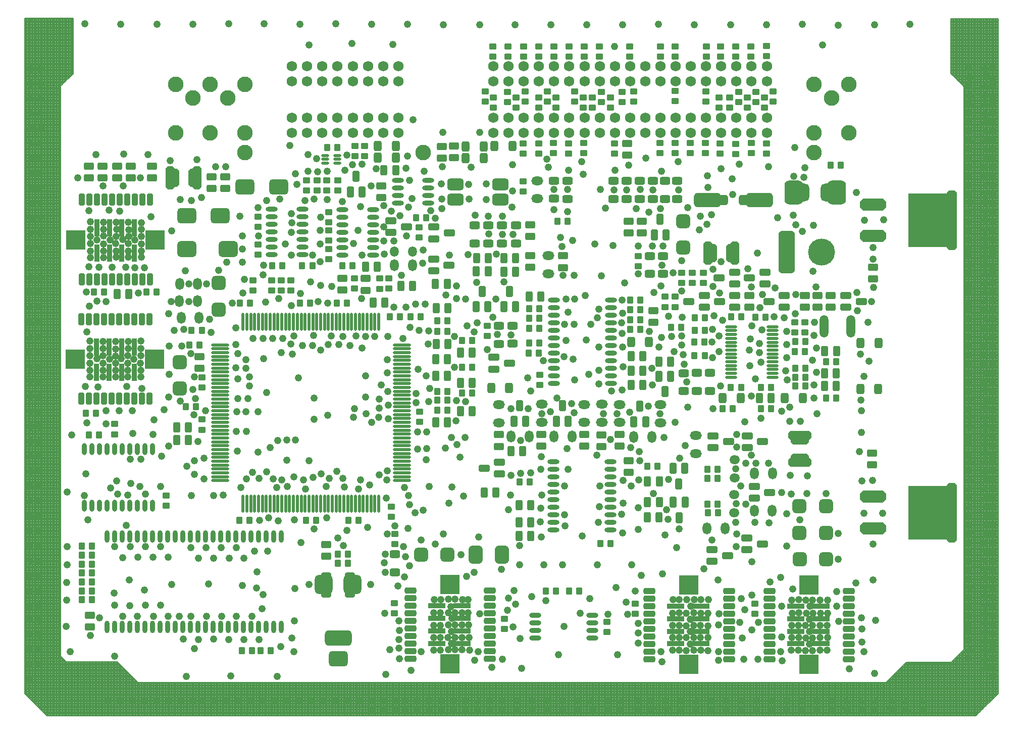
<source format=gts>
%FSLAX25Y25*%
%MOIN*%
G70*
G01*
G75*
G04 Layer_Color=8388736*
%ADD10C,0.00800*%
%ADD11O,0.11000X0.01400*%
%ADD12O,0.01400X0.11000*%
%ADD13O,0.02500X0.07300*%
%ADD14O,0.02500X0.07000*%
%ADD15O,0.07000X0.02300*%
%ADD16O,0.04500X0.01200*%
%ADD17O,0.07000X0.02500*%
G04:AMPARAMS|DCode=18|XSize=70mil|YSize=100mil|CornerRadius=17.5mil|HoleSize=0mil|Usage=FLASHONLY|Rotation=90.000|XOffset=0mil|YOffset=0mil|HoleType=Round|Shape=RoundedRectangle|*
%AMROUNDEDRECTD18*
21,1,0.07000,0.06500,0,0,90.0*
21,1,0.03500,0.10000,0,0,90.0*
1,1,0.03500,0.03250,0.01750*
1,1,0.03500,0.03250,-0.01750*
1,1,0.03500,-0.03250,-0.01750*
1,1,0.03500,-0.03250,0.01750*
%
%ADD18ROUNDEDRECTD18*%
%ADD19O,0.07000X0.01400*%
%ADD20R,0.28000X0.35000*%
G04:AMPARAMS|DCode=21|XSize=70mil|YSize=165mil|CornerRadius=0mil|HoleSize=0mil|Usage=FLASHONLY|Rotation=90.000|XOffset=0mil|YOffset=0mil|HoleType=Round|Shape=Octagon|*
%AMOCTAGOND21*
4,1,8,-0.08250,-0.01750,-0.08250,0.01750,-0.06500,0.03500,0.06500,0.03500,0.08250,0.01750,0.08250,-0.01750,0.06500,-0.03500,-0.06500,-0.03500,-0.08250,-0.01750,0.0*
%
%ADD21OCTAGOND21*%

G04:AMPARAMS|DCode=22|XSize=60mil|YSize=385mil|CornerRadius=0mil|HoleSize=0mil|Usage=FLASHONLY|Rotation=180.000|XOffset=0mil|YOffset=0mil|HoleType=Round|Shape=Octagon|*
%AMOCTAGOND22*
4,1,8,0.01500,-0.19250,-0.01500,-0.19250,-0.03000,-0.17750,-0.03000,0.17750,-0.01500,0.19250,0.01500,0.19250,0.03000,0.17750,0.03000,-0.17750,0.01500,-0.19250,0.0*
%
%ADD22OCTAGOND22*%

G04:AMPARAMS|DCode=23|XSize=100mil|YSize=275mil|CornerRadius=25mil|HoleSize=0mil|Usage=FLASHONLY|Rotation=0.000|XOffset=0mil|YOffset=0mil|HoleType=Round|Shape=RoundedRectangle|*
%AMROUNDEDRECTD23*
21,1,0.10000,0.22500,0,0,0.0*
21,1,0.05000,0.27500,0,0,0.0*
1,1,0.05000,0.02500,-0.11250*
1,1,0.05000,-0.02500,-0.11250*
1,1,0.05000,-0.02500,0.11250*
1,1,0.05000,0.02500,0.11250*
%
%ADD23ROUNDEDRECTD23*%
%ADD24C,0.17000*%
G04:AMPARAMS|DCode=25|XSize=150mil|YSize=115mil|CornerRadius=28.75mil|HoleSize=0mil|Usage=FLASHONLY|Rotation=270.000|XOffset=0mil|YOffset=0mil|HoleType=Round|Shape=RoundedRectangle|*
%AMROUNDEDRECTD25*
21,1,0.15000,0.05750,0,0,270.0*
21,1,0.09250,0.11500,0,0,270.0*
1,1,0.05750,-0.02875,-0.04625*
1,1,0.05750,-0.02875,0.04625*
1,1,0.05750,0.02875,0.04625*
1,1,0.05750,0.02875,-0.04625*
%
%ADD25ROUNDEDRECTD25*%
G04:AMPARAMS|DCode=26|XSize=150mil|YSize=110mil|CornerRadius=27.5mil|HoleSize=0mil|Usage=FLASHONLY|Rotation=0.000|XOffset=0mil|YOffset=0mil|HoleType=Round|Shape=RoundedRectangle|*
%AMROUNDEDRECTD26*
21,1,0.15000,0.05500,0,0,0.0*
21,1,0.09500,0.11000,0,0,0.0*
1,1,0.05500,0.04750,-0.02750*
1,1,0.05500,-0.04750,-0.02750*
1,1,0.05500,-0.04750,0.02750*
1,1,0.05500,0.04750,0.02750*
%
%ADD26ROUNDEDRECTD26*%
G04:AMPARAMS|DCode=27|XSize=170mil|YSize=88mil|CornerRadius=22mil|HoleSize=0mil|Usage=FLASHONLY|Rotation=180.000|XOffset=0mil|YOffset=0mil|HoleType=Round|Shape=RoundedRectangle|*
%AMROUNDEDRECTD27*
21,1,0.17000,0.04400,0,0,180.0*
21,1,0.12600,0.08800,0,0,180.0*
1,1,0.04400,-0.06300,0.02200*
1,1,0.04400,0.06300,0.02200*
1,1,0.04400,0.06300,-0.02200*
1,1,0.04400,-0.06300,-0.02200*
%
%ADD27ROUNDEDRECTD27*%
G04:AMPARAMS|DCode=28|XSize=60mil|YSize=90mil|CornerRadius=15mil|HoleSize=0mil|Usage=FLASHONLY|Rotation=270.000|XOffset=0mil|YOffset=0mil|HoleType=Round|Shape=RoundedRectangle|*
%AMROUNDEDRECTD28*
21,1,0.06000,0.06000,0,0,270.0*
21,1,0.03000,0.09000,0,0,270.0*
1,1,0.03000,-0.03000,-0.01500*
1,1,0.03000,-0.03000,0.01500*
1,1,0.03000,0.03000,0.01500*
1,1,0.03000,0.03000,-0.01500*
%
%ADD28ROUNDEDRECTD28*%
G04:AMPARAMS|DCode=29|XSize=40mil|YSize=65mil|CornerRadius=10mil|HoleSize=0mil|Usage=FLASHONLY|Rotation=90.000|XOffset=0mil|YOffset=0mil|HoleType=Round|Shape=RoundedRectangle|*
%AMROUNDEDRECTD29*
21,1,0.04000,0.04500,0,0,90.0*
21,1,0.02000,0.06500,0,0,90.0*
1,1,0.02000,0.02250,0.01000*
1,1,0.02000,0.02250,-0.01000*
1,1,0.02000,-0.02250,-0.01000*
1,1,0.02000,-0.02250,0.01000*
%
%ADD29ROUNDEDRECTD29*%
G04:AMPARAMS|DCode=30|XSize=85mil|YSize=85mil|CornerRadius=21.25mil|HoleSize=0mil|Usage=FLASHONLY|Rotation=0.000|XOffset=0mil|YOffset=0mil|HoleType=Round|Shape=RoundedRectangle|*
%AMROUNDEDRECTD30*
21,1,0.08500,0.04250,0,0,0.0*
21,1,0.04250,0.08500,0,0,0.0*
1,1,0.04250,0.02125,-0.02125*
1,1,0.04250,-0.02125,-0.02125*
1,1,0.04250,-0.02125,0.02125*
1,1,0.04250,0.02125,0.02125*
%
%ADD30ROUNDEDRECTD30*%
G04:AMPARAMS|DCode=31|XSize=145mil|YSize=50mil|CornerRadius=0mil|HoleSize=0mil|Usage=FLASHONLY|Rotation=180.000|XOffset=0mil|YOffset=0mil|HoleType=Round|Shape=Octagon|*
%AMOCTAGOND31*
4,1,8,-0.07250,0.01250,-0.07250,-0.01250,-0.06000,-0.02500,0.06000,-0.02500,0.07250,-0.01250,0.07250,0.01250,0.06000,0.02500,-0.06000,0.02500,-0.07250,0.01250,0.0*
%
%ADD31OCTAGOND31*%

G04:AMPARAMS|DCode=32|XSize=115mil|YSize=50mil|CornerRadius=0mil|HoleSize=0mil|Usage=FLASHONLY|Rotation=180.000|XOffset=0mil|YOffset=0mil|HoleType=Round|Shape=Octagon|*
%AMOCTAGOND32*
4,1,8,-0.05750,0.01250,-0.05750,-0.01250,-0.04500,-0.02500,0.04500,-0.02500,0.05750,-0.01250,0.05750,0.01250,0.04500,0.02500,-0.04500,0.02500,-0.05750,0.01250,0.0*
%
%ADD32OCTAGOND32*%

%ADD33O,0.06000X0.05000*%
%ADD34O,0.05000X0.07000*%
%ADD35O,0.07000X0.05000*%
G04:AMPARAMS|DCode=36|XSize=145mil|YSize=50mil|CornerRadius=0mil|HoleSize=0mil|Usage=FLASHONLY|Rotation=270.000|XOffset=0mil|YOffset=0mil|HoleType=Round|Shape=Octagon|*
%AMOCTAGOND36*
4,1,8,-0.01250,-0.07250,0.01250,-0.07250,0.02500,-0.06000,0.02500,0.06000,0.01250,0.07250,-0.01250,0.07250,-0.02500,0.06000,-0.02500,-0.06000,-0.01250,-0.07250,0.0*
%
%ADD36OCTAGOND36*%

G04:AMPARAMS|DCode=37|XSize=115mil|YSize=50mil|CornerRadius=0mil|HoleSize=0mil|Usage=FLASHONLY|Rotation=270.000|XOffset=0mil|YOffset=0mil|HoleType=Round|Shape=Octagon|*
%AMOCTAGOND37*
4,1,8,-0.01250,-0.05750,0.01250,-0.05750,0.02500,-0.04500,0.02500,0.04500,0.01250,0.05750,-0.01250,0.05750,-0.02500,0.04500,-0.02500,-0.04500,-0.01250,-0.05750,0.0*
%
%ADD37OCTAGOND37*%

%ADD38O,0.05000X0.14000*%
G04:AMPARAMS|DCode=39|XSize=110mil|YSize=85mil|CornerRadius=21.25mil|HoleSize=0mil|Usage=FLASHONLY|Rotation=90.000|XOffset=0mil|YOffset=0mil|HoleType=Round|Shape=RoundedRectangle|*
%AMROUNDEDRECTD39*
21,1,0.11000,0.04250,0,0,90.0*
21,1,0.06750,0.08500,0,0,90.0*
1,1,0.04250,0.02125,0.03375*
1,1,0.04250,0.02125,-0.03375*
1,1,0.04250,-0.02125,-0.03375*
1,1,0.04250,-0.02125,0.03375*
%
%ADD39ROUNDEDRECTD39*%
G04:AMPARAMS|DCode=40|XSize=120mil|YSize=110mil|CornerRadius=27.5mil|HoleSize=0mil|Usage=FLASHONLY|Rotation=90.000|XOffset=0mil|YOffset=0mil|HoleType=Round|Shape=RoundedRectangle|*
%AMROUNDEDRECTD40*
21,1,0.12000,0.05500,0,0,90.0*
21,1,0.06500,0.11000,0,0,90.0*
1,1,0.05500,0.02750,0.03250*
1,1,0.05500,0.02750,-0.03250*
1,1,0.05500,-0.02750,-0.03250*
1,1,0.05500,-0.02750,0.03250*
%
%ADD40ROUNDEDRECTD40*%
G04:AMPARAMS|DCode=41|XSize=60mil|YSize=160mil|CornerRadius=15mil|HoleSize=0mil|Usage=FLASHONLY|Rotation=180.000|XOffset=0mil|YOffset=0mil|HoleType=Round|Shape=RoundedRectangle|*
%AMROUNDEDRECTD41*
21,1,0.06000,0.13000,0,0,180.0*
21,1,0.03000,0.16000,0,0,180.0*
1,1,0.03000,-0.01500,0.06500*
1,1,0.03000,0.01500,0.06500*
1,1,0.03000,0.01500,-0.06500*
1,1,0.03000,-0.01500,-0.06500*
%
%ADD41ROUNDEDRECTD41*%
G04:AMPARAMS|DCode=42|XSize=95mil|YSize=170mil|CornerRadius=23.75mil|HoleSize=0mil|Usage=FLASHONLY|Rotation=270.000|XOffset=0mil|YOffset=0mil|HoleType=Round|Shape=RoundedRectangle|*
%AMROUNDEDRECTD42*
21,1,0.09500,0.12250,0,0,270.0*
21,1,0.04750,0.17000,0,0,270.0*
1,1,0.04750,-0.06125,-0.02375*
1,1,0.04750,-0.06125,0.02375*
1,1,0.04750,0.06125,0.02375*
1,1,0.04750,0.06125,-0.02375*
%
%ADD42ROUNDEDRECTD42*%
G04:AMPARAMS|DCode=43|XSize=95mil|YSize=120mil|CornerRadius=23.75mil|HoleSize=0mil|Usage=FLASHONLY|Rotation=270.000|XOffset=0mil|YOffset=0mil|HoleType=Round|Shape=RoundedRectangle|*
%AMROUNDEDRECTD43*
21,1,0.09500,0.07250,0,0,270.0*
21,1,0.04750,0.12000,0,0,270.0*
1,1,0.04750,-0.03625,-0.02375*
1,1,0.04750,-0.03625,0.02375*
1,1,0.04750,0.03625,0.02375*
1,1,0.04750,0.03625,-0.02375*
%
%ADD43ROUNDEDRECTD43*%
G04:AMPARAMS|DCode=44|XSize=118mil|YSize=100mil|CornerRadius=25mil|HoleSize=0mil|Usage=FLASHONLY|Rotation=0.000|XOffset=0mil|YOffset=0mil|HoleType=Round|Shape=RoundedRectangle|*
%AMROUNDEDRECTD44*
21,1,0.11800,0.05000,0,0,0.0*
21,1,0.06800,0.10000,0,0,0.0*
1,1,0.05000,0.03400,-0.02500*
1,1,0.05000,-0.03400,-0.02500*
1,1,0.05000,-0.03400,0.02500*
1,1,0.05000,0.03400,0.02500*
%
%ADD44ROUNDEDRECTD44*%
G04:AMPARAMS|DCode=45|XSize=85mil|YSize=85mil|CornerRadius=21.25mil|HoleSize=0mil|Usage=FLASHONLY|Rotation=270.000|XOffset=0mil|YOffset=0mil|HoleType=Round|Shape=RoundedRectangle|*
%AMROUNDEDRECTD45*
21,1,0.08500,0.04250,0,0,270.0*
21,1,0.04250,0.08500,0,0,270.0*
1,1,0.04250,-0.02125,-0.02125*
1,1,0.04250,-0.02125,0.02125*
1,1,0.04250,0.02125,0.02125*
1,1,0.04250,0.02125,-0.02125*
%
%ADD45ROUNDEDRECTD45*%
G04:AMPARAMS|DCode=46|XSize=45mil|YSize=60mil|CornerRadius=11.25mil|HoleSize=0mil|Usage=FLASHONLY|Rotation=90.000|XOffset=0mil|YOffset=0mil|HoleType=Round|Shape=RoundedRectangle|*
%AMROUNDEDRECTD46*
21,1,0.04500,0.03750,0,0,90.0*
21,1,0.02250,0.06000,0,0,90.0*
1,1,0.02250,0.01875,0.01125*
1,1,0.02250,0.01875,-0.01125*
1,1,0.02250,-0.01875,-0.01125*
1,1,0.02250,-0.01875,0.01125*
%
%ADD46ROUNDEDRECTD46*%
G04:AMPARAMS|DCode=47|XSize=40mil|YSize=60mil|CornerRadius=10mil|HoleSize=0mil|Usage=FLASHONLY|Rotation=90.000|XOffset=0mil|YOffset=0mil|HoleType=Round|Shape=RoundedRectangle|*
%AMROUNDEDRECTD47*
21,1,0.04000,0.04000,0,0,90.0*
21,1,0.02000,0.06000,0,0,90.0*
1,1,0.02000,0.02000,0.01000*
1,1,0.02000,0.02000,-0.01000*
1,1,0.02000,-0.02000,-0.01000*
1,1,0.02000,-0.02000,0.01000*
%
%ADD47ROUNDEDRECTD47*%
G04:AMPARAMS|DCode=48|XSize=40mil|YSize=33mil|CornerRadius=8.25mil|HoleSize=0mil|Usage=FLASHONLY|Rotation=180.000|XOffset=0mil|YOffset=0mil|HoleType=Round|Shape=RoundedRectangle|*
%AMROUNDEDRECTD48*
21,1,0.04000,0.01650,0,0,180.0*
21,1,0.02350,0.03300,0,0,180.0*
1,1,0.01650,-0.01175,0.00825*
1,1,0.01650,0.01175,0.00825*
1,1,0.01650,0.01175,-0.00825*
1,1,0.01650,-0.01175,-0.00825*
%
%ADD48ROUNDEDRECTD48*%
G04:AMPARAMS|DCode=49|XSize=40mil|YSize=33mil|CornerRadius=8.25mil|HoleSize=0mil|Usage=FLASHONLY|Rotation=270.000|XOffset=0mil|YOffset=0mil|HoleType=Round|Shape=RoundedRectangle|*
%AMROUNDEDRECTD49*
21,1,0.04000,0.01650,0,0,270.0*
21,1,0.02350,0.03300,0,0,270.0*
1,1,0.01650,-0.00825,-0.01175*
1,1,0.01650,-0.00825,0.01175*
1,1,0.01650,0.00825,0.01175*
1,1,0.01650,0.00825,-0.01175*
%
%ADD49ROUNDEDRECTD49*%
G04:AMPARAMS|DCode=50|XSize=40mil|YSize=60mil|CornerRadius=10mil|HoleSize=0mil|Usage=FLASHONLY|Rotation=180.000|XOffset=0mil|YOffset=0mil|HoleType=Round|Shape=RoundedRectangle|*
%AMROUNDEDRECTD50*
21,1,0.04000,0.04000,0,0,180.0*
21,1,0.02000,0.06000,0,0,180.0*
1,1,0.02000,-0.01000,0.02000*
1,1,0.02000,0.01000,0.02000*
1,1,0.02000,0.01000,-0.02000*
1,1,0.02000,-0.01000,-0.02000*
%
%ADD50ROUNDEDRECTD50*%
%ADD51O,0.05000X0.06000*%
G04:AMPARAMS|DCode=52|XSize=40mil|YSize=65mil|CornerRadius=10mil|HoleSize=0mil|Usage=FLASHONLY|Rotation=180.000|XOffset=0mil|YOffset=0mil|HoleType=Round|Shape=RoundedRectangle|*
%AMROUNDEDRECTD52*
21,1,0.04000,0.04500,0,0,180.0*
21,1,0.02000,0.06500,0,0,180.0*
1,1,0.02000,-0.01000,0.02250*
1,1,0.02000,0.01000,0.02250*
1,1,0.02000,0.01000,-0.02250*
1,1,0.02000,-0.01000,-0.02250*
%
%ADD52ROUNDEDRECTD52*%
G04:AMPARAMS|DCode=53|XSize=32mil|YSize=70mil|CornerRadius=8mil|HoleSize=0mil|Usage=FLASHONLY|Rotation=180.000|XOffset=0mil|YOffset=0mil|HoleType=Round|Shape=RoundedRectangle|*
%AMROUNDEDRECTD53*
21,1,0.03200,0.05400,0,0,180.0*
21,1,0.01600,0.07000,0,0,180.0*
1,1,0.01600,-0.00800,0.02700*
1,1,0.01600,0.00800,0.02700*
1,1,0.01600,0.00800,-0.02700*
1,1,0.01600,-0.00800,-0.02700*
%
%ADD53ROUNDEDRECTD53*%
%ADD54R,0.12000X0.12000*%
%ADD55R,0.02500X0.11000*%
G04:AMPARAMS|DCode=56|XSize=32mil|YSize=70mil|CornerRadius=8mil|HoleSize=0mil|Usage=FLASHONLY|Rotation=90.000|XOffset=0mil|YOffset=0mil|HoleType=Round|Shape=RoundedRectangle|*
%AMROUNDEDRECTD56*
21,1,0.03200,0.05400,0,0,90.0*
21,1,0.01600,0.07000,0,0,90.0*
1,1,0.01600,0.02700,0.00800*
1,1,0.01600,0.02700,-0.00800*
1,1,0.01600,-0.02700,-0.00800*
1,1,0.01600,-0.02700,0.00800*
%
%ADD56ROUNDEDRECTD56*%
%ADD57R,0.12000X0.12000*%
%ADD58R,0.11000X0.02500*%
G04:AMPARAMS|DCode=59|XSize=45mil|YSize=60mil|CornerRadius=11.25mil|HoleSize=0mil|Usage=FLASHONLY|Rotation=180.000|XOffset=0mil|YOffset=0mil|HoleType=Round|Shape=RoundedRectangle|*
%AMROUNDEDRECTD59*
21,1,0.04500,0.03750,0,0,180.0*
21,1,0.02250,0.06000,0,0,180.0*
1,1,0.02250,-0.01125,0.01875*
1,1,0.02250,0.01125,0.01875*
1,1,0.02250,0.01125,-0.01875*
1,1,0.02250,-0.01125,-0.01875*
%
%ADD59ROUNDEDRECTD59*%
%ADD60C,0.04000*%
%ADD61C,0.00600*%
%ADD62C,0.01500*%
%ADD63C,0.01000*%
%ADD64C,0.03000*%
%ADD65C,0.03500*%
%ADD66C,0.01200*%
%ADD67C,0.01800*%
%ADD68C,0.02500*%
%ADD69C,0.02000*%
%ADD70C,0.04000*%
%ADD71R,0.10117X0.01478*%
%ADD72R,0.02833X0.14583*%
%ADD73R,0.08417X0.01750*%
%ADD74R,0.02958X0.12250*%
%ADD75R,0.06616X0.02983*%
%ADD76R,0.12250X0.02917*%
%ADD77R,0.20333X0.02917*%
%ADD78R,0.03000X0.18083*%
%ADD79R,0.12692X0.03483*%
%ADD80R,0.26983X0.29695*%
%ADD81R,0.19583X0.23917*%
%ADD82R,0.30500X0.29417*%
%ADD83R,0.23150X0.21600*%
%ADD84R,0.07259X0.15505*%
%ADD85R,0.15158X0.14500*%
%ADD86R,0.38667X0.24333*%
%ADD87R,0.72667X0.30671*%
%ADD88R,0.63500X0.25167*%
%ADD89R,0.24500X0.51667*%
%ADD90R,0.16167X0.11667*%
%ADD91R,0.66167X0.20500*%
%ADD92R,0.15833X4.09667*%
%ADD93R,0.18167X0.69000*%
%ADD94R,0.31833X0.11667*%
%ADD95R,5.41000X0.15167*%
%ADD96R,0.16667X0.18667*%
%ADD97R,0.17442X4.02738*%
%ADD98R,0.65000X0.04667*%
%ADD99R,5.49167X0.05667*%
%ADD100R,0.34500X0.15333*%
%ADD101R,0.13667X0.86667*%
%ADD102R,0.37667X0.14333*%
%ADD103R,0.33250X0.02167*%
%ADD104R,0.05333X0.28500*%
%ADD105R,0.12500X0.10000*%
%ADD106R,0.11100X0.12000*%
%ADD107R,0.25667X0.57667*%
%ADD108R,0.06333X0.57000*%
%ADD109R,0.03667X0.31500*%
%ADD110R,0.26500X0.52167*%
%ADD111R,0.08833X0.19667*%
%ADD112R,0.48917X0.25000*%
%ADD113R,0.12250X0.05667*%
%ADD114R,0.07083X0.03333*%
%ADD115R,0.02667X0.13405*%
%ADD116C,0.06000*%
%ADD117C,0.09500*%
%ADD118C,0.09500*%
%ADD119C,0.08000*%
%ADD120R,0.03354X0.02125*%
%ADD121R,0.03208X0.02813*%
%ADD122C,0.06500*%
%ADD123R,0.40583X0.25417*%
%ADD124R,0.16914X0.04080*%
%ADD125O,0.11800X0.02200*%
%ADD126O,0.02200X0.11800*%
%ADD127O,0.03300X0.08100*%
%ADD128O,0.03300X0.07800*%
%ADD129O,0.07800X0.03100*%
%ADD130O,0.05300X0.02000*%
%ADD131O,0.07800X0.03300*%
G04:AMPARAMS|DCode=132|XSize=78mil|YSize=108mil|CornerRadius=19.5mil|HoleSize=0mil|Usage=FLASHONLY|Rotation=90.000|XOffset=0mil|YOffset=0mil|HoleType=Round|Shape=RoundedRectangle|*
%AMROUNDEDRECTD132*
21,1,0.07800,0.06900,0,0,90.0*
21,1,0.03900,0.10800,0,0,90.0*
1,1,0.03900,0.03450,0.01950*
1,1,0.03900,0.03450,-0.01950*
1,1,0.03900,-0.03450,-0.01950*
1,1,0.03900,-0.03450,0.01950*
%
%ADD132ROUNDEDRECTD132*%
%ADD133O,0.07800X0.02200*%
%ADD134R,0.28800X0.35800*%
G04:AMPARAMS|DCode=135|XSize=78mil|YSize=173mil|CornerRadius=0mil|HoleSize=0mil|Usage=FLASHONLY|Rotation=90.000|XOffset=0mil|YOffset=0mil|HoleType=Round|Shape=Octagon|*
%AMOCTAGOND135*
4,1,8,-0.08650,-0.01950,-0.08650,0.01950,-0.06700,0.03900,0.06700,0.03900,0.08650,0.01950,0.08650,-0.01950,0.06700,-0.03900,-0.06700,-0.03900,-0.08650,-0.01950,0.0*
%
%ADD135OCTAGOND135*%

G04:AMPARAMS|DCode=136|XSize=68mil|YSize=393mil|CornerRadius=0mil|HoleSize=0mil|Usage=FLASHONLY|Rotation=180.000|XOffset=0mil|YOffset=0mil|HoleType=Round|Shape=Octagon|*
%AMOCTAGOND136*
4,1,8,0.01700,-0.19650,-0.01700,-0.19650,-0.03400,-0.17950,-0.03400,0.17950,-0.01700,0.19650,0.01700,0.19650,0.03400,0.17950,0.03400,-0.17950,0.01700,-0.19650,0.0*
%
%ADD136OCTAGOND136*%

G04:AMPARAMS|DCode=137|XSize=108mil|YSize=283mil|CornerRadius=27mil|HoleSize=0mil|Usage=FLASHONLY|Rotation=0.000|XOffset=0mil|YOffset=0mil|HoleType=Round|Shape=RoundedRectangle|*
%AMROUNDEDRECTD137*
21,1,0.10800,0.22900,0,0,0.0*
21,1,0.05400,0.28300,0,0,0.0*
1,1,0.05400,0.02700,-0.11450*
1,1,0.05400,-0.02700,-0.11450*
1,1,0.05400,-0.02700,0.11450*
1,1,0.05400,0.02700,0.11450*
%
%ADD137ROUNDEDRECTD137*%
%ADD138C,0.17800*%
G04:AMPARAMS|DCode=139|XSize=158mil|YSize=123mil|CornerRadius=30.75mil|HoleSize=0mil|Usage=FLASHONLY|Rotation=270.000|XOffset=0mil|YOffset=0mil|HoleType=Round|Shape=RoundedRectangle|*
%AMROUNDEDRECTD139*
21,1,0.15800,0.06150,0,0,270.0*
21,1,0.09650,0.12300,0,0,270.0*
1,1,0.06150,-0.03075,-0.04825*
1,1,0.06150,-0.03075,0.04825*
1,1,0.06150,0.03075,0.04825*
1,1,0.06150,0.03075,-0.04825*
%
%ADD139ROUNDEDRECTD139*%
G04:AMPARAMS|DCode=140|XSize=158mil|YSize=118mil|CornerRadius=29.5mil|HoleSize=0mil|Usage=FLASHONLY|Rotation=0.000|XOffset=0mil|YOffset=0mil|HoleType=Round|Shape=RoundedRectangle|*
%AMROUNDEDRECTD140*
21,1,0.15800,0.05900,0,0,0.0*
21,1,0.09900,0.11800,0,0,0.0*
1,1,0.05900,0.04950,-0.02950*
1,1,0.05900,-0.04950,-0.02950*
1,1,0.05900,-0.04950,0.02950*
1,1,0.05900,0.04950,0.02950*
%
%ADD140ROUNDEDRECTD140*%
G04:AMPARAMS|DCode=141|XSize=178mil|YSize=96mil|CornerRadius=24mil|HoleSize=0mil|Usage=FLASHONLY|Rotation=180.000|XOffset=0mil|YOffset=0mil|HoleType=Round|Shape=RoundedRectangle|*
%AMROUNDEDRECTD141*
21,1,0.17800,0.04800,0,0,180.0*
21,1,0.13000,0.09600,0,0,180.0*
1,1,0.04800,-0.06500,0.02400*
1,1,0.04800,0.06500,0.02400*
1,1,0.04800,0.06500,-0.02400*
1,1,0.04800,-0.06500,-0.02400*
%
%ADD141ROUNDEDRECTD141*%
G04:AMPARAMS|DCode=142|XSize=68mil|YSize=98mil|CornerRadius=17mil|HoleSize=0mil|Usage=FLASHONLY|Rotation=270.000|XOffset=0mil|YOffset=0mil|HoleType=Round|Shape=RoundedRectangle|*
%AMROUNDEDRECTD142*
21,1,0.06800,0.06400,0,0,270.0*
21,1,0.03400,0.09800,0,0,270.0*
1,1,0.03400,-0.03200,-0.01700*
1,1,0.03400,-0.03200,0.01700*
1,1,0.03400,0.03200,0.01700*
1,1,0.03400,0.03200,-0.01700*
%
%ADD142ROUNDEDRECTD142*%
G04:AMPARAMS|DCode=143|XSize=48mil|YSize=73mil|CornerRadius=12mil|HoleSize=0mil|Usage=FLASHONLY|Rotation=90.000|XOffset=0mil|YOffset=0mil|HoleType=Round|Shape=RoundedRectangle|*
%AMROUNDEDRECTD143*
21,1,0.04800,0.04900,0,0,90.0*
21,1,0.02400,0.07300,0,0,90.0*
1,1,0.02400,0.02450,0.01200*
1,1,0.02400,0.02450,-0.01200*
1,1,0.02400,-0.02450,-0.01200*
1,1,0.02400,-0.02450,0.01200*
%
%ADD143ROUNDEDRECTD143*%
G04:AMPARAMS|DCode=144|XSize=93mil|YSize=93mil|CornerRadius=23.25mil|HoleSize=0mil|Usage=FLASHONLY|Rotation=0.000|XOffset=0mil|YOffset=0mil|HoleType=Round|Shape=RoundedRectangle|*
%AMROUNDEDRECTD144*
21,1,0.09300,0.04650,0,0,0.0*
21,1,0.04650,0.09300,0,0,0.0*
1,1,0.04650,0.02325,-0.02325*
1,1,0.04650,-0.02325,-0.02325*
1,1,0.04650,-0.02325,0.02325*
1,1,0.04650,0.02325,0.02325*
%
%ADD144ROUNDEDRECTD144*%
G04:AMPARAMS|DCode=145|XSize=153mil|YSize=58mil|CornerRadius=0mil|HoleSize=0mil|Usage=FLASHONLY|Rotation=180.000|XOffset=0mil|YOffset=0mil|HoleType=Round|Shape=Octagon|*
%AMOCTAGOND145*
4,1,8,-0.07650,0.01450,-0.07650,-0.01450,-0.06200,-0.02900,0.06200,-0.02900,0.07650,-0.01450,0.07650,0.01450,0.06200,0.02900,-0.06200,0.02900,-0.07650,0.01450,0.0*
%
%ADD145OCTAGOND145*%

G04:AMPARAMS|DCode=146|XSize=123mil|YSize=58mil|CornerRadius=0mil|HoleSize=0mil|Usage=FLASHONLY|Rotation=180.000|XOffset=0mil|YOffset=0mil|HoleType=Round|Shape=Octagon|*
%AMOCTAGOND146*
4,1,8,-0.06150,0.01450,-0.06150,-0.01450,-0.04700,-0.02900,0.04700,-0.02900,0.06150,-0.01450,0.06150,0.01450,0.04700,0.02900,-0.04700,0.02900,-0.06150,0.01450,0.0*
%
%ADD146OCTAGOND146*%

%ADD147O,0.06800X0.05800*%
%ADD148O,0.05800X0.07800*%
%ADD149O,0.07800X0.05800*%
G04:AMPARAMS|DCode=150|XSize=153mil|YSize=58mil|CornerRadius=0mil|HoleSize=0mil|Usage=FLASHONLY|Rotation=270.000|XOffset=0mil|YOffset=0mil|HoleType=Round|Shape=Octagon|*
%AMOCTAGOND150*
4,1,8,-0.01450,-0.07650,0.01450,-0.07650,0.02900,-0.06200,0.02900,0.06200,0.01450,0.07650,-0.01450,0.07650,-0.02900,0.06200,-0.02900,-0.06200,-0.01450,-0.07650,0.0*
%
%ADD150OCTAGOND150*%

G04:AMPARAMS|DCode=151|XSize=123mil|YSize=58mil|CornerRadius=0mil|HoleSize=0mil|Usage=FLASHONLY|Rotation=270.000|XOffset=0mil|YOffset=0mil|HoleType=Round|Shape=Octagon|*
%AMOCTAGOND151*
4,1,8,-0.01450,-0.06150,0.01450,-0.06150,0.02900,-0.04700,0.02900,0.04700,0.01450,0.06150,-0.01450,0.06150,-0.02900,0.04700,-0.02900,-0.04700,-0.01450,-0.06150,0.0*
%
%ADD151OCTAGOND151*%

%ADD152O,0.05800X0.14800*%
G04:AMPARAMS|DCode=153|XSize=118mil|YSize=93mil|CornerRadius=23.25mil|HoleSize=0mil|Usage=FLASHONLY|Rotation=90.000|XOffset=0mil|YOffset=0mil|HoleType=Round|Shape=RoundedRectangle|*
%AMROUNDEDRECTD153*
21,1,0.11800,0.04650,0,0,90.0*
21,1,0.07150,0.09300,0,0,90.0*
1,1,0.04650,0.02325,0.03575*
1,1,0.04650,0.02325,-0.03575*
1,1,0.04650,-0.02325,-0.03575*
1,1,0.04650,-0.02325,0.03575*
%
%ADD153ROUNDEDRECTD153*%
G04:AMPARAMS|DCode=154|XSize=128mil|YSize=118mil|CornerRadius=29.5mil|HoleSize=0mil|Usage=FLASHONLY|Rotation=90.000|XOffset=0mil|YOffset=0mil|HoleType=Round|Shape=RoundedRectangle|*
%AMROUNDEDRECTD154*
21,1,0.12800,0.05900,0,0,90.0*
21,1,0.06900,0.11800,0,0,90.0*
1,1,0.05900,0.02950,0.03450*
1,1,0.05900,0.02950,-0.03450*
1,1,0.05900,-0.02950,-0.03450*
1,1,0.05900,-0.02950,0.03450*
%
%ADD154ROUNDEDRECTD154*%
G04:AMPARAMS|DCode=155|XSize=68mil|YSize=168mil|CornerRadius=17mil|HoleSize=0mil|Usage=FLASHONLY|Rotation=180.000|XOffset=0mil|YOffset=0mil|HoleType=Round|Shape=RoundedRectangle|*
%AMROUNDEDRECTD155*
21,1,0.06800,0.13400,0,0,180.0*
21,1,0.03400,0.16800,0,0,180.0*
1,1,0.03400,-0.01700,0.06700*
1,1,0.03400,0.01700,0.06700*
1,1,0.03400,0.01700,-0.06700*
1,1,0.03400,-0.01700,-0.06700*
%
%ADD155ROUNDEDRECTD155*%
G04:AMPARAMS|DCode=156|XSize=103mil|YSize=178mil|CornerRadius=25.75mil|HoleSize=0mil|Usage=FLASHONLY|Rotation=270.000|XOffset=0mil|YOffset=0mil|HoleType=Round|Shape=RoundedRectangle|*
%AMROUNDEDRECTD156*
21,1,0.10300,0.12650,0,0,270.0*
21,1,0.05150,0.17800,0,0,270.0*
1,1,0.05150,-0.06325,-0.02575*
1,1,0.05150,-0.06325,0.02575*
1,1,0.05150,0.06325,0.02575*
1,1,0.05150,0.06325,-0.02575*
%
%ADD156ROUNDEDRECTD156*%
G04:AMPARAMS|DCode=157|XSize=103mil|YSize=128mil|CornerRadius=25.75mil|HoleSize=0mil|Usage=FLASHONLY|Rotation=270.000|XOffset=0mil|YOffset=0mil|HoleType=Round|Shape=RoundedRectangle|*
%AMROUNDEDRECTD157*
21,1,0.10300,0.07650,0,0,270.0*
21,1,0.05150,0.12800,0,0,270.0*
1,1,0.05150,-0.03825,-0.02575*
1,1,0.05150,-0.03825,0.02575*
1,1,0.05150,0.03825,0.02575*
1,1,0.05150,0.03825,-0.02575*
%
%ADD157ROUNDEDRECTD157*%
G04:AMPARAMS|DCode=158|XSize=126mil|YSize=108mil|CornerRadius=27mil|HoleSize=0mil|Usage=FLASHONLY|Rotation=0.000|XOffset=0mil|YOffset=0mil|HoleType=Round|Shape=RoundedRectangle|*
%AMROUNDEDRECTD158*
21,1,0.12600,0.05400,0,0,0.0*
21,1,0.07200,0.10800,0,0,0.0*
1,1,0.05400,0.03600,-0.02700*
1,1,0.05400,-0.03600,-0.02700*
1,1,0.05400,-0.03600,0.02700*
1,1,0.05400,0.03600,0.02700*
%
%ADD158ROUNDEDRECTD158*%
G04:AMPARAMS|DCode=159|XSize=93mil|YSize=93mil|CornerRadius=23.25mil|HoleSize=0mil|Usage=FLASHONLY|Rotation=270.000|XOffset=0mil|YOffset=0mil|HoleType=Round|Shape=RoundedRectangle|*
%AMROUNDEDRECTD159*
21,1,0.09300,0.04650,0,0,270.0*
21,1,0.04650,0.09300,0,0,270.0*
1,1,0.04650,-0.02325,-0.02325*
1,1,0.04650,-0.02325,0.02325*
1,1,0.04650,0.02325,0.02325*
1,1,0.04650,0.02325,-0.02325*
%
%ADD159ROUNDEDRECTD159*%
G04:AMPARAMS|DCode=160|XSize=53mil|YSize=68mil|CornerRadius=13.25mil|HoleSize=0mil|Usage=FLASHONLY|Rotation=90.000|XOffset=0mil|YOffset=0mil|HoleType=Round|Shape=RoundedRectangle|*
%AMROUNDEDRECTD160*
21,1,0.05300,0.04150,0,0,90.0*
21,1,0.02650,0.06800,0,0,90.0*
1,1,0.02650,0.02075,0.01325*
1,1,0.02650,0.02075,-0.01325*
1,1,0.02650,-0.02075,-0.01325*
1,1,0.02650,-0.02075,0.01325*
%
%ADD160ROUNDEDRECTD160*%
G04:AMPARAMS|DCode=161|XSize=48mil|YSize=68mil|CornerRadius=12mil|HoleSize=0mil|Usage=FLASHONLY|Rotation=90.000|XOffset=0mil|YOffset=0mil|HoleType=Round|Shape=RoundedRectangle|*
%AMROUNDEDRECTD161*
21,1,0.04800,0.04400,0,0,90.0*
21,1,0.02400,0.06800,0,0,90.0*
1,1,0.02400,0.02200,0.01200*
1,1,0.02400,0.02200,-0.01200*
1,1,0.02400,-0.02200,-0.01200*
1,1,0.02400,-0.02200,0.01200*
%
%ADD161ROUNDEDRECTD161*%
G04:AMPARAMS|DCode=162|XSize=48mil|YSize=41mil|CornerRadius=10.25mil|HoleSize=0mil|Usage=FLASHONLY|Rotation=180.000|XOffset=0mil|YOffset=0mil|HoleType=Round|Shape=RoundedRectangle|*
%AMROUNDEDRECTD162*
21,1,0.04800,0.02050,0,0,180.0*
21,1,0.02750,0.04100,0,0,180.0*
1,1,0.02050,-0.01375,0.01025*
1,1,0.02050,0.01375,0.01025*
1,1,0.02050,0.01375,-0.01025*
1,1,0.02050,-0.01375,-0.01025*
%
%ADD162ROUNDEDRECTD162*%
G04:AMPARAMS|DCode=163|XSize=48mil|YSize=41mil|CornerRadius=10.25mil|HoleSize=0mil|Usage=FLASHONLY|Rotation=270.000|XOffset=0mil|YOffset=0mil|HoleType=Round|Shape=RoundedRectangle|*
%AMROUNDEDRECTD163*
21,1,0.04800,0.02050,0,0,270.0*
21,1,0.02750,0.04100,0,0,270.0*
1,1,0.02050,-0.01025,-0.01375*
1,1,0.02050,-0.01025,0.01375*
1,1,0.02050,0.01025,0.01375*
1,1,0.02050,0.01025,-0.01375*
%
%ADD163ROUNDEDRECTD163*%
G04:AMPARAMS|DCode=164|XSize=48mil|YSize=68mil|CornerRadius=12mil|HoleSize=0mil|Usage=FLASHONLY|Rotation=180.000|XOffset=0mil|YOffset=0mil|HoleType=Round|Shape=RoundedRectangle|*
%AMROUNDEDRECTD164*
21,1,0.04800,0.04400,0,0,180.0*
21,1,0.02400,0.06800,0,0,180.0*
1,1,0.02400,-0.01200,0.02200*
1,1,0.02400,0.01200,0.02200*
1,1,0.02400,0.01200,-0.02200*
1,1,0.02400,-0.01200,-0.02200*
%
%ADD164ROUNDEDRECTD164*%
%ADD165O,0.05800X0.06800*%
G04:AMPARAMS|DCode=166|XSize=48mil|YSize=73mil|CornerRadius=12mil|HoleSize=0mil|Usage=FLASHONLY|Rotation=180.000|XOffset=0mil|YOffset=0mil|HoleType=Round|Shape=RoundedRectangle|*
%AMROUNDEDRECTD166*
21,1,0.04800,0.04900,0,0,180.0*
21,1,0.02400,0.07300,0,0,180.0*
1,1,0.02400,-0.01200,0.02450*
1,1,0.02400,0.01200,0.02450*
1,1,0.02400,0.01200,-0.02450*
1,1,0.02400,-0.01200,-0.02450*
%
%ADD166ROUNDEDRECTD166*%
G04:AMPARAMS|DCode=167|XSize=40mil|YSize=78mil|CornerRadius=10mil|HoleSize=0mil|Usage=FLASHONLY|Rotation=180.000|XOffset=0mil|YOffset=0mil|HoleType=Round|Shape=RoundedRectangle|*
%AMROUNDEDRECTD167*
21,1,0.04000,0.05800,0,0,180.0*
21,1,0.02000,0.07800,0,0,180.0*
1,1,0.02000,-0.01000,0.02900*
1,1,0.02000,0.01000,0.02900*
1,1,0.02000,0.01000,-0.02900*
1,1,0.02000,-0.01000,-0.02900*
%
%ADD167ROUNDEDRECTD167*%
%ADD168R,0.12800X0.12800*%
%ADD169R,0.03300X0.11800*%
G04:AMPARAMS|DCode=170|XSize=40mil|YSize=78mil|CornerRadius=10mil|HoleSize=0mil|Usage=FLASHONLY|Rotation=90.000|XOffset=0mil|YOffset=0mil|HoleType=Round|Shape=RoundedRectangle|*
%AMROUNDEDRECTD170*
21,1,0.04000,0.05800,0,0,90.0*
21,1,0.02000,0.07800,0,0,90.0*
1,1,0.02000,0.02900,0.01000*
1,1,0.02000,0.02900,-0.01000*
1,1,0.02000,-0.02900,-0.01000*
1,1,0.02000,-0.02900,0.01000*
%
%ADD170ROUNDEDRECTD170*%
%ADD171R,0.12800X0.12800*%
%ADD172R,0.11800X0.03300*%
G04:AMPARAMS|DCode=173|XSize=53mil|YSize=68mil|CornerRadius=13.25mil|HoleSize=0mil|Usage=FLASHONLY|Rotation=180.000|XOffset=0mil|YOffset=0mil|HoleType=Round|Shape=RoundedRectangle|*
%AMROUNDEDRECTD173*
21,1,0.05300,0.04150,0,0,180.0*
21,1,0.02650,0.06800,0,0,180.0*
1,1,0.02650,-0.01325,0.02075*
1,1,0.02650,0.01325,0.02075*
1,1,0.02650,0.01325,-0.02075*
1,1,0.02650,-0.01325,-0.02075*
%
%ADD173ROUNDEDRECTD173*%
%ADD174C,0.04800*%
%ADD175C,0.06800*%
%ADD176C,0.10300*%
D10*
X33758Y3500D02*
Y39300D01*
X4500Y18100D02*
X19100Y3500D01*
X32158D02*
Y39300D01*
X40158Y3500D02*
Y39300D01*
X40958Y3500D02*
Y39300D01*
X34558Y3500D02*
Y39300D01*
X35358Y3500D02*
Y39300D01*
X43358Y3500D02*
Y39300D01*
X44158Y3500D02*
Y39300D01*
X41758Y3500D02*
Y39300D01*
X42558Y3500D02*
Y39300D01*
X46558Y3500D02*
Y39300D01*
X47358Y3500D02*
Y39300D01*
X44958Y3500D02*
Y39300D01*
X45758Y3500D02*
Y39300D01*
X81758Y3500D02*
Y25700D01*
X80158Y3500D02*
Y25700D01*
X80958Y3500D02*
Y25700D01*
X86558Y3500D02*
Y25700D01*
X87358Y3500D02*
Y25700D01*
X82558Y3500D02*
Y25700D01*
X83358Y3500D02*
Y25700D01*
X66558Y3500D02*
Y38142D01*
X67358Y3500D02*
Y37342D01*
X48158Y3500D02*
Y39300D01*
X65758Y3500D02*
Y38942D01*
X69758Y3500D02*
Y34942D01*
X79358Y3500D02*
Y25700D01*
X68158Y3500D02*
Y36542D01*
X68958Y3500D02*
Y35742D01*
X4500Y31171D02*
X73529D01*
X4500Y32771D02*
X71929D01*
X4500Y31971D02*
X72729D01*
X72158Y3500D02*
Y32542D01*
X72958Y3500D02*
Y31742D01*
X4500Y33571D02*
X71129D01*
X71358Y3500D02*
Y33342D01*
X4500Y37571D02*
X67129D01*
X4500Y36771D02*
X67929D01*
X4500Y39171D02*
X65529D01*
X4500Y38371D02*
X66329D01*
X4500Y34371D02*
X70329D01*
X70558Y3500D02*
Y34142D01*
X4500Y35971D02*
X68729D01*
X4500Y35171D02*
X69529D01*
X76958Y3500D02*
Y27742D01*
X77758Y3500D02*
Y26942D01*
X4500Y27171D02*
X77529D01*
X4500Y26371D02*
X78329D01*
X84958Y3500D02*
Y25700D01*
X85758Y3500D02*
Y25700D01*
X78558Y3500D02*
Y26142D01*
X84158Y3500D02*
Y25700D01*
X4500Y28771D02*
X75929D01*
X4500Y27971D02*
X76729D01*
X4500Y30371D02*
X74329D01*
X4500Y29571D02*
X75129D01*
X75358Y3500D02*
Y29342D01*
X76158Y3500D02*
Y28542D01*
X73758Y3500D02*
Y30942D01*
X74558Y3500D02*
Y30142D01*
X120958Y3500D02*
Y25700D01*
X119358Y3500D02*
Y25700D01*
X120158Y3500D02*
Y25700D01*
X123358Y3500D02*
Y25700D01*
X124158Y3500D02*
Y25700D01*
X121758Y3500D02*
Y25700D01*
X122558Y3500D02*
Y25700D01*
X114558Y3500D02*
Y25700D01*
X115358Y3500D02*
Y25700D01*
X112958Y3500D02*
Y25700D01*
X113758Y3500D02*
Y25700D01*
X117758Y3500D02*
Y25700D01*
X118558Y3500D02*
Y25700D01*
X116158Y3500D02*
Y25700D01*
X116958Y3500D02*
Y25700D01*
X132958Y3500D02*
Y25700D01*
X133758Y3500D02*
Y25700D01*
X131358Y3500D02*
Y25700D01*
X132158Y3500D02*
Y25700D01*
X136158Y3500D02*
Y25700D01*
X136958Y3500D02*
Y25700D01*
X134558Y3500D02*
Y25700D01*
X135358Y3500D02*
Y25700D01*
X126558Y3500D02*
Y25700D01*
X127358Y3500D02*
Y25700D01*
X124958Y3500D02*
Y25700D01*
X125758Y3500D02*
Y25700D01*
X129758Y3500D02*
Y25700D01*
X130558Y3500D02*
Y25700D01*
X128158Y3500D02*
Y25700D01*
X128958Y3500D02*
Y25700D01*
X96158Y3500D02*
Y25700D01*
X94558Y3500D02*
Y25700D01*
X95358Y3500D02*
Y25700D01*
X98558Y3500D02*
Y25700D01*
X99358Y3500D02*
Y25700D01*
X96958Y3500D02*
Y25700D01*
X97758Y3500D02*
Y25700D01*
X89758Y3500D02*
Y25700D01*
X90558Y3500D02*
Y25700D01*
X88158Y3500D02*
Y25700D01*
X88958Y3500D02*
Y25700D01*
X92958Y3500D02*
Y25700D01*
X93758Y3500D02*
Y25700D01*
X91358Y3500D02*
Y25700D01*
X92158Y3500D02*
Y25700D01*
X108158Y3500D02*
Y25700D01*
X108958Y3500D02*
Y25700D01*
X106558Y3500D02*
Y25700D01*
X107358Y3500D02*
Y25700D01*
X111358Y3500D02*
Y25700D01*
X112158Y3500D02*
Y25700D01*
X109758Y3500D02*
Y25700D01*
X110558Y3500D02*
Y25700D01*
X101758Y3500D02*
Y25700D01*
X102558Y3500D02*
Y25700D01*
X100158Y3500D02*
Y25700D01*
X100958Y3500D02*
Y25700D01*
X104958Y3500D02*
Y25700D01*
X105758Y3500D02*
Y25700D01*
X103358Y3500D02*
Y25700D01*
X104158Y3500D02*
Y25700D01*
X4500Y46371D02*
X28100D01*
X4500Y47971D02*
X28100D01*
X4500Y47171D02*
X28100D01*
X4500Y43971D02*
X28100D01*
X4500Y43171D02*
X28100D01*
X4500Y45571D02*
X28100D01*
X4500Y44771D02*
X28100D01*
X4500Y18100D02*
Y463900D01*
Y48771D02*
X28100D01*
X4500Y57571D02*
X28100D01*
X4500Y56771D02*
X28100D01*
X5758Y16842D02*
Y463900D01*
X6558Y16042D02*
Y463900D01*
X4958Y17642D02*
Y463900D01*
X4500Y49571D02*
X28100D01*
X4500Y50371D02*
X28100D01*
X4500Y51971D02*
X28100D01*
X4500Y51171D02*
X28100D01*
X4500Y40771D02*
X30129D01*
X4500Y39971D02*
X30929D01*
X4500Y42371D02*
X28529D01*
X4500Y41571D02*
X29329D01*
X4500Y58371D02*
X28100D01*
X4500Y55971D02*
X28100D01*
X4500Y59971D02*
X28100D01*
X4500Y59171D02*
X28100D01*
X4500Y53571D02*
X28100D01*
X4500Y52771D02*
X28100D01*
X4500Y55171D02*
X28100D01*
X4500Y54371D02*
X28100D01*
X4500Y76771D02*
X28100D01*
X4500Y78371D02*
X28100D01*
X4500Y77571D02*
X28100D01*
X4500Y74371D02*
X28100D01*
X4500Y73571D02*
X28100D01*
X4500Y75971D02*
X28100D01*
X4500Y75171D02*
X28100D01*
X4500Y83171D02*
X28100D01*
X4500Y82371D02*
X28100D01*
X4500Y84771D02*
X28100D01*
X4500Y83971D02*
X28100D01*
X4500Y79971D02*
X28100D01*
X4500Y79171D02*
X28100D01*
X4500Y81571D02*
X28100D01*
X4500Y80771D02*
X28100D01*
X4500Y64771D02*
X28100D01*
X4500Y63971D02*
X28100D01*
X4500Y66371D02*
X28100D01*
X4500Y65571D02*
X28100D01*
X4500Y61571D02*
X28100D01*
X4500Y60771D02*
X28100D01*
X4500Y63171D02*
X28100D01*
X4500Y62371D02*
X28100D01*
X4500Y71171D02*
X28100D01*
X4500Y70371D02*
X28100D01*
X4500Y72771D02*
X28100D01*
X4500Y71971D02*
X28100D01*
X4500Y67971D02*
X28100D01*
X4500Y67171D02*
X28100D01*
X4500Y69571D02*
X28100D01*
X4500Y68771D02*
X28100D01*
X27358Y3500D02*
Y463900D01*
X25758Y3500D02*
Y463900D01*
X26558Y3500D02*
Y463900D01*
X29758Y3500D02*
Y41142D01*
X30558Y3500D02*
Y40342D01*
X28158Y3500D02*
Y42742D01*
X28958Y3500D02*
Y41942D01*
X20958Y3500D02*
Y463900D01*
X21758Y3500D02*
Y463900D01*
X19358Y3500D02*
Y463900D01*
X20158Y3500D02*
Y463900D01*
X24158Y3500D02*
Y463900D01*
X24958Y3500D02*
Y463900D01*
X22558Y3500D02*
Y463900D01*
X23358Y3500D02*
Y463900D01*
X59358Y3500D02*
Y39300D01*
X60158Y3500D02*
Y39300D01*
X57758Y3500D02*
Y39300D01*
X58558Y3500D02*
Y39300D01*
X64158Y3500D02*
Y39300D01*
X64958Y3500D02*
Y39300D01*
X60958Y3500D02*
Y39300D01*
X63358Y3500D02*
Y39300D01*
X36158Y3500D02*
Y39300D01*
X36958Y3500D02*
Y39300D01*
X31358Y3500D02*
Y39542D01*
X32958Y3500D02*
Y39300D01*
X39358Y3500D02*
Y39300D01*
X56958Y3500D02*
Y39300D01*
X37758Y3500D02*
Y39300D01*
X38558Y3500D02*
Y39300D01*
X15358Y7242D02*
Y463900D01*
X13758Y8842D02*
Y463900D01*
X14558Y8042D02*
Y463900D01*
X17758Y4842D02*
Y463900D01*
X18558Y4042D02*
Y463900D01*
X16158Y6442D02*
Y463900D01*
X16958Y5642D02*
Y463900D01*
X8958Y13642D02*
Y463900D01*
X9758Y12842D02*
Y463900D01*
X7358Y15242D02*
Y463900D01*
X8158Y14442D02*
Y463900D01*
X12158Y10442D02*
Y463900D01*
X12958Y9642D02*
Y463900D01*
X10558Y12042D02*
Y463900D01*
X11358Y11242D02*
Y463900D01*
X54558Y3500D02*
Y39300D01*
X55358Y3500D02*
Y39300D01*
X53758Y3500D02*
Y39300D01*
X31600D02*
X65400D01*
X56158Y3500D02*
Y39300D01*
X61758Y3500D02*
Y39300D01*
X62558Y3500D02*
Y39300D01*
X65400D02*
X79000Y25700D01*
X48958Y3500D02*
Y39300D01*
X49758Y3500D02*
Y39300D01*
X28100Y42800D02*
Y419100D01*
Y42800D02*
X31600Y39300D01*
X52158Y3500D02*
Y39300D01*
X52958Y3500D02*
Y39300D01*
X50558Y3500D02*
Y39300D01*
X51358Y3500D02*
Y39300D01*
X145758Y3500D02*
Y25700D01*
X144158Y3500D02*
Y25700D01*
X144958Y3500D02*
Y25700D01*
X148158Y3500D02*
Y25700D01*
X148958Y3500D02*
Y25700D01*
X146558Y3500D02*
Y25700D01*
X147358Y3500D02*
Y25700D01*
X139358Y3500D02*
Y25700D01*
X140158Y3500D02*
Y25700D01*
X137758Y3500D02*
Y25700D01*
X138558Y3500D02*
Y25700D01*
X142558Y3500D02*
Y25700D01*
X143358Y3500D02*
Y25700D01*
X140958Y3500D02*
Y25700D01*
X141758Y3500D02*
Y25700D01*
X170558Y3500D02*
Y25700D01*
X158558Y3500D02*
Y25700D01*
X19100Y3500D02*
X632100D01*
X172958D02*
Y25700D01*
X173758Y3500D02*
Y25700D01*
X171358Y3500D02*
Y25700D01*
X172158Y3500D02*
Y25700D01*
X151358Y3500D02*
Y25700D01*
X152158Y3500D02*
Y25700D01*
X149758Y3500D02*
Y25700D01*
X150558Y3500D02*
Y25700D01*
X156958Y3500D02*
Y25700D01*
X157758Y3500D02*
Y25700D01*
X152958Y3500D02*
Y25700D01*
X155358Y3500D02*
Y25700D01*
X15429Y7171D02*
X635771D01*
X14629Y7971D02*
X636571D01*
X13829Y8771D02*
X637371D01*
X18629Y3971D02*
X632571D01*
X17829Y4771D02*
X633371D01*
X17029Y5571D02*
X634171D01*
X16229Y6371D02*
X634971D01*
X12229Y10371D02*
X638971D01*
X11429Y11171D02*
X639771D01*
X10629Y11971D02*
X640571D01*
X9829Y12771D02*
X641371D01*
X154558Y3500D02*
Y25700D01*
X156158Y3500D02*
Y25700D01*
X153758Y3500D02*
Y25700D01*
X13029Y9571D02*
X638171D01*
X5829Y16771D02*
X645371D01*
X5029Y17571D02*
X646171D01*
X4500Y18371D02*
X646971D01*
X4500Y19171D02*
X647000D01*
X9029Y13571D02*
X642171D01*
X8229Y14371D02*
X642971D01*
X7429Y15171D02*
X643771D01*
X6629Y15971D02*
X644571D01*
X4500Y23971D02*
X647000D01*
X4500Y23171D02*
X647000D01*
X4500Y25571D02*
X647000D01*
X4500Y24771D02*
X647000D01*
X4500Y20771D02*
X647000D01*
X4500Y19971D02*
X647000D01*
X4500Y22371D02*
X647000D01*
X4500Y21571D02*
X647000D01*
X208158Y3500D02*
Y25700D01*
X206558Y3500D02*
Y25700D01*
X207358Y3500D02*
Y25700D01*
X210558Y3500D02*
Y25700D01*
X211358Y3500D02*
Y25700D01*
X208958Y3500D02*
Y25700D01*
X209758Y3500D02*
Y25700D01*
X201758Y3500D02*
Y25700D01*
X202558Y3500D02*
Y25700D01*
X200158Y3500D02*
Y25700D01*
X200958Y3500D02*
Y25700D01*
X204958Y3500D02*
Y25700D01*
X205758Y3500D02*
Y25700D01*
X203358Y3500D02*
Y25700D01*
X204158Y3500D02*
Y25700D01*
X220158Y3500D02*
Y25700D01*
X220958Y3500D02*
Y25700D01*
X218558Y3500D02*
Y25700D01*
X219358Y3500D02*
Y25700D01*
X223358Y3500D02*
Y25700D01*
X224158Y3500D02*
Y25700D01*
X221758Y3500D02*
Y25700D01*
X222558Y3500D02*
Y25700D01*
X213758Y3500D02*
Y25700D01*
X214558Y3500D02*
Y25700D01*
X212158Y3500D02*
Y25700D01*
X212958Y3500D02*
Y25700D01*
X216958Y3500D02*
Y25700D01*
X217758Y3500D02*
Y25700D01*
X215358Y3500D02*
Y25700D01*
X216158Y3500D02*
Y25700D01*
X183358Y3500D02*
Y25700D01*
X181758Y3500D02*
Y25700D01*
X182558Y3500D02*
Y25700D01*
X185758Y3500D02*
Y25700D01*
X186558Y3500D02*
Y25700D01*
X184158Y3500D02*
Y25700D01*
X184958Y3500D02*
Y25700D01*
X176158Y3500D02*
Y25700D01*
X176958Y3500D02*
Y25700D01*
X174558Y3500D02*
Y25700D01*
X175358Y3500D02*
Y25700D01*
X180158Y3500D02*
Y25700D01*
X180958Y3500D02*
Y25700D01*
X178558Y3500D02*
Y25700D01*
X179358Y3500D02*
Y25700D01*
X195358Y3500D02*
Y25700D01*
X196158Y3500D02*
Y25700D01*
X193758Y3500D02*
Y25700D01*
X194558Y3500D02*
Y25700D01*
X198558Y3500D02*
Y25700D01*
X199358Y3500D02*
Y25700D01*
X196958Y3500D02*
Y25700D01*
X197758Y3500D02*
Y25700D01*
X188958Y3500D02*
Y25700D01*
X189758Y3500D02*
Y25700D01*
X187358Y3500D02*
Y25700D01*
X188158Y3500D02*
Y25700D01*
X192158Y3500D02*
Y25700D01*
X192958Y3500D02*
Y25700D01*
X190558Y3500D02*
Y25700D01*
X191358Y3500D02*
Y25700D01*
X244958Y3500D02*
Y25700D01*
X243358Y3500D02*
Y25700D01*
X244158Y3500D02*
Y25700D01*
X247358Y3500D02*
Y25700D01*
X248158Y3500D02*
Y25700D01*
X245758Y3500D02*
Y25700D01*
X246558Y3500D02*
Y25700D01*
X238558Y3500D02*
Y25700D01*
X239358Y3500D02*
Y25700D01*
X236958Y3500D02*
Y25700D01*
X237758Y3500D02*
Y25700D01*
X241758Y3500D02*
Y25700D01*
X242558Y3500D02*
Y25700D01*
X240158Y3500D02*
Y25700D01*
X240958Y3500D02*
Y25700D01*
X256958Y3500D02*
Y25700D01*
X257758Y3500D02*
Y25700D01*
X255358Y3500D02*
Y25700D01*
X256158Y3500D02*
Y25700D01*
X260158Y3500D02*
Y25700D01*
X260958Y3500D02*
Y25700D01*
X258558Y3500D02*
Y25700D01*
X259358Y3500D02*
Y25700D01*
X250558Y3500D02*
Y25700D01*
X251358Y3500D02*
Y25700D01*
X248958Y3500D02*
Y25700D01*
X249758Y3500D02*
Y25700D01*
X253758Y3500D02*
Y25700D01*
X254558Y3500D02*
Y25700D01*
X252158Y3500D02*
Y25700D01*
X252958Y3500D02*
Y25700D01*
X167358Y3500D02*
Y25700D01*
X165758Y3500D02*
Y25700D01*
X166558Y3500D02*
Y25700D01*
X169758Y3500D02*
Y25700D01*
X177758Y3500D02*
Y25700D01*
X168158Y3500D02*
Y25700D01*
X168958Y3500D02*
Y25700D01*
X160958Y3500D02*
Y25700D01*
X161758Y3500D02*
Y25700D01*
X159358Y3500D02*
Y25700D01*
X160158Y3500D02*
Y25700D01*
X164158Y3500D02*
Y25700D01*
X164958Y3500D02*
Y25700D01*
X162558Y3500D02*
Y25700D01*
X163358Y3500D02*
Y25700D01*
X232158Y3500D02*
Y25700D01*
X232958Y3500D02*
Y25700D01*
X231358Y3500D02*
Y25700D01*
X79000D02*
X573100D01*
X235358Y3500D02*
Y25700D01*
X236158Y3500D02*
Y25700D01*
X233758Y3500D02*
Y25700D01*
X234558Y3500D02*
Y25700D01*
X226558Y3500D02*
Y25700D01*
X227358Y3500D02*
Y25700D01*
X224958Y3500D02*
Y25700D01*
X225758Y3500D02*
Y25700D01*
X229758Y3500D02*
Y25700D01*
X230558Y3500D02*
Y25700D01*
X228158Y3500D02*
Y25700D01*
X228958Y3500D02*
Y25700D01*
X294558Y3500D02*
Y25700D01*
X292958Y3500D02*
Y25700D01*
X293758Y3500D02*
Y25700D01*
X296958Y3500D02*
Y25700D01*
X297758Y3500D02*
Y25700D01*
X295358Y3500D02*
Y25700D01*
X296158Y3500D02*
Y25700D01*
X288158Y3500D02*
Y25700D01*
X288958Y3500D02*
Y25700D01*
X286558Y3500D02*
Y25700D01*
X287358Y3500D02*
Y25700D01*
X291358Y3500D02*
Y25700D01*
X292158Y3500D02*
Y25700D01*
X289758Y3500D02*
Y25700D01*
X290558Y3500D02*
Y25700D01*
X306558Y3500D02*
Y25700D01*
X307358Y3500D02*
Y25700D01*
X304958Y3500D02*
Y25700D01*
X305758Y3500D02*
Y25700D01*
X309758Y3500D02*
Y25700D01*
X310558Y3500D02*
Y25700D01*
X308158Y3500D02*
Y25700D01*
X308958Y3500D02*
Y25700D01*
X300158Y3500D02*
Y25700D01*
X300958Y3500D02*
Y25700D01*
X298558Y3500D02*
Y25700D01*
X299358Y3500D02*
Y25700D01*
X303358Y3500D02*
Y25700D01*
X304158Y3500D02*
Y25700D01*
X301758Y3500D02*
Y25700D01*
X302558Y3500D02*
Y25700D01*
X269758Y3500D02*
Y25700D01*
X268158Y3500D02*
Y25700D01*
X268958Y3500D02*
Y25700D01*
X272158Y3500D02*
Y25700D01*
X272958Y3500D02*
Y25700D01*
X270558Y3500D02*
Y25700D01*
X271358Y3500D02*
Y25700D01*
X263358Y3500D02*
Y25700D01*
X264158Y3500D02*
Y25700D01*
X261758Y3500D02*
Y25700D01*
X262558Y3500D02*
Y25700D01*
X266558Y3500D02*
Y25700D01*
X267358Y3500D02*
Y25700D01*
X264958Y3500D02*
Y25700D01*
X265758Y3500D02*
Y25700D01*
X281758Y3500D02*
Y25700D01*
X282558Y3500D02*
Y25700D01*
X280158Y3500D02*
Y25700D01*
X280958Y3500D02*
Y25700D01*
X284958Y3500D02*
Y25700D01*
X285758Y3500D02*
Y25700D01*
X283358Y3500D02*
Y25700D01*
X284158Y3500D02*
Y25700D01*
X275358Y3500D02*
Y25700D01*
X276158Y3500D02*
Y25700D01*
X273758Y3500D02*
Y25700D01*
X274558Y3500D02*
Y25700D01*
X278558Y3500D02*
Y25700D01*
X279358Y3500D02*
Y25700D01*
X276958Y3500D02*
Y25700D01*
X277758Y3500D02*
Y25700D01*
X4500Y152771D02*
X28100D01*
X4500Y154371D02*
X28100D01*
X4500Y153571D02*
X28100D01*
X4500Y147971D02*
X28100D01*
X4500Y147171D02*
X28100D01*
X4500Y151971D02*
X28100D01*
X4500Y148771D02*
X28100D01*
X4500Y159171D02*
X28100D01*
X4500Y158371D02*
X28100D01*
X4500Y160771D02*
X28100D01*
X4500Y159971D02*
X28100D01*
X4500Y155971D02*
X28100D01*
X4500Y155171D02*
X28100D01*
X4500Y157571D02*
X28100D01*
X4500Y156771D02*
X28100D01*
X4500Y138371D02*
X28100D01*
X4500Y139971D02*
X28100D01*
X4500Y139171D02*
X28100D01*
X4500Y135971D02*
X28100D01*
X4500Y135171D02*
X28100D01*
X4500Y137571D02*
X28100D01*
X4500Y136771D02*
X28100D01*
X4500Y144771D02*
X28100D01*
X4500Y143971D02*
X28100D01*
X4500Y146371D02*
X28100D01*
X4500Y145571D02*
X28100D01*
X4500Y141571D02*
X28100D01*
X4500Y140771D02*
X28100D01*
X4500Y143171D02*
X28100D01*
X4500Y142371D02*
X28100D01*
X4500Y177571D02*
X28100D01*
X4500Y179171D02*
X28100D01*
X4500Y178371D02*
X28100D01*
X4500Y175171D02*
X28100D01*
X4500Y174371D02*
X28100D01*
X4500Y176771D02*
X28100D01*
X4500Y175971D02*
X28100D01*
X4500Y183971D02*
X28100D01*
X4500Y183171D02*
X28100D01*
X4500Y185571D02*
X28100D01*
X4500Y184771D02*
X28100D01*
X4500Y180771D02*
X28100D01*
X4500Y179971D02*
X28100D01*
X4500Y182371D02*
X28100D01*
X4500Y181571D02*
X28100D01*
X4500Y165571D02*
X28100D01*
X4500Y164771D02*
X28100D01*
X4500Y167171D02*
X28100D01*
X4500Y166371D02*
X28100D01*
X4500Y162371D02*
X28100D01*
X4500Y161571D02*
X28100D01*
X4500Y163971D02*
X28100D01*
X4500Y163171D02*
X28100D01*
X4500Y171971D02*
X28100D01*
X4500Y171171D02*
X28100D01*
X4500Y173571D02*
X28100D01*
X4500Y172771D02*
X28100D01*
X4500Y168771D02*
X28100D01*
X4500Y167971D02*
X28100D01*
X4500Y170371D02*
X28100D01*
X4500Y169571D02*
X28100D01*
X4500Y101571D02*
X28100D01*
X4500Y103171D02*
X28100D01*
X4500Y102371D02*
X28100D01*
X4500Y99171D02*
X28100D01*
X4500Y98371D02*
X28100D01*
X4500Y100771D02*
X28100D01*
X4500Y99971D02*
X28100D01*
X4500Y107971D02*
X28100D01*
X4500Y107171D02*
X28100D01*
X4500Y109571D02*
X28100D01*
X4500Y108771D02*
X28100D01*
X4500Y104771D02*
X28100D01*
X4500Y103971D02*
X28100D01*
X4500Y106371D02*
X28100D01*
X4500Y105571D02*
X28100D01*
X4500Y89571D02*
X28100D01*
X4500Y88771D02*
X28100D01*
X4500Y91171D02*
X28100D01*
X4500Y90371D02*
X28100D01*
X4500Y86371D02*
X28100D01*
X4500Y85571D02*
X28100D01*
X4500Y87971D02*
X28100D01*
X4500Y87171D02*
X28100D01*
X4500Y95971D02*
X28100D01*
X4500Y95171D02*
X28100D01*
X4500Y97571D02*
X28100D01*
X4500Y96771D02*
X28100D01*
X4500Y92771D02*
X28100D01*
X4500Y91971D02*
X28100D01*
X4500Y94371D02*
X28100D01*
X4500Y93571D02*
X28100D01*
X4500Y126371D02*
X28100D01*
X4500Y127971D02*
X28100D01*
X4500Y127171D02*
X28100D01*
X4500Y123971D02*
X28100D01*
X4500Y123171D02*
X28100D01*
X4500Y125571D02*
X28100D01*
X4500Y124771D02*
X28100D01*
X4500Y132771D02*
X28100D01*
X4500Y131971D02*
X28100D01*
X4500Y134371D02*
X28100D01*
X4500Y133571D02*
X28100D01*
X4500Y129571D02*
X28100D01*
X4500Y128771D02*
X28100D01*
X4500Y131171D02*
X28100D01*
X4500Y130371D02*
X28100D01*
X4500Y114371D02*
X28100D01*
X4500Y113571D02*
X28100D01*
X4500Y115971D02*
X28100D01*
X4500Y115171D02*
X28100D01*
X4500Y111171D02*
X28100D01*
X4500Y110371D02*
X28100D01*
X4500Y112771D02*
X28100D01*
X4500Y111971D02*
X28100D01*
X4500Y120771D02*
X28100D01*
X4500Y119971D02*
X28100D01*
X4500Y122371D02*
X28100D01*
X4500Y121571D02*
X28100D01*
X4500Y117571D02*
X28100D01*
X4500Y116771D02*
X28100D01*
X4500Y119171D02*
X28100D01*
X4500Y118371D02*
X28100D01*
X4500Y201571D02*
X28100D01*
X4500Y203171D02*
X28100D01*
X4500Y202371D02*
X28100D01*
X4500Y199171D02*
X28100D01*
X4500Y198371D02*
X28100D01*
X4500Y200771D02*
X28100D01*
X4500Y199971D02*
X28100D01*
X4500Y207971D02*
X28100D01*
X4500Y207171D02*
X28100D01*
X4500Y209571D02*
X28100D01*
X4500Y208771D02*
X28100D01*
X4500Y204771D02*
X28100D01*
X4500Y203971D02*
X28100D01*
X4500Y206371D02*
X28100D01*
X4500Y205571D02*
X28100D01*
X4500Y189571D02*
X28100D01*
X4500Y191171D02*
X28100D01*
X4500Y190371D02*
X28100D01*
X4500Y187171D02*
X28100D01*
X4500Y186371D02*
X28100D01*
X4500Y188771D02*
X28100D01*
X4500Y187971D02*
X28100D01*
X4500Y195971D02*
X28100D01*
X4500Y195171D02*
X28100D01*
X4500Y197571D02*
X28100D01*
X4500Y196771D02*
X28100D01*
X4500Y192771D02*
X28100D01*
X4500Y191971D02*
X28100D01*
X4500Y194371D02*
X28100D01*
X4500Y193571D02*
X28100D01*
X4500Y226371D02*
X28100D01*
X4500Y227971D02*
X28100D01*
X4500Y227171D02*
X28100D01*
X4500Y223971D02*
X28100D01*
X4500Y223171D02*
X28100D01*
X4500Y225571D02*
X28100D01*
X4500Y224771D02*
X28100D01*
X4500Y232771D02*
X28100D01*
X4500Y231971D02*
X28100D01*
X4500Y234371D02*
X28100D01*
X4500Y233571D02*
X28100D01*
X4500Y229571D02*
X28100D01*
X4500Y228771D02*
X28100D01*
X4500Y231171D02*
X28100D01*
X4500Y230371D02*
X28100D01*
X4500Y214371D02*
X28100D01*
X4500Y213571D02*
X28100D01*
X4500Y215971D02*
X28100D01*
X4500Y215171D02*
X28100D01*
X4500Y211171D02*
X28100D01*
X4500Y210371D02*
X28100D01*
X4500Y212771D02*
X28100D01*
X4500Y211971D02*
X28100D01*
X4500Y220771D02*
X28100D01*
X4500Y219971D02*
X28100D01*
X4500Y222371D02*
X28100D01*
X4500Y221571D02*
X28100D01*
X4500Y217571D02*
X28100D01*
X4500Y216771D02*
X28100D01*
X4500Y219171D02*
X28100D01*
X4500Y218371D02*
X28100D01*
X4500Y251171D02*
X28100D01*
X4500Y252771D02*
X28100D01*
X4500Y251971D02*
X28100D01*
X4500Y248771D02*
X28100D01*
X4500Y247971D02*
X28100D01*
X4500Y250371D02*
X28100D01*
X4500Y249571D02*
X28100D01*
X4500Y257571D02*
X28100D01*
X4500Y256771D02*
X28100D01*
X4500Y259171D02*
X28100D01*
X4500Y258371D02*
X28100D01*
X4500Y254371D02*
X28100D01*
X4500Y253571D02*
X28100D01*
X4500Y255971D02*
X28100D01*
X4500Y255171D02*
X28100D01*
X4500Y239171D02*
X28100D01*
X4500Y238371D02*
X28100D01*
X4500Y240771D02*
X28100D01*
X4500Y239971D02*
X28100D01*
X4500Y235971D02*
X28100D01*
X4500Y235171D02*
X28100D01*
X4500Y237571D02*
X28100D01*
X4500Y236771D02*
X28100D01*
X4500Y245571D02*
X28100D01*
X4500Y244771D02*
X28100D01*
X4500Y247171D02*
X28100D01*
X4500Y246371D02*
X28100D01*
X4500Y242371D02*
X28100D01*
X4500Y241571D02*
X28100D01*
X4500Y243971D02*
X28100D01*
X4500Y243171D02*
X28100D01*
X4500Y275971D02*
X28100D01*
X4500Y277571D02*
X28100D01*
X4500Y276771D02*
X28100D01*
X4500Y273571D02*
X28100D01*
X4500Y272771D02*
X28100D01*
X4500Y275171D02*
X28100D01*
X4500Y274371D02*
X28100D01*
X4500Y279171D02*
X28100D01*
X4500Y278371D02*
X28100D01*
X4500Y462371D02*
X8700D01*
X4500Y461571D02*
X8700D01*
Y461000D02*
Y463900D01*
Y461000D02*
Y463900D01*
X4500D02*
X8700D01*
X4500Y463171D02*
X8700D01*
X4500Y263971D02*
X28100D01*
X4500Y263171D02*
X28100D01*
X4500Y265571D02*
X28100D01*
X4500Y264771D02*
X28100D01*
X4500Y260771D02*
X28100D01*
X4500Y259971D02*
X28100D01*
X4500Y262371D02*
X28100D01*
X4500Y261571D02*
X28100D01*
X4500Y270371D02*
X28100D01*
X4500Y269571D02*
X28100D01*
X4500Y271971D02*
X28100D01*
X4500Y271171D02*
X28100D01*
X4500Y267171D02*
X28100D01*
X4500Y266371D02*
X28100D01*
X4500Y268771D02*
X28100D01*
X4500Y267971D02*
X28100D01*
X4500Y342371D02*
X28100D01*
X4500Y343971D02*
X28100D01*
X4500Y343171D02*
X28100D01*
X4500Y339971D02*
X28100D01*
X4500Y339171D02*
X28100D01*
X4500Y341571D02*
X28100D01*
X4500Y340771D02*
X28100D01*
X4500Y348771D02*
X28100D01*
X4500Y347971D02*
X28100D01*
X4500Y350371D02*
X28100D01*
X4500Y349571D02*
X28100D01*
X4500Y345571D02*
X28100D01*
X4500Y344771D02*
X28100D01*
X4500Y347171D02*
X28100D01*
X4500Y346371D02*
X28100D01*
X4500Y330371D02*
X28100D01*
X4500Y331971D02*
X28100D01*
X4500Y331171D02*
X28100D01*
X4500Y327971D02*
X28100D01*
X4500Y327171D02*
X28100D01*
X4500Y329571D02*
X28100D01*
X4500Y328771D02*
X28100D01*
X4500Y336771D02*
X28100D01*
X4500Y335971D02*
X28100D01*
X4500Y338371D02*
X28100D01*
X4500Y337571D02*
X28100D01*
X4500Y333571D02*
X28100D01*
X4500Y332771D02*
X28100D01*
X4500Y335171D02*
X28100D01*
X4500Y334371D02*
X28100D01*
X4500Y367171D02*
X28100D01*
X4500Y368771D02*
X28100D01*
X4500Y367971D02*
X28100D01*
X4500Y364771D02*
X28100D01*
X4500Y363971D02*
X28100D01*
X4500Y366371D02*
X28100D01*
X4500Y365571D02*
X28100D01*
X4500Y373571D02*
X28100D01*
X4500Y372771D02*
X28100D01*
X4500Y375171D02*
X28100D01*
X4500Y374371D02*
X28100D01*
X4500Y370371D02*
X28100D01*
X4500Y369571D02*
X28100D01*
X4500Y371971D02*
X28100D01*
X4500Y371171D02*
X28100D01*
X4500Y355171D02*
X28100D01*
X4500Y354371D02*
X28100D01*
X4500Y356771D02*
X28100D01*
X4500Y355971D02*
X28100D01*
X4500Y351971D02*
X28100D01*
X4500Y351171D02*
X28100D01*
X4500Y353571D02*
X28100D01*
X4500Y352771D02*
X28100D01*
X4500Y361571D02*
X28100D01*
X4500Y360771D02*
X28100D01*
X4500Y363171D02*
X28100D01*
X4500Y362371D02*
X28100D01*
X4500Y358371D02*
X28100D01*
X4500Y357571D02*
X28100D01*
X4500Y359971D02*
X28100D01*
X4500Y359171D02*
X28100D01*
X4500Y293571D02*
X28100D01*
X4500Y295171D02*
X28100D01*
X4500Y294371D02*
X28100D01*
X4500Y291171D02*
X28100D01*
X4500Y290371D02*
X28100D01*
X4500Y292771D02*
X28100D01*
X4500Y291971D02*
X28100D01*
X4500Y299971D02*
X28100D01*
X4500Y299171D02*
X28100D01*
X4500Y301571D02*
X28100D01*
X4500Y300771D02*
X28100D01*
X4500Y296771D02*
X28100D01*
X4500Y295971D02*
X28100D01*
X4500Y298371D02*
X28100D01*
X4500Y297571D02*
X28100D01*
X4500Y281571D02*
X28100D01*
X4500Y280771D02*
X28100D01*
X4500Y283171D02*
X28100D01*
X4500Y282371D02*
X28100D01*
X4500Y150371D02*
X28100D01*
X4500Y149571D02*
X28100D01*
X4500Y279971D02*
X28100D01*
X4500Y151171D02*
X28100D01*
X4500Y287971D02*
X28100D01*
X4500Y287171D02*
X28100D01*
X4500Y289571D02*
X28100D01*
X4500Y288771D02*
X28100D01*
X4500Y284771D02*
X28100D01*
X4500Y283971D02*
X28100D01*
X4500Y286371D02*
X28100D01*
X4500Y285571D02*
X28100D01*
X4500Y318371D02*
X28100D01*
X4500Y319971D02*
X28100D01*
X4500Y319171D02*
X28100D01*
X4500Y315971D02*
X28100D01*
X4500Y315171D02*
X28100D01*
X4500Y317571D02*
X28100D01*
X4500Y316771D02*
X28100D01*
X4500Y324771D02*
X28100D01*
X4500Y323971D02*
X28100D01*
X4500Y326371D02*
X28100D01*
X4500Y325571D02*
X28100D01*
X4500Y321571D02*
X28100D01*
X4500Y320771D02*
X28100D01*
X4500Y323171D02*
X28100D01*
X4500Y322371D02*
X28100D01*
X4500Y306371D02*
X28100D01*
X4500Y305571D02*
X28100D01*
X4500Y307971D02*
X28100D01*
X4500Y307171D02*
X28100D01*
X4500Y303171D02*
X28100D01*
X4500Y302371D02*
X28100D01*
X4500Y304771D02*
X28100D01*
X4500Y303971D02*
X28100D01*
X4500Y312771D02*
X28100D01*
X4500Y311971D02*
X28100D01*
X4500Y314371D02*
X28100D01*
X4500Y313571D02*
X28100D01*
X4500Y309571D02*
X28100D01*
X4500Y308771D02*
X28100D01*
X4500Y311171D02*
X28100D01*
X4500Y310371D02*
X28100D01*
X4500Y391971D02*
X28100D01*
X4500Y393571D02*
X28100D01*
X4500Y392771D02*
X28100D01*
X4500Y389571D02*
X28100D01*
X4500Y388771D02*
X28100D01*
X4500Y391171D02*
X28100D01*
X4500Y390371D02*
X28100D01*
X4500Y398371D02*
X28100D01*
X4500Y397571D02*
X28100D01*
X4500Y399971D02*
X28100D01*
X4500Y399171D02*
X28100D01*
X4500Y395171D02*
X28100D01*
X4500Y394371D02*
X28100D01*
X4500Y396771D02*
X28100D01*
X4500Y395971D02*
X28100D01*
X4500Y379971D02*
X28100D01*
X4500Y379171D02*
X28100D01*
X4500Y381571D02*
X28100D01*
X4500Y380771D02*
X28100D01*
X4500Y376771D02*
X28100D01*
X4500Y375971D02*
X28100D01*
X4500Y378371D02*
X28100D01*
X4500Y377571D02*
X28100D01*
X4500Y386371D02*
X28100D01*
X4500Y385571D02*
X28100D01*
X4500Y387971D02*
X28100D01*
X4500Y387171D02*
X28100D01*
X4500Y383171D02*
X28100D01*
X4500Y382371D02*
X28100D01*
X4500Y384771D02*
X28100D01*
X4500Y383971D02*
X28100D01*
X4500Y403971D02*
X28100D01*
X4500Y405571D02*
X28100D01*
X4500Y404771D02*
X28100D01*
X4500Y401571D02*
X28100D01*
X4500Y400771D02*
X28100D01*
X4500Y403171D02*
X28100D01*
X4500Y402371D02*
X28100D01*
X4500Y410371D02*
X28100D01*
X4500Y409571D02*
X28100D01*
X4500Y411971D02*
X28100D01*
X4500Y411171D02*
X28100D01*
X4500Y407171D02*
X28100D01*
X4500Y406371D02*
X28100D01*
X4500Y408771D02*
X28100D01*
X4500Y407971D02*
X28100D01*
X4500Y416771D02*
X28100D01*
X4500Y415971D02*
X28100D01*
X4500Y418371D02*
X28100D01*
X4500Y417571D02*
X28100D01*
X4500Y413571D02*
X28100D01*
X4500Y412771D02*
X28100D01*
X4500Y415171D02*
X28100D01*
X4500Y414371D02*
X28100D01*
X4500Y422371D02*
X31371D01*
X4500Y423171D02*
X32171D01*
X4500Y423971D02*
X32971D01*
X4500Y424771D02*
X33771D01*
X4500Y419171D02*
X28171D01*
X4500Y419971D02*
X28971D01*
X4500Y420771D02*
X29771D01*
X4500Y421571D02*
X30571D01*
X4500Y425571D02*
X34571D01*
X4500Y426371D02*
X35371D01*
X4500Y427171D02*
X36171D01*
X29758Y420758D02*
Y463900D01*
X28100Y419100D02*
X36200Y427200D01*
X30558Y421558D02*
Y463900D01*
X31358Y422358D02*
Y463900D01*
X28158Y419158D02*
Y463900D01*
X28958Y419958D02*
Y463900D01*
X32158Y423158D02*
Y463900D01*
X32958Y423958D02*
Y463900D01*
X33758Y424758D02*
Y463900D01*
X34558Y425558D02*
Y463900D01*
X35358Y426358D02*
Y463900D01*
X36158Y427158D02*
Y463900D01*
X4500Y431971D02*
X36200D01*
X4500Y431171D02*
X36200D01*
X4500Y433571D02*
X36200D01*
X4500Y432771D02*
X36200D01*
X4500Y428771D02*
X36200D01*
X4500Y427971D02*
X36200D01*
X4500Y430371D02*
X36200D01*
X4500Y429571D02*
X36200D01*
X4500Y435171D02*
X36200D01*
X4500Y434371D02*
X36200D01*
X4500Y436771D02*
X36200D01*
X4500Y435971D02*
X36200D01*
X4500Y437571D02*
X36200D01*
Y427200D02*
Y463900D01*
X4500Y439171D02*
X36200D01*
X4500Y438371D02*
X36200D01*
X4500Y455971D02*
X36200D01*
X4500Y457571D02*
X36200D01*
X4500Y456771D02*
X36200D01*
X4500Y453571D02*
X36200D01*
X4500Y452771D02*
X36200D01*
X4500Y455171D02*
X36200D01*
X4500Y454371D02*
X36200D01*
X4500Y459171D02*
X36200D01*
X4500Y458371D02*
X36200D01*
X4500Y460771D02*
X36200D01*
X4500Y459971D02*
X36200D01*
X8700Y462371D02*
X36200D01*
X8700Y461571D02*
X36200D01*
X8700Y463900D02*
X36200D01*
X8700Y463171D02*
X36200D01*
X4500Y443971D02*
X36200D01*
X4500Y443171D02*
X36200D01*
X4500Y445571D02*
X36200D01*
X4500Y444771D02*
X36200D01*
X4500Y440771D02*
X36200D01*
X4500Y439971D02*
X36200D01*
X4500Y442371D02*
X36200D01*
X4500Y441571D02*
X36200D01*
X4500Y450371D02*
X36200D01*
X4500Y449571D02*
X36200D01*
X4500Y451971D02*
X36200D01*
X4500Y451171D02*
X36200D01*
X4500Y447171D02*
X36200D01*
X4500Y446371D02*
X36200D01*
X4500Y448771D02*
X36200D01*
X4500Y447971D02*
X36200D01*
X442558Y3500D02*
Y25700D01*
X440958Y3500D02*
Y25700D01*
X441758Y3500D02*
Y25700D01*
X444958Y3500D02*
Y25700D01*
X445758Y3500D02*
Y25700D01*
X443358Y3500D02*
Y25700D01*
X444158Y3500D02*
Y25700D01*
X436158Y3500D02*
Y25700D01*
X436958Y3500D02*
Y25700D01*
X434558Y3500D02*
Y25700D01*
X435358Y3500D02*
Y25700D01*
X439358Y3500D02*
Y25700D01*
X440158Y3500D02*
Y25700D01*
X437758Y3500D02*
Y25700D01*
X438558Y3500D02*
Y25700D01*
X454558Y3500D02*
Y25700D01*
X452958Y3500D02*
Y25700D01*
X453758Y3500D02*
Y25700D01*
X456958Y3500D02*
Y25700D01*
X457758Y3500D02*
Y25700D01*
X455358Y3500D02*
Y25700D01*
X456158Y3500D02*
Y25700D01*
X448158Y3500D02*
Y25700D01*
X448958Y3500D02*
Y25700D01*
X446558Y3500D02*
Y25700D01*
X447358Y3500D02*
Y25700D01*
X451358Y3500D02*
Y25700D01*
X452158Y3500D02*
Y25700D01*
X449758Y3500D02*
Y25700D01*
X450558Y3500D02*
Y25700D01*
X417758Y3500D02*
Y25700D01*
X416158Y3500D02*
Y25700D01*
X416958Y3500D02*
Y25700D01*
X420158Y3500D02*
Y25700D01*
X420958Y3500D02*
Y25700D01*
X418558Y3500D02*
Y25700D01*
X419358Y3500D02*
Y25700D01*
X411358Y3500D02*
Y25700D01*
X412158Y3500D02*
Y25700D01*
X409758Y3500D02*
Y25700D01*
X410558Y3500D02*
Y25700D01*
X414558Y3500D02*
Y25700D01*
X415358Y3500D02*
Y25700D01*
X412958Y3500D02*
Y25700D01*
X413758Y3500D02*
Y25700D01*
X429758Y3500D02*
Y25700D01*
X430558Y3500D02*
Y25700D01*
X428158Y3500D02*
Y25700D01*
X428958Y3500D02*
Y25700D01*
X432958Y3500D02*
Y25700D01*
X433758Y3500D02*
Y25700D01*
X431358Y3500D02*
Y25700D01*
X432158Y3500D02*
Y25700D01*
X423358Y3500D02*
Y25700D01*
X424158Y3500D02*
Y25700D01*
X421758Y3500D02*
Y25700D01*
X422558Y3500D02*
Y25700D01*
X426558Y3500D02*
Y25700D01*
X427358Y3500D02*
Y25700D01*
X424958Y3500D02*
Y25700D01*
X425758Y3500D02*
Y25700D01*
X491358Y3500D02*
Y25700D01*
X489758Y3500D02*
Y25700D01*
X490558Y3500D02*
Y25700D01*
X493758Y3500D02*
Y25700D01*
X494558Y3500D02*
Y25700D01*
X492158Y3500D02*
Y25700D01*
X492958Y3500D02*
Y25700D01*
X484958Y3500D02*
Y25700D01*
X485758Y3500D02*
Y25700D01*
X483358Y3500D02*
Y25700D01*
X484158Y3500D02*
Y25700D01*
X488158Y3500D02*
Y25700D01*
X488958Y3500D02*
Y25700D01*
X486558Y3500D02*
Y25700D01*
X487358Y3500D02*
Y25700D01*
X503358Y3500D02*
Y25700D01*
X504158Y3500D02*
Y25700D01*
X501758Y3500D02*
Y25700D01*
X502558Y3500D02*
Y25700D01*
X506558Y3500D02*
Y25700D01*
X507358Y3500D02*
Y25700D01*
X504958Y3500D02*
Y25700D01*
X505758Y3500D02*
Y25700D01*
X496958Y3500D02*
Y25700D01*
X497758Y3500D02*
Y25700D01*
X495358Y3500D02*
Y25700D01*
X496158Y3500D02*
Y25700D01*
X500158Y3500D02*
Y25700D01*
X500958Y3500D02*
Y25700D01*
X498558Y3500D02*
Y25700D01*
X499358Y3500D02*
Y25700D01*
X466558Y3500D02*
Y25700D01*
X464958Y3500D02*
Y25700D01*
X465758Y3500D02*
Y25700D01*
X468958Y3500D02*
Y25700D01*
X469758Y3500D02*
Y25700D01*
X467358Y3500D02*
Y25700D01*
X468158Y3500D02*
Y25700D01*
X460158Y3500D02*
Y25700D01*
X460958Y3500D02*
Y25700D01*
X458558Y3500D02*
Y25700D01*
X459358Y3500D02*
Y25700D01*
X463358Y3500D02*
Y25700D01*
X464158Y3500D02*
Y25700D01*
X461758Y3500D02*
Y25700D01*
X462558Y3500D02*
Y25700D01*
X478558Y3500D02*
Y25700D01*
X479358Y3500D02*
Y25700D01*
X476958Y3500D02*
Y25700D01*
X477758Y3500D02*
Y25700D01*
X481758Y3500D02*
Y25700D01*
X482558Y3500D02*
Y25700D01*
X480158Y3500D02*
Y25700D01*
X480958Y3500D02*
Y25700D01*
X472158Y3500D02*
Y25700D01*
X472958Y3500D02*
Y25700D01*
X470558Y3500D02*
Y25700D01*
X471358Y3500D02*
Y25700D01*
X475358Y3500D02*
Y25700D01*
X476158Y3500D02*
Y25700D01*
X473758Y3500D02*
Y25700D01*
X474558Y3500D02*
Y25700D01*
X344158Y3500D02*
Y25700D01*
X342558Y3500D02*
Y25700D01*
X343358Y3500D02*
Y25700D01*
X346558Y3500D02*
Y25700D01*
X347358Y3500D02*
Y25700D01*
X344958Y3500D02*
Y25700D01*
X345758Y3500D02*
Y25700D01*
X337758Y3500D02*
Y25700D01*
X338558Y3500D02*
Y25700D01*
X336158Y3500D02*
Y25700D01*
X336958Y3500D02*
Y25700D01*
X340958Y3500D02*
Y25700D01*
X341758Y3500D02*
Y25700D01*
X339358Y3500D02*
Y25700D01*
X340158Y3500D02*
Y25700D01*
X356158Y3500D02*
Y25700D01*
X354558Y3500D02*
Y25700D01*
X355358Y3500D02*
Y25700D01*
X358558Y3500D02*
Y25700D01*
X359358Y3500D02*
Y25700D01*
X356958Y3500D02*
Y25700D01*
X357758Y3500D02*
Y25700D01*
X349758Y3500D02*
Y25700D01*
X350558Y3500D02*
Y25700D01*
X348158Y3500D02*
Y25700D01*
X348958Y3500D02*
Y25700D01*
X352958Y3500D02*
Y25700D01*
X353758Y3500D02*
Y25700D01*
X351358Y3500D02*
Y25700D01*
X352158Y3500D02*
Y25700D01*
X319358Y3500D02*
Y25700D01*
X317758Y3500D02*
Y25700D01*
X318558Y3500D02*
Y25700D01*
X321758Y3500D02*
Y25700D01*
X322558Y3500D02*
Y25700D01*
X320158Y3500D02*
Y25700D01*
X320958Y3500D02*
Y25700D01*
X312958Y3500D02*
Y25700D01*
X313758Y3500D02*
Y25700D01*
X311358Y3500D02*
Y25700D01*
X312158Y3500D02*
Y25700D01*
X316158Y3500D02*
Y25700D01*
X316958Y3500D02*
Y25700D01*
X314558Y3500D02*
Y25700D01*
X315358Y3500D02*
Y25700D01*
X331358Y3500D02*
Y25700D01*
X332158Y3500D02*
Y25700D01*
X329758Y3500D02*
Y25700D01*
X330558Y3500D02*
Y25700D01*
X334558Y3500D02*
Y25700D01*
X335358Y3500D02*
Y25700D01*
X332958Y3500D02*
Y25700D01*
X333758Y3500D02*
Y25700D01*
X324958Y3500D02*
Y25700D01*
X325758Y3500D02*
Y25700D01*
X323358Y3500D02*
Y25700D01*
X324158Y3500D02*
Y25700D01*
X328158Y3500D02*
Y25700D01*
X328958Y3500D02*
Y25700D01*
X326558Y3500D02*
Y25700D01*
X327358Y3500D02*
Y25700D01*
X392958Y3500D02*
Y25700D01*
X391358Y3500D02*
Y25700D01*
X392158Y3500D02*
Y25700D01*
X395358Y3500D02*
Y25700D01*
X396158Y3500D02*
Y25700D01*
X393758Y3500D02*
Y25700D01*
X394558Y3500D02*
Y25700D01*
X386558Y3500D02*
Y25700D01*
X387358Y3500D02*
Y25700D01*
X384958Y3500D02*
Y25700D01*
X385758Y3500D02*
Y25700D01*
X389758Y3500D02*
Y25700D01*
X390558Y3500D02*
Y25700D01*
X388158Y3500D02*
Y25700D01*
X388958Y3500D02*
Y25700D01*
X404958Y3500D02*
Y25700D01*
X405758Y3500D02*
Y25700D01*
X403358Y3500D02*
Y25700D01*
X404158Y3500D02*
Y25700D01*
X408158Y3500D02*
Y25700D01*
X408958Y3500D02*
Y25700D01*
X406558Y3500D02*
Y25700D01*
X407358Y3500D02*
Y25700D01*
X398558Y3500D02*
Y25700D01*
X399358Y3500D02*
Y25700D01*
X396958Y3500D02*
Y25700D01*
X397758Y3500D02*
Y25700D01*
X401758Y3500D02*
Y25700D01*
X402558Y3500D02*
Y25700D01*
X400158Y3500D02*
Y25700D01*
X400958Y3500D02*
Y25700D01*
X368158Y3500D02*
Y25700D01*
X366558Y3500D02*
Y25700D01*
X367358Y3500D02*
Y25700D01*
X370558Y3500D02*
Y25700D01*
X371358Y3500D02*
Y25700D01*
X368958Y3500D02*
Y25700D01*
X369758Y3500D02*
Y25700D01*
X361758Y3500D02*
Y25700D01*
X362558Y3500D02*
Y25700D01*
X360158Y3500D02*
Y25700D01*
X360958Y3500D02*
Y25700D01*
X364958Y3500D02*
Y25700D01*
X365758Y3500D02*
Y25700D01*
X363358Y3500D02*
Y25700D01*
X364158Y3500D02*
Y25700D01*
X380158Y3500D02*
Y25700D01*
X380958Y3500D02*
Y25700D01*
X378558Y3500D02*
Y25700D01*
X379358Y3500D02*
Y25700D01*
X383358Y3500D02*
Y25700D01*
X384158Y3500D02*
Y25700D01*
X381758Y3500D02*
Y25700D01*
X382558Y3500D02*
Y25700D01*
X373758Y3500D02*
Y25700D01*
X374558Y3500D02*
Y25700D01*
X372158Y3500D02*
Y25700D01*
X372958Y3500D02*
Y25700D01*
X376958Y3500D02*
Y25700D01*
X377758Y3500D02*
Y25700D01*
X375358Y3500D02*
Y25700D01*
X376158Y3500D02*
Y25700D01*
X540958Y3500D02*
Y25700D01*
X539358Y3500D02*
Y25700D01*
X540158Y3500D02*
Y25700D01*
X543358Y3500D02*
Y25700D01*
X544158Y3500D02*
Y25700D01*
X541758Y3500D02*
Y25700D01*
X542558Y3500D02*
Y25700D01*
X534558Y3500D02*
Y25700D01*
X535358Y3500D02*
Y25700D01*
X532958Y3500D02*
Y25700D01*
X533758Y3500D02*
Y25700D01*
X537758Y3500D02*
Y25700D01*
X538558Y3500D02*
Y25700D01*
X536158Y3500D02*
Y25700D01*
X536958Y3500D02*
Y25700D01*
X552958Y3500D02*
Y25700D01*
X551358Y3500D02*
Y25700D01*
X552158Y3500D02*
Y25700D01*
X555358Y3500D02*
Y25700D01*
X556158Y3500D02*
Y25700D01*
X553758Y3500D02*
Y25700D01*
X554558Y3500D02*
Y25700D01*
X546558Y3500D02*
Y25700D01*
X547358Y3500D02*
Y25700D01*
X544958Y3500D02*
Y25700D01*
X545758Y3500D02*
Y25700D01*
X549758Y3500D02*
Y25700D01*
X550558Y3500D02*
Y25700D01*
X548158Y3500D02*
Y25700D01*
X548958Y3500D02*
Y25700D01*
X516158Y3500D02*
Y25700D01*
X514558Y3500D02*
Y25700D01*
X515358Y3500D02*
Y25700D01*
X518558Y3500D02*
Y25700D01*
X519358Y3500D02*
Y25700D01*
X516958Y3500D02*
Y25700D01*
X517758Y3500D02*
Y25700D01*
X509758Y3500D02*
Y25700D01*
X510558Y3500D02*
Y25700D01*
X508158Y3500D02*
Y25700D01*
X508958Y3500D02*
Y25700D01*
X512958Y3500D02*
Y25700D01*
X513758Y3500D02*
Y25700D01*
X511358Y3500D02*
Y25700D01*
X512158Y3500D02*
Y25700D01*
X528158Y3500D02*
Y25700D01*
X528958Y3500D02*
Y25700D01*
X526558Y3500D02*
Y25700D01*
X527358Y3500D02*
Y25700D01*
X531358Y3500D02*
Y25700D01*
X532158Y3500D02*
Y25700D01*
X529758Y3500D02*
Y25700D01*
X530558Y3500D02*
Y25700D01*
X521758Y3500D02*
Y25700D01*
X522558Y3500D02*
Y25700D01*
X520158Y3500D02*
Y25700D01*
X520958Y3500D02*
Y25700D01*
X524958Y3500D02*
Y25700D01*
X525758Y3500D02*
Y25700D01*
X523358Y3500D02*
Y25700D01*
X524158Y3500D02*
Y25700D01*
X564958Y3500D02*
Y25700D01*
X563358Y3500D02*
Y25700D01*
X564158Y3500D02*
Y25700D01*
X567358Y3500D02*
Y25700D01*
X568158Y3500D02*
Y25700D01*
X565758Y3500D02*
Y25700D01*
X566558Y3500D02*
Y25700D01*
X558558Y3500D02*
Y25700D01*
X559358Y3500D02*
Y25700D01*
X556958Y3500D02*
Y25700D01*
X557758Y3500D02*
Y25700D01*
X561758Y3500D02*
Y25700D01*
X562558Y3500D02*
Y25700D01*
X560158Y3500D02*
Y25700D01*
X560958Y3500D02*
Y25700D01*
X570558Y3500D02*
Y25700D01*
X571358Y3500D02*
Y25700D01*
X568958Y3500D02*
Y25700D01*
X569758Y3500D02*
Y25700D01*
X573758Y3500D02*
Y26358D01*
X574558Y3500D02*
Y27158D01*
X572158Y3500D02*
Y25700D01*
X572958Y3500D02*
Y25700D01*
X576958Y3500D02*
Y29558D01*
X577758Y3500D02*
Y30358D01*
X575358Y3500D02*
Y27958D01*
X576158Y3500D02*
Y28758D01*
X597758Y3500D02*
Y38800D01*
X598558Y3500D02*
Y38800D01*
X578558Y3500D02*
Y31158D01*
X584158Y3500D02*
Y36758D01*
X580958Y3500D02*
Y33558D01*
X579358Y3500D02*
Y31958D01*
X580158Y3500D02*
Y32758D01*
X583358Y3500D02*
Y35958D01*
X632100Y3500D02*
X647000Y18400D01*
X581758Y3500D02*
Y34358D01*
X582558Y3500D02*
Y35158D01*
X592958Y3500D02*
Y38800D01*
X593758Y3500D02*
Y38800D01*
X584958Y3500D02*
Y37558D01*
X585758Y3500D02*
Y38358D01*
X596158Y3500D02*
Y38800D01*
X596958Y3500D02*
Y38800D01*
X594558Y3500D02*
Y38800D01*
X595358Y3500D02*
Y38800D01*
X574571Y27171D02*
X647000D01*
X573771Y26371D02*
X647000D01*
X576171Y28771D02*
X647000D01*
X575371Y27971D02*
X647000D01*
X577771Y30371D02*
X647000D01*
X576971Y29571D02*
X647000D01*
X579371Y31971D02*
X647000D01*
X578571Y31171D02*
X647000D01*
X580971Y33571D02*
X647000D01*
X580171Y32771D02*
X647000D01*
X582571Y35171D02*
X647000D01*
X581771Y34371D02*
X647000D01*
X584171Y36771D02*
X647000D01*
X583371Y35971D02*
X647000D01*
X585771Y38371D02*
X647000D01*
X584971Y37571D02*
X647000D01*
X604958Y3500D02*
Y38800D01*
X603358Y3500D02*
Y38800D01*
X604158Y3500D02*
Y38800D01*
X607358Y3500D02*
Y38800D01*
X608158Y3500D02*
Y38800D01*
X605758Y3500D02*
Y38800D01*
X606558Y3500D02*
Y38800D01*
X588158Y3500D02*
Y38800D01*
X588958Y3500D02*
Y38800D01*
X586558Y3500D02*
Y38800D01*
X587358Y3500D02*
Y38800D01*
X591358Y3500D02*
Y38800D01*
X592158Y3500D02*
Y38800D01*
X589758Y3500D02*
Y38800D01*
X590558Y3500D02*
Y38800D01*
X610558Y3500D02*
Y38800D01*
X611358Y3500D02*
Y38800D01*
X608958Y3500D02*
Y38800D01*
X609758Y3500D02*
Y38800D01*
X613758Y3500D02*
Y38800D01*
X614558Y3500D02*
Y38800D01*
X612158Y3500D02*
Y38800D01*
X612958Y3500D02*
Y38800D01*
X616958Y3500D02*
Y39758D01*
X617758Y3500D02*
Y40558D01*
X615358Y3500D02*
Y38800D01*
X616158Y3500D02*
Y38958D01*
X623358Y3500D02*
Y46158D01*
X624158Y3500D02*
Y46958D01*
X618558Y3500D02*
Y41358D01*
X619358Y3500D02*
Y42158D01*
X599358Y3500D02*
Y38800D01*
X573100Y25700D02*
X586200Y38800D01*
X616000D01*
X601758Y3500D02*
Y38800D01*
X602558Y3500D02*
Y38800D01*
X600158Y3500D02*
Y38800D01*
X600958Y3500D02*
Y38800D01*
X616000D02*
X624300Y47100D01*
X616371Y39171D02*
X647000D01*
X617971Y40771D02*
X647000D01*
X617171Y39971D02*
X647000D01*
X621758Y3500D02*
Y44558D01*
X622558Y3500D02*
Y45358D01*
X620158Y3500D02*
Y42958D01*
X620958Y3500D02*
Y43758D01*
X619571Y42371D02*
X647000D01*
X618771Y41571D02*
X647000D01*
X621171Y43971D02*
X647000D01*
X620371Y43171D02*
X647000D01*
X622771Y45571D02*
X647000D01*
X621971Y44771D02*
X647000D01*
X624300Y47171D02*
X647000D01*
X623571Y46371D02*
X647000D01*
X624300Y51971D02*
X647000D01*
X624300Y51171D02*
X647000D01*
X624300Y53571D02*
X647000D01*
X624300Y52771D02*
X647000D01*
X624300Y48771D02*
X647000D01*
X624300Y47971D02*
X647000D01*
X624300Y50371D02*
X647000D01*
X624300Y49571D02*
X647000D01*
X625758Y3500D02*
Y463500D01*
X624300Y47100D02*
Y418900D01*
X624958Y3500D02*
Y463500D01*
X628158Y3500D02*
Y463500D01*
X628958Y3500D02*
Y463500D01*
X626558Y3500D02*
Y463500D01*
X627358Y3500D02*
Y463500D01*
X629758Y3500D02*
Y463500D01*
X630558Y3500D02*
Y463500D01*
X631358Y3500D02*
Y463500D01*
X632158Y3558D02*
Y463500D01*
X632958Y4358D02*
Y463500D01*
X633758Y5158D02*
Y463500D01*
X634558Y5958D02*
Y463500D01*
X635358Y6758D02*
Y463500D01*
X636158Y7558D02*
Y463500D01*
X636958Y8358D02*
Y463500D01*
X637758Y9158D02*
Y463500D01*
X624300Y54371D02*
X647000D01*
X638558Y9958D02*
Y463500D01*
X639358Y10758D02*
Y463500D01*
X640158Y11558D02*
Y463500D01*
X640958Y12358D02*
Y463500D01*
X641758Y13158D02*
Y463500D01*
X642558Y13958D02*
Y463500D01*
X643358Y14758D02*
Y463500D01*
X644158Y15558D02*
Y463500D01*
X644958Y16358D02*
Y463500D01*
X645758Y17158D02*
Y463500D01*
X646558Y17958D02*
Y463500D01*
X647000Y18400D02*
Y463500D01*
X624300Y71171D02*
X647000D01*
X624300Y72771D02*
X647000D01*
X624300Y71971D02*
X647000D01*
X624300Y68771D02*
X647000D01*
X624300Y67971D02*
X647000D01*
X624300Y70371D02*
X647000D01*
X624300Y69571D02*
X647000D01*
X624300Y77571D02*
X647000D01*
X624300Y76771D02*
X647000D01*
X624300Y79171D02*
X647000D01*
X624300Y78371D02*
X647000D01*
X624300Y74371D02*
X647000D01*
X624300Y73571D02*
X647000D01*
X624300Y75971D02*
X647000D01*
X624300Y75171D02*
X647000D01*
X624300Y59171D02*
X647000D01*
X624300Y58371D02*
X647000D01*
X624300Y60771D02*
X647000D01*
X624300Y59971D02*
X647000D01*
X624300Y55971D02*
X647000D01*
X624300Y55171D02*
X647000D01*
X624300Y57571D02*
X647000D01*
X624300Y56771D02*
X647000D01*
X624300Y65571D02*
X647000D01*
X624300Y64771D02*
X647000D01*
X624300Y67171D02*
X647000D01*
X624300Y66371D02*
X647000D01*
X624300Y62371D02*
X647000D01*
X624300Y61571D02*
X647000D01*
X624300Y63971D02*
X647000D01*
X624300Y63171D02*
X647000D01*
X624300Y149571D02*
X647000D01*
X624300Y151171D02*
X647000D01*
X624300Y150371D02*
X647000D01*
X624300Y147171D02*
X647000D01*
X624300Y146371D02*
X647000D01*
X624300Y148771D02*
X647000D01*
X624300Y147971D02*
X647000D01*
X624300Y155971D02*
X647000D01*
X624300Y155171D02*
X647000D01*
X624300Y157571D02*
X647000D01*
X624300Y156771D02*
X647000D01*
X624300Y152771D02*
X647000D01*
X624300Y151971D02*
X647000D01*
X624300Y154371D02*
X647000D01*
X624300Y153571D02*
X647000D01*
X624300Y132771D02*
X647000D01*
X624300Y134371D02*
X647000D01*
X624300Y133571D02*
X647000D01*
X624300Y130371D02*
X647000D01*
X624300Y129571D02*
X647000D01*
X624300Y131971D02*
X647000D01*
X624300Y131171D02*
X647000D01*
X624300Y139171D02*
X647000D01*
X624300Y138371D02*
X647000D01*
X624300Y145571D02*
X647000D01*
X624300Y141571D02*
X647000D01*
X624300Y135971D02*
X647000D01*
X624300Y135171D02*
X647000D01*
X624300Y137571D02*
X647000D01*
X624300Y136771D02*
X647000D01*
X624300Y174371D02*
X647000D01*
X624300Y175971D02*
X647000D01*
X624300Y175171D02*
X647000D01*
X624300Y171971D02*
X647000D01*
X624300Y171171D02*
X647000D01*
X624300Y173571D02*
X647000D01*
X624300Y172771D02*
X647000D01*
X624300Y180771D02*
X647000D01*
X624300Y179971D02*
X647000D01*
X624300Y182371D02*
X647000D01*
X624300Y181571D02*
X647000D01*
X624300Y177571D02*
X647000D01*
X624300Y176771D02*
X647000D01*
X624300Y179171D02*
X647000D01*
X624300Y178371D02*
X647000D01*
X624300Y162371D02*
X647000D01*
X624300Y161571D02*
X647000D01*
X624300Y163971D02*
X647000D01*
X624300Y163171D02*
X647000D01*
X624300Y159171D02*
X647000D01*
X624300Y158371D02*
X647000D01*
X624300Y160771D02*
X647000D01*
X624300Y159971D02*
X647000D01*
X624300Y168771D02*
X647000D01*
X624300Y167971D02*
X647000D01*
X624300Y170371D02*
X647000D01*
X624300Y169571D02*
X647000D01*
X624300Y165571D02*
X647000D01*
X624300Y164771D02*
X647000D01*
X624300Y167171D02*
X647000D01*
X624300Y166371D02*
X647000D01*
X624300Y95971D02*
X647000D01*
X624300Y97571D02*
X647000D01*
X624300Y96771D02*
X647000D01*
X624300Y93571D02*
X647000D01*
X624300Y92771D02*
X647000D01*
X624300Y95171D02*
X647000D01*
X624300Y94371D02*
X647000D01*
X624300Y102371D02*
X647000D01*
X624300Y101571D02*
X647000D01*
X624300Y103971D02*
X647000D01*
X624300Y103171D02*
X647000D01*
X624300Y99171D02*
X647000D01*
X624300Y98371D02*
X647000D01*
X624300Y100771D02*
X647000D01*
X624300Y99971D02*
X647000D01*
X624300Y83971D02*
X647000D01*
X624300Y83171D02*
X647000D01*
X624300Y85571D02*
X647000D01*
X624300Y84771D02*
X647000D01*
X624300Y80771D02*
X647000D01*
X624300Y79971D02*
X647000D01*
X624300Y82371D02*
X647000D01*
X624300Y81571D02*
X647000D01*
X624300Y90371D02*
X647000D01*
X624300Y89571D02*
X647000D01*
X624300Y91971D02*
X647000D01*
X624300Y91171D02*
X647000D01*
X624300Y87171D02*
X647000D01*
X624300Y86371D02*
X647000D01*
X624300Y88771D02*
X647000D01*
X624300Y87971D02*
X647000D01*
X624300Y120771D02*
X647000D01*
X624300Y122371D02*
X647000D01*
X624300Y121571D02*
X647000D01*
X624300Y118371D02*
X647000D01*
X624300Y117571D02*
X647000D01*
X624300Y119971D02*
X647000D01*
X624300Y119171D02*
X647000D01*
X624300Y127171D02*
X647000D01*
X624300Y126371D02*
X647000D01*
X624300Y128771D02*
X647000D01*
X624300Y127971D02*
X647000D01*
X624300Y123971D02*
X647000D01*
X624300Y123171D02*
X647000D01*
X624300Y125571D02*
X647000D01*
X624300Y124771D02*
X647000D01*
X624300Y108771D02*
X647000D01*
X624300Y107971D02*
X647000D01*
X624300Y110371D02*
X647000D01*
X624300Y109571D02*
X647000D01*
X624300Y105571D02*
X647000D01*
X624300Y104771D02*
X647000D01*
X624300Y107171D02*
X647000D01*
X624300Y106371D02*
X647000D01*
X624300Y115171D02*
X647000D01*
X624300Y114371D02*
X647000D01*
X624300Y116771D02*
X647000D01*
X624300Y115971D02*
X647000D01*
X624300Y111971D02*
X647000D01*
X624300Y111171D02*
X647000D01*
X624300Y113571D02*
X647000D01*
X624300Y112771D02*
X647000D01*
X624300Y203971D02*
X647000D01*
X624300Y205571D02*
X647000D01*
X624300Y204771D02*
X647000D01*
X624300Y201571D02*
X647000D01*
X624300Y200771D02*
X647000D01*
X624300Y203171D02*
X647000D01*
X624300Y202371D02*
X647000D01*
X624300Y210371D02*
X647000D01*
X624300Y209571D02*
X647000D01*
X624300Y211971D02*
X647000D01*
X624300Y211171D02*
X647000D01*
X624300Y207171D02*
X647000D01*
X624300Y206371D02*
X647000D01*
X624300Y208771D02*
X647000D01*
X624300Y207971D02*
X647000D01*
X624300Y187171D02*
X647000D01*
X624300Y186371D02*
X647000D01*
X624300Y188771D02*
X647000D01*
X624300Y187971D02*
X647000D01*
X624300Y183971D02*
X647000D01*
X624300Y183171D02*
X647000D01*
X624300Y185571D02*
X647000D01*
X624300Y184771D02*
X647000D01*
X624300Y193571D02*
X647000D01*
X624300Y192771D02*
X647000D01*
X624300Y199971D02*
X647000D01*
X624300Y199171D02*
X647000D01*
X624300Y190371D02*
X647000D01*
X624300Y189571D02*
X647000D01*
X624300Y191971D02*
X647000D01*
X624300Y191171D02*
X647000D01*
X615700Y427500D02*
X624300Y418900D01*
X621758Y421442D02*
Y463500D01*
X622558Y420642D02*
Y463500D01*
X624300Y226371D02*
X647000D01*
X624300Y225571D02*
X647000D01*
X623358Y419842D02*
Y463500D01*
X624158Y419042D02*
Y463500D01*
X616958Y426242D02*
Y463500D01*
X617758Y425442D02*
Y463500D01*
X615700Y427500D02*
Y463500D01*
X616158Y427042D02*
Y463500D01*
X620158Y423042D02*
Y463500D01*
X620958Y422242D02*
Y463500D01*
X618558Y424642D02*
Y463500D01*
X619358Y423842D02*
Y463500D01*
X624300Y216771D02*
X647000D01*
X624300Y215971D02*
X647000D01*
X624300Y218371D02*
X647000D01*
X624300Y217571D02*
X647000D01*
X624300Y213571D02*
X647000D01*
X624300Y212771D02*
X647000D01*
X624300Y215171D02*
X647000D01*
X624300Y214371D02*
X647000D01*
X624300Y223171D02*
X647000D01*
X624300Y222371D02*
X647000D01*
X624300Y224771D02*
X647000D01*
X624300Y223971D02*
X647000D01*
X624300Y219971D02*
X647000D01*
X624300Y219171D02*
X647000D01*
X624300Y221571D02*
X647000D01*
X624300Y220771D02*
X647000D01*
X624300Y238371D02*
X647000D01*
X624300Y239971D02*
X647000D01*
X624300Y239171D02*
X647000D01*
X624300Y235971D02*
X647000D01*
X624300Y235171D02*
X647000D01*
X624300Y237571D02*
X647000D01*
X624300Y236771D02*
X647000D01*
X624300Y244771D02*
X647000D01*
X624300Y243971D02*
X647000D01*
X624300Y246371D02*
X647000D01*
X624300Y245571D02*
X647000D01*
X624300Y241571D02*
X647000D01*
X624300Y240771D02*
X647000D01*
X624300Y243171D02*
X647000D01*
X624300Y242371D02*
X647000D01*
X624300Y198371D02*
X647000D01*
X624300Y197571D02*
X647000D01*
X624300Y227971D02*
X647000D01*
X624300Y227171D02*
X647000D01*
X624300Y195171D02*
X647000D01*
X624300Y194371D02*
X647000D01*
X624300Y196771D02*
X647000D01*
X624300Y195971D02*
X647000D01*
X624300Y232771D02*
X647000D01*
X624300Y231971D02*
X647000D01*
X624300Y234371D02*
X647000D01*
X624300Y233571D02*
X647000D01*
X624300Y229571D02*
X647000D01*
X624300Y228771D02*
X647000D01*
X624300Y231171D02*
X647000D01*
X624300Y230371D02*
X647000D01*
X624300Y263171D02*
X647000D01*
X624300Y264771D02*
X647000D01*
X624300Y263971D02*
X647000D01*
X624300Y260771D02*
X647000D01*
X624300Y259971D02*
X647000D01*
X624300Y262371D02*
X647000D01*
X624300Y261571D02*
X647000D01*
X624300Y269571D02*
X647000D01*
X624300Y268771D02*
X647000D01*
X624300Y271171D02*
X647000D01*
X624300Y270371D02*
X647000D01*
X624300Y266371D02*
X647000D01*
X624300Y265571D02*
X647000D01*
X624300Y267971D02*
X647000D01*
X624300Y267171D02*
X647000D01*
X624300Y251171D02*
X647000D01*
X624300Y250371D02*
X647000D01*
X624300Y252771D02*
X647000D01*
X624300Y251971D02*
X647000D01*
X624300Y247971D02*
X647000D01*
X624300Y247171D02*
X647000D01*
X624300Y249571D02*
X647000D01*
X624300Y248771D02*
X647000D01*
X624300Y257571D02*
X647000D01*
X624300Y256771D02*
X647000D01*
X624300Y259171D02*
X647000D01*
X624300Y258371D02*
X647000D01*
X624300Y254371D02*
X647000D01*
X624300Y253571D02*
X647000D01*
X624300Y255971D02*
X647000D01*
X624300Y255171D02*
X647000D01*
X624300Y331971D02*
X647000D01*
X624300Y333571D02*
X647000D01*
X624300Y332771D02*
X647000D01*
X624300Y329571D02*
X647000D01*
X624300Y328771D02*
X647000D01*
X624300Y331171D02*
X647000D01*
X624300Y330371D02*
X647000D01*
X624300Y338371D02*
X647000D01*
X624300Y337571D02*
X647000D01*
X624300Y339971D02*
X647000D01*
X624300Y339171D02*
X647000D01*
X624300Y335171D02*
X647000D01*
X624300Y334371D02*
X647000D01*
X624300Y336771D02*
X647000D01*
X624300Y335971D02*
X647000D01*
X624300Y319971D02*
X647000D01*
X624300Y321571D02*
X647000D01*
X624300Y320771D02*
X647000D01*
X624300Y317571D02*
X647000D01*
X624300Y316771D02*
X647000D01*
X624300Y319171D02*
X647000D01*
X624300Y318371D02*
X647000D01*
X624300Y326371D02*
X647000D01*
X624300Y325571D02*
X647000D01*
X624300Y327971D02*
X647000D01*
X624300Y327171D02*
X647000D01*
X624300Y323171D02*
X647000D01*
X624300Y322371D02*
X647000D01*
X624300Y324771D02*
X647000D01*
X624300Y323971D02*
X647000D01*
X624300Y356771D02*
X647000D01*
X624300Y358371D02*
X647000D01*
X624300Y357571D02*
X647000D01*
X624300Y354371D02*
X647000D01*
X624300Y353571D02*
X647000D01*
X624300Y355971D02*
X647000D01*
X624300Y355171D02*
X647000D01*
X624300Y363171D02*
X647000D01*
X624300Y362371D02*
X647000D01*
X624300Y364771D02*
X647000D01*
X624300Y363971D02*
X647000D01*
X624300Y359971D02*
X647000D01*
X624300Y359171D02*
X647000D01*
X624300Y361571D02*
X647000D01*
X624300Y360771D02*
X647000D01*
X624300Y344771D02*
X647000D01*
X624300Y343971D02*
X647000D01*
X624300Y346371D02*
X647000D01*
X624300Y345571D02*
X647000D01*
X624300Y341571D02*
X647000D01*
X624300Y340771D02*
X647000D01*
X624300Y343171D02*
X647000D01*
X624300Y342371D02*
X647000D01*
X624300Y351171D02*
X647000D01*
X624300Y350371D02*
X647000D01*
X624300Y352771D02*
X647000D01*
X624300Y351971D02*
X647000D01*
X624300Y347971D02*
X647000D01*
X624300Y347171D02*
X647000D01*
X624300Y349571D02*
X647000D01*
X624300Y348771D02*
X647000D01*
X624300Y283171D02*
X647000D01*
X624300Y284771D02*
X647000D01*
X624300Y283971D02*
X647000D01*
X624300Y280771D02*
X647000D01*
X624300Y279971D02*
X647000D01*
X624300Y282371D02*
X647000D01*
X624300Y281571D02*
X647000D01*
X624300Y289571D02*
X647000D01*
X624300Y288771D02*
X647000D01*
X624300Y291171D02*
X647000D01*
X624300Y290371D02*
X647000D01*
X624300Y286371D02*
X647000D01*
X624300Y285571D02*
X647000D01*
X624300Y287971D02*
X647000D01*
X624300Y287171D02*
X647000D01*
X624300Y144771D02*
X647000D01*
X624300Y143971D02*
X647000D01*
X624300Y272771D02*
X647000D01*
X624300Y271971D02*
X647000D01*
X624300Y140771D02*
X647000D01*
X624300Y139971D02*
X647000D01*
X624300Y143171D02*
X647000D01*
X624300Y142371D02*
X647000D01*
X624300Y277571D02*
X647000D01*
X624300Y276771D02*
X647000D01*
X624300Y279171D02*
X647000D01*
X624300Y278371D02*
X647000D01*
X624300Y274371D02*
X647000D01*
X624300Y273571D02*
X647000D01*
X624300Y275971D02*
X647000D01*
X624300Y275171D02*
X647000D01*
X624300Y307971D02*
X647000D01*
X624300Y309571D02*
X647000D01*
X624300Y308771D02*
X647000D01*
X624300Y305571D02*
X647000D01*
X624300Y304771D02*
X647000D01*
X624300Y307171D02*
X647000D01*
X624300Y306371D02*
X647000D01*
X624300Y314371D02*
X647000D01*
X624300Y313571D02*
X647000D01*
X624300Y315971D02*
X647000D01*
X624300Y315171D02*
X647000D01*
X624300Y311171D02*
X647000D01*
X624300Y310371D02*
X647000D01*
X624300Y312771D02*
X647000D01*
X624300Y311971D02*
X647000D01*
X624300Y295971D02*
X647000D01*
X624300Y295171D02*
X647000D01*
X624300Y297571D02*
X647000D01*
X624300Y296771D02*
X647000D01*
X624300Y292771D02*
X647000D01*
X624300Y291971D02*
X647000D01*
X624300Y294371D02*
X647000D01*
X624300Y293571D02*
X647000D01*
X624300Y302371D02*
X647000D01*
X624300Y301571D02*
X647000D01*
X624300Y303971D02*
X647000D01*
X624300Y303171D02*
X647000D01*
X624300Y299171D02*
X647000D01*
X624300Y298371D02*
X647000D01*
X624300Y300771D02*
X647000D01*
X624300Y299971D02*
X647000D01*
X615700Y431171D02*
X647000D01*
X615700Y432771D02*
X647000D01*
X615700Y431971D02*
X647000D01*
X615700Y428771D02*
X647000D01*
X615700Y427971D02*
X647000D01*
X615700Y430371D02*
X647000D01*
X615700Y429571D02*
X647000D01*
X615700Y437571D02*
X647000D01*
X615700Y436771D02*
X647000D01*
X615700Y439171D02*
X647000D01*
X615700Y438371D02*
X647000D01*
X615700Y434371D02*
X647000D01*
X615700Y433571D02*
X647000D01*
X615700Y435971D02*
X647000D01*
X615700Y435171D02*
X647000D01*
X624029Y419171D02*
X647000D01*
X624300Y418371D02*
X647000D01*
X622429Y420771D02*
X647000D01*
X623229Y419971D02*
X647000D01*
X624300Y415971D02*
X647000D01*
X624300Y415171D02*
X647000D01*
X624300Y417571D02*
X647000D01*
X624300Y416771D02*
X647000D01*
X617629Y425571D02*
X647000D01*
X618429Y424771D02*
X647000D01*
X616029Y427171D02*
X647000D01*
X616829Y426371D02*
X647000D01*
X620829Y422371D02*
X647000D01*
X621629Y421571D02*
X647000D01*
X619229Y423971D02*
X647000D01*
X620029Y423171D02*
X647000D01*
X615700Y455971D02*
X647000D01*
X615700Y457571D02*
X647000D01*
X615700Y456771D02*
X647000D01*
X615700Y453571D02*
X647000D01*
X615700Y452771D02*
X647000D01*
X615700Y455171D02*
X647000D01*
X615700Y454371D02*
X647000D01*
X615700Y462371D02*
X647000D01*
X615700Y461571D02*
X647000D01*
X615700Y463500D02*
X647000D01*
X615700Y463171D02*
X647000D01*
X615700Y459171D02*
X647000D01*
X615700Y458371D02*
X647000D01*
X615700Y460771D02*
X647000D01*
X615700Y459971D02*
X647000D01*
X615700Y443971D02*
X647000D01*
X615700Y443171D02*
X647000D01*
X615700Y445571D02*
X647000D01*
X615700Y444771D02*
X647000D01*
X615700Y440771D02*
X647000D01*
X615700Y439971D02*
X647000D01*
X615700Y442371D02*
X647000D01*
X615700Y441571D02*
X647000D01*
X615700Y450371D02*
X647000D01*
X615700Y449571D02*
X647000D01*
X615700Y451971D02*
X647000D01*
X615700Y451171D02*
X647000D01*
X615700Y447171D02*
X647000D01*
X615700Y446371D02*
X647000D01*
X615700Y448771D02*
X647000D01*
X615700Y447971D02*
X647000D01*
X624300Y381571D02*
X647000D01*
X624300Y383171D02*
X647000D01*
X624300Y382371D02*
X647000D01*
X624300Y379171D02*
X647000D01*
X624300Y378371D02*
X647000D01*
X624300Y380771D02*
X647000D01*
X624300Y379971D02*
X647000D01*
X624300Y387971D02*
X647000D01*
X624300Y387171D02*
X647000D01*
X624300Y389571D02*
X647000D01*
X624300Y388771D02*
X647000D01*
X624300Y384771D02*
X647000D01*
X624300Y383971D02*
X647000D01*
X624300Y386371D02*
X647000D01*
X624300Y385571D02*
X647000D01*
X624300Y369571D02*
X647000D01*
X624300Y368771D02*
X647000D01*
X624300Y371171D02*
X647000D01*
X624300Y370371D02*
X647000D01*
X624300Y366371D02*
X647000D01*
X624300Y365571D02*
X647000D01*
X624300Y367971D02*
X647000D01*
X624300Y367171D02*
X647000D01*
X624300Y375971D02*
X647000D01*
X624300Y375171D02*
X647000D01*
X624300Y377571D02*
X647000D01*
X624300Y376771D02*
X647000D01*
X624300Y372771D02*
X647000D01*
X624300Y371971D02*
X647000D01*
X624300Y374371D02*
X647000D01*
X624300Y373571D02*
X647000D01*
X624300Y406371D02*
X647000D01*
X624300Y407971D02*
X647000D01*
X624300Y407171D02*
X647000D01*
X624300Y403971D02*
X647000D01*
X624300Y403171D02*
X647000D01*
X624300Y405571D02*
X647000D01*
X624300Y404771D02*
X647000D01*
X624300Y412771D02*
X647000D01*
X624300Y411971D02*
X647000D01*
X624300Y414371D02*
X647000D01*
X624300Y413571D02*
X647000D01*
X624300Y409571D02*
X647000D01*
X624300Y408771D02*
X647000D01*
X624300Y411171D02*
X647000D01*
X624300Y410371D02*
X647000D01*
X624300Y394371D02*
X647000D01*
X624300Y393571D02*
X647000D01*
X624300Y395971D02*
X647000D01*
X624300Y395171D02*
X647000D01*
X624300Y391171D02*
X647000D01*
X624300Y390371D02*
X647000D01*
X624300Y392771D02*
X647000D01*
X624300Y391971D02*
X647000D01*
X624300Y400771D02*
X647000D01*
X624300Y399971D02*
X647000D01*
X624300Y402371D02*
X647000D01*
X624300Y401571D02*
X647000D01*
X624300Y397571D02*
X647000D01*
X624300Y396771D02*
X647000D01*
X624300Y399171D02*
X647000D01*
X624300Y398371D02*
X647000D01*
D125*
X133249Y158796D02*
D03*
Y161355D02*
D03*
Y163914D02*
D03*
Y166473D02*
D03*
Y169033D02*
D03*
Y171592D02*
D03*
Y174151D02*
D03*
Y176710D02*
D03*
Y179269D02*
D03*
Y181828D02*
D03*
Y184387D02*
D03*
Y186946D02*
D03*
Y189505D02*
D03*
Y192064D02*
D03*
Y194623D02*
D03*
Y197182D02*
D03*
Y199741D02*
D03*
Y202300D02*
D03*
Y204859D02*
D03*
Y207418D02*
D03*
Y209977D02*
D03*
Y212536D02*
D03*
Y215095D02*
D03*
Y217654D02*
D03*
Y220214D02*
D03*
Y222773D02*
D03*
Y225332D02*
D03*
Y227891D02*
D03*
Y230450D02*
D03*
Y233009D02*
D03*
Y235568D02*
D03*
Y238127D02*
D03*
Y240686D02*
D03*
Y243245D02*
D03*
Y245804D02*
D03*
Y248363D02*
D03*
X253249Y158796D02*
D03*
Y161355D02*
D03*
Y163914D02*
D03*
Y166473D02*
D03*
Y169033D02*
D03*
Y171592D02*
D03*
Y174151D02*
D03*
Y176710D02*
D03*
Y179269D02*
D03*
Y181828D02*
D03*
Y184387D02*
D03*
Y186946D02*
D03*
Y189505D02*
D03*
Y192064D02*
D03*
Y194623D02*
D03*
Y197182D02*
D03*
Y199741D02*
D03*
Y202300D02*
D03*
Y204859D02*
D03*
Y207418D02*
D03*
Y209977D02*
D03*
Y212536D02*
D03*
Y215095D02*
D03*
Y217654D02*
D03*
Y220214D02*
D03*
Y222773D02*
D03*
Y225332D02*
D03*
Y227891D02*
D03*
Y230450D02*
D03*
Y233009D02*
D03*
Y235568D02*
D03*
Y238127D02*
D03*
Y240686D02*
D03*
Y243245D02*
D03*
Y245804D02*
D03*
Y248363D02*
D03*
D126*
X238033Y263530D02*
D03*
X235474D02*
D03*
X232915D02*
D03*
X230356D02*
D03*
X227797D02*
D03*
X225238D02*
D03*
X222678D02*
D03*
X220120D02*
D03*
X217560D02*
D03*
X215001D02*
D03*
X212442D02*
D03*
X209883D02*
D03*
X207324D02*
D03*
X204765D02*
D03*
X202206D02*
D03*
X199647D02*
D03*
X197088D02*
D03*
X194529D02*
D03*
X191970D02*
D03*
X189411D02*
D03*
X186852D02*
D03*
X184293D02*
D03*
X181734D02*
D03*
X179175D02*
D03*
X176616D02*
D03*
X174057D02*
D03*
X171497D02*
D03*
X168939D02*
D03*
X166379D02*
D03*
X163820D02*
D03*
X161261D02*
D03*
X158702D02*
D03*
X156143D02*
D03*
X153584D02*
D03*
X151025D02*
D03*
X148466D02*
D03*
X238033Y143630D02*
D03*
X235474D02*
D03*
X232915D02*
D03*
X230356D02*
D03*
X227797D02*
D03*
X225238D02*
D03*
X222678D02*
D03*
X220120D02*
D03*
X217560D02*
D03*
X215001D02*
D03*
X212442D02*
D03*
X209883D02*
D03*
X207324D02*
D03*
X204765D02*
D03*
X202206D02*
D03*
X199647D02*
D03*
X197088D02*
D03*
X194529D02*
D03*
X191970D02*
D03*
X189411D02*
D03*
X186852D02*
D03*
X184293D02*
D03*
X181734D02*
D03*
X179175D02*
D03*
X176616D02*
D03*
X174057D02*
D03*
X171497D02*
D03*
X168939D02*
D03*
X166379D02*
D03*
X163820D02*
D03*
X161261D02*
D03*
X158702D02*
D03*
X156143D02*
D03*
X153584D02*
D03*
X151025D02*
D03*
X148466D02*
D03*
D127*
X58700Y122000D02*
D03*
X63700D02*
D03*
X68700D02*
D03*
X73700D02*
D03*
X78700D02*
D03*
X83700D02*
D03*
X88700D02*
D03*
X93700D02*
D03*
X98700D02*
D03*
X103700D02*
D03*
X108700D02*
D03*
X113700D02*
D03*
X118700D02*
D03*
X123700D02*
D03*
X128700D02*
D03*
X133700D02*
D03*
X138700D02*
D03*
X143700D02*
D03*
X148700D02*
D03*
X153700D02*
D03*
X158700D02*
D03*
X163700D02*
D03*
X168700D02*
D03*
X173700D02*
D03*
X58700Y62300D02*
D03*
X63700D02*
D03*
X68700D02*
D03*
X73700D02*
D03*
X78700D02*
D03*
X83700D02*
D03*
X88700D02*
D03*
X93700D02*
D03*
X98700D02*
D03*
X103700D02*
D03*
X108700D02*
D03*
X113700D02*
D03*
X118700D02*
D03*
X123700D02*
D03*
X128700D02*
D03*
X133700D02*
D03*
X138700D02*
D03*
X143700D02*
D03*
X148700D02*
D03*
X153700D02*
D03*
X158700D02*
D03*
X163700D02*
D03*
X168700D02*
D03*
X173700D02*
D03*
D128*
X43600Y179500D02*
D03*
X48600D02*
D03*
X53600D02*
D03*
X58600D02*
D03*
X63600D02*
D03*
X68600D02*
D03*
X73600D02*
D03*
X78600D02*
D03*
X83600D02*
D03*
X88600D02*
D03*
X43600Y142200D02*
D03*
X48600D02*
D03*
X53600D02*
D03*
X58600D02*
D03*
X63600D02*
D03*
X68600D02*
D03*
X73600D02*
D03*
X78600D02*
D03*
X83600D02*
D03*
X88600D02*
D03*
D129*
X250600Y341900D02*
D03*
Y346900D02*
D03*
Y351900D02*
D03*
Y356900D02*
D03*
X270600Y341900D02*
D03*
Y346900D02*
D03*
Y351900D02*
D03*
Y356900D02*
D03*
X234300Y307600D02*
D03*
Y312600D02*
D03*
Y317600D02*
D03*
Y322600D02*
D03*
Y327600D02*
D03*
Y332600D02*
D03*
Y337600D02*
D03*
X214100D02*
D03*
Y332600D02*
D03*
Y327600D02*
D03*
Y322600D02*
D03*
Y317600D02*
D03*
Y312600D02*
D03*
Y307600D02*
D03*
X167500Y307800D02*
D03*
Y312800D02*
D03*
Y317800D02*
D03*
Y322800D02*
D03*
Y327800D02*
D03*
Y332800D02*
D03*
Y337800D02*
D03*
X187700D02*
D03*
Y332800D02*
D03*
Y327800D02*
D03*
Y322800D02*
D03*
Y317800D02*
D03*
Y312800D02*
D03*
Y307800D02*
D03*
X390900Y171300D02*
D03*
Y166300D02*
D03*
Y161300D02*
D03*
Y156300D02*
D03*
Y151300D02*
D03*
Y146300D02*
D03*
Y141300D02*
D03*
Y136300D02*
D03*
Y131300D02*
D03*
Y126300D02*
D03*
X353400D02*
D03*
Y131300D02*
D03*
Y136300D02*
D03*
Y141300D02*
D03*
Y146300D02*
D03*
Y151300D02*
D03*
Y156300D02*
D03*
Y161300D02*
D03*
Y166300D02*
D03*
Y171300D02*
D03*
X353700Y267800D02*
D03*
Y262800D02*
D03*
Y257800D02*
D03*
Y252800D02*
D03*
Y247800D02*
D03*
Y242800D02*
D03*
Y237800D02*
D03*
Y232800D02*
D03*
Y227800D02*
D03*
Y222800D02*
D03*
X391200D02*
D03*
Y227800D02*
D03*
Y232800D02*
D03*
Y237800D02*
D03*
Y242800D02*
D03*
Y247800D02*
D03*
Y252800D02*
D03*
Y257800D02*
D03*
Y262800D02*
D03*
Y267800D02*
D03*
Y277800D02*
D03*
Y272800D02*
D03*
X353700Y277800D02*
D03*
Y272800D02*
D03*
D130*
X202700Y373300D02*
D03*
Y370750D02*
D03*
Y368200D02*
D03*
X210700D02*
D03*
Y370750D02*
D03*
Y373300D02*
D03*
D131*
X379000Y54800D02*
D03*
Y59833D02*
D03*
Y64867D02*
D03*
Y69900D02*
D03*
X341500D02*
D03*
Y64867D02*
D03*
Y59833D02*
D03*
Y54800D02*
D03*
D132*
X288800Y354300D02*
D03*
Y344400D02*
D03*
X318300D02*
D03*
Y354300D02*
D03*
D133*
X470700Y227032D02*
D03*
Y229591D02*
D03*
Y232151D02*
D03*
Y234710D02*
D03*
Y237269D02*
D03*
Y239828D02*
D03*
Y242387D02*
D03*
Y244946D02*
D03*
Y247505D02*
D03*
Y250064D02*
D03*
Y252623D02*
D03*
Y255182D02*
D03*
Y257741D02*
D03*
Y260300D02*
D03*
X498100Y227032D02*
D03*
Y229591D02*
D03*
Y232151D02*
D03*
Y234710D02*
D03*
Y237269D02*
D03*
Y239828D02*
D03*
Y242387D02*
D03*
Y244946D02*
D03*
Y247505D02*
D03*
Y250064D02*
D03*
Y252623D02*
D03*
Y255182D02*
D03*
Y257741D02*
D03*
Y260300D02*
D03*
D134*
X601900Y330600D02*
D03*
Y137700D02*
D03*
D135*
X564200Y320200D02*
D03*
Y341000D02*
D03*
Y148100D02*
D03*
Y127300D02*
D03*
D136*
X616400Y330500D02*
D03*
Y137600D02*
D03*
D137*
X507300Y309700D02*
D03*
D138*
X530300Y309600D02*
D03*
D139*
X512100Y348900D02*
D03*
X540200Y348800D02*
D03*
D140*
X514500D02*
D03*
X537800Y348900D02*
D03*
D141*
X489300Y343900D02*
D03*
X455100D02*
D03*
D142*
X480700D02*
D03*
X463700D02*
D03*
D143*
X458000Y113200D02*
D03*
Y105500D02*
D03*
X468200Y109350D02*
D03*
X469000Y184550D02*
D03*
X458800Y180700D02*
D03*
Y188400D02*
D03*
X274300Y304900D02*
D03*
Y297200D02*
D03*
X284500Y301050D02*
D03*
X485900Y154800D02*
D03*
Y147100D02*
D03*
X496100Y150950D02*
D03*
X481300Y188400D02*
D03*
Y180700D02*
D03*
X491500Y184550D02*
D03*
X505800Y273100D02*
D03*
Y280800D02*
D03*
X495600Y276950D02*
D03*
X274500Y326100D02*
D03*
Y318400D02*
D03*
X284700Y322250D02*
D03*
X246100Y330200D02*
D03*
Y322500D02*
D03*
X256300Y326350D02*
D03*
X453000Y273200D02*
D03*
Y280900D02*
D03*
X442800Y277050D02*
D03*
X473100Y273100D02*
D03*
Y280800D02*
D03*
X462900Y276950D02*
D03*
X546500Y280900D02*
D03*
Y273200D02*
D03*
X556700Y277050D02*
D03*
X481100Y120900D02*
D03*
Y113200D02*
D03*
X491300Y117050D02*
D03*
X317800Y163200D02*
D03*
Y170900D02*
D03*
X307600Y167050D02*
D03*
X493000Y288600D02*
D03*
Y296300D02*
D03*
X482800Y292450D02*
D03*
X473000Y288700D02*
D03*
Y296400D02*
D03*
X462800Y292550D02*
D03*
X314000Y240100D02*
D03*
Y232400D02*
D03*
X324200Y236250D02*
D03*
D144*
X533500Y106900D02*
D03*
X516000D02*
D03*
X515800Y124200D02*
D03*
X533300D02*
D03*
Y141800D02*
D03*
X515800D02*
D03*
X283400Y109800D02*
D03*
X265900D02*
D03*
D145*
X516000Y188500D02*
D03*
Y170900D02*
D03*
D146*
Y185700D02*
D03*
Y173700D02*
D03*
D147*
X472900Y160600D02*
D03*
Y172500D02*
D03*
X472600Y137700D02*
D03*
Y149600D02*
D03*
D148*
X498000Y163500D02*
D03*
X486100D02*
D03*
X485900Y138800D02*
D03*
X497800D02*
D03*
X466700Y127100D02*
D03*
X454800D02*
D03*
X248400Y300800D02*
D03*
X260300D02*
D03*
X106600Y288500D02*
D03*
X118500D02*
D03*
X106500Y277100D02*
D03*
X118400D02*
D03*
X107600Y266100D02*
D03*
X119500D02*
D03*
X337200Y187800D02*
D03*
X325300D02*
D03*
X365600D02*
D03*
X353700D02*
D03*
X406400Y187600D02*
D03*
X418300D02*
D03*
D149*
X447300Y176600D02*
D03*
Y188500D02*
D03*
X349900Y295300D02*
D03*
Y307200D02*
D03*
X317499Y196938D02*
D03*
Y208838D02*
D03*
X345700Y209200D02*
D03*
Y197300D02*
D03*
X373800Y209000D02*
D03*
Y197100D02*
D03*
X385200Y209100D02*
D03*
Y197200D02*
D03*
X397000Y209000D02*
D03*
Y197100D02*
D03*
X423900Y208900D02*
D03*
Y197000D02*
D03*
X342800Y344800D02*
D03*
Y356700D02*
D03*
D150*
X455500Y308800D02*
D03*
X473100D02*
D03*
X100400Y358600D02*
D03*
X118000D02*
D03*
D151*
X458300Y308800D02*
D03*
X470300D02*
D03*
X103200Y358600D02*
D03*
X115200D02*
D03*
D152*
X549600Y260600D02*
D03*
X532000D02*
D03*
D153*
X319300Y109800D02*
D03*
X301900D02*
D03*
D154*
X201600Y90100D02*
D03*
X220800D02*
D03*
D155*
X203300Y90000D02*
D03*
X219100D02*
D03*
D156*
X211200Y55000D02*
D03*
D157*
X211400Y41100D02*
D03*
X171900Y352600D02*
D03*
X149700D02*
D03*
X111300Y333500D02*
D03*
X133500D02*
D03*
D158*
X138600Y311500D02*
D03*
X111400D02*
D03*
D159*
X132300Y271700D02*
D03*
Y289200D02*
D03*
X106700Y237000D02*
D03*
Y219500D02*
D03*
X439000Y330000D02*
D03*
Y312500D02*
D03*
D160*
X434900Y356500D02*
D03*
Y344600D02*
D03*
X426900D02*
D03*
Y356500D02*
D03*
X419100D02*
D03*
Y344600D02*
D03*
X410400D02*
D03*
Y356500D02*
D03*
X401700Y356600D02*
D03*
Y344700D02*
D03*
X393000D02*
D03*
Y356600D02*
D03*
X362600D02*
D03*
Y344700D02*
D03*
X353700Y344800D02*
D03*
Y356700D02*
D03*
X425800Y295100D02*
D03*
Y307000D02*
D03*
X417100Y295100D02*
D03*
Y307000D02*
D03*
X317300Y260900D02*
D03*
Y249000D02*
D03*
X326500Y261000D02*
D03*
Y249100D02*
D03*
X328700Y327300D02*
D03*
Y315400D02*
D03*
X319500Y327300D02*
D03*
Y315400D02*
D03*
X310400Y327300D02*
D03*
Y315400D02*
D03*
X301300Y327300D02*
D03*
Y315400D02*
D03*
X456600Y218000D02*
D03*
Y229900D02*
D03*
X448000Y218000D02*
D03*
Y229900D02*
D03*
X439300Y217800D02*
D03*
Y229700D02*
D03*
X248600Y110200D02*
D03*
Y98300D02*
D03*
D161*
X136700Y351600D02*
D03*
Y359300D02*
D03*
X127800Y351700D02*
D03*
Y359400D02*
D03*
X88200Y358600D02*
D03*
Y366300D02*
D03*
X74500Y358500D02*
D03*
Y366200D02*
D03*
X65300Y358600D02*
D03*
Y366300D02*
D03*
X46700Y358600D02*
D03*
Y366300D02*
D03*
X55700Y358700D02*
D03*
Y366400D02*
D03*
X214000Y284600D02*
D03*
Y292300D02*
D03*
X229500Y284400D02*
D03*
Y292100D02*
D03*
X239600Y345500D02*
D03*
Y353200D02*
D03*
X279700Y379300D02*
D03*
Y371600D02*
D03*
X402100Y381400D02*
D03*
Y373700D02*
D03*
X47400Y62100D02*
D03*
Y69800D02*
D03*
X203200Y116500D02*
D03*
Y108800D02*
D03*
X563800Y169200D02*
D03*
Y176900D02*
D03*
X536300Y273100D02*
D03*
Y280800D02*
D03*
X519300Y273200D02*
D03*
Y280900D02*
D03*
X527700Y273200D02*
D03*
Y280900D02*
D03*
X564300Y291800D02*
D03*
Y299500D02*
D03*
X482700Y273200D02*
D03*
Y280900D02*
D03*
X403100Y322300D02*
D03*
Y330000D02*
D03*
X411700Y322100D02*
D03*
Y329800D02*
D03*
X359700Y299400D02*
D03*
Y307100D02*
D03*
X338000Y299500D02*
D03*
Y307200D02*
D03*
X337900Y319800D02*
D03*
Y327500D02*
D03*
X317500Y189100D02*
D03*
Y181400D02*
D03*
X345400Y181500D02*
D03*
Y189200D02*
D03*
X373600Y181500D02*
D03*
Y189200D02*
D03*
X385100Y181300D02*
D03*
Y189000D02*
D03*
X396900Y181500D02*
D03*
Y189200D02*
D03*
X403000Y164300D02*
D03*
Y172000D02*
D03*
X119700Y240500D02*
D03*
Y232800D02*
D03*
X419300Y270800D02*
D03*
Y263100D02*
D03*
X287600Y379500D02*
D03*
Y371800D02*
D03*
D162*
X211000Y357000D02*
D03*
Y350300D02*
D03*
X203800Y350200D02*
D03*
Y356900D02*
D03*
X197300D02*
D03*
Y350200D02*
D03*
X190500D02*
D03*
Y356900D02*
D03*
X222500Y379700D02*
D03*
Y373000D02*
D03*
X228800Y372900D02*
D03*
Y379600D02*
D03*
X155000Y284200D02*
D03*
Y290900D02*
D03*
X167500Y284200D02*
D03*
Y290900D02*
D03*
X173700Y284200D02*
D03*
Y290900D02*
D03*
X180100Y284200D02*
D03*
Y290900D02*
D03*
X221900Y285500D02*
D03*
Y292200D02*
D03*
X238800Y285400D02*
D03*
Y292100D02*
D03*
X244700Y285500D02*
D03*
Y292200D02*
D03*
X121400Y220300D02*
D03*
Y227000D02*
D03*
X121200Y199100D02*
D03*
Y192400D02*
D03*
X97700Y148900D02*
D03*
Y142200D02*
D03*
X246400Y135000D02*
D03*
Y141700D02*
D03*
X248600Y117000D02*
D03*
Y123700D02*
D03*
X264700Y326000D02*
D03*
Y319300D02*
D03*
X353300Y381500D02*
D03*
Y374800D02*
D03*
X333300Y381300D02*
D03*
Y374600D02*
D03*
X343600Y381400D02*
D03*
Y374700D02*
D03*
X363300Y381400D02*
D03*
Y374700D02*
D03*
X373200Y381500D02*
D03*
Y374800D02*
D03*
X393600Y381300D02*
D03*
Y374600D02*
D03*
X423800Y381500D02*
D03*
Y374800D02*
D03*
X433814Y381500D02*
D03*
Y374800D02*
D03*
X443829Y381500D02*
D03*
Y374800D02*
D03*
X453843Y381500D02*
D03*
Y374800D02*
D03*
X463500Y381200D02*
D03*
Y374500D02*
D03*
X473700Y380900D02*
D03*
Y374200D02*
D03*
X483886Y381500D02*
D03*
Y374800D02*
D03*
X493900Y381400D02*
D03*
Y374700D02*
D03*
X498500Y408800D02*
D03*
Y415500D02*
D03*
X492800Y404800D02*
D03*
Y411500D02*
D03*
X487100Y408700D02*
D03*
Y415400D02*
D03*
X481500Y404900D02*
D03*
Y411600D02*
D03*
X475600Y408700D02*
D03*
Y415400D02*
D03*
X469700Y404900D02*
D03*
Y411600D02*
D03*
X462700Y404900D02*
D03*
Y411600D02*
D03*
X453900Y408800D02*
D03*
Y415500D02*
D03*
X433700Y409100D02*
D03*
Y415800D02*
D03*
X406300Y408800D02*
D03*
Y415500D02*
D03*
X398700Y408700D02*
D03*
Y415400D02*
D03*
X391100Y404900D02*
D03*
Y411600D02*
D03*
X384900Y408600D02*
D03*
Y415300D02*
D03*
X378900Y404800D02*
D03*
Y411500D02*
D03*
X373100Y404900D02*
D03*
Y411600D02*
D03*
X367249Y408838D02*
D03*
Y415538D02*
D03*
X355100Y404900D02*
D03*
Y411600D02*
D03*
X349300Y408900D02*
D03*
Y415600D02*
D03*
X343600Y404800D02*
D03*
Y411500D02*
D03*
X334600Y408800D02*
D03*
Y415500D02*
D03*
X328800Y404800D02*
D03*
Y411500D02*
D03*
X323100Y408700D02*
D03*
Y415400D02*
D03*
X313800Y404900D02*
D03*
Y411600D02*
D03*
X308200Y408800D02*
D03*
Y415500D02*
D03*
X313300Y438700D02*
D03*
Y445400D02*
D03*
X323400Y438700D02*
D03*
Y445400D02*
D03*
X333700Y438700D02*
D03*
Y445400D02*
D03*
X343700Y438700D02*
D03*
Y445400D02*
D03*
X353800Y438700D02*
D03*
Y445400D02*
D03*
X363700Y438600D02*
D03*
Y445300D02*
D03*
X373700Y438700D02*
D03*
Y445400D02*
D03*
X383700Y438700D02*
D03*
Y445400D02*
D03*
X403700Y438700D02*
D03*
Y445400D02*
D03*
X423900Y438700D02*
D03*
Y445400D02*
D03*
X433700Y438700D02*
D03*
Y445400D02*
D03*
X454200Y438700D02*
D03*
Y445400D02*
D03*
X463800Y438700D02*
D03*
Y445400D02*
D03*
X473700Y438700D02*
D03*
Y445400D02*
D03*
X483800Y438700D02*
D03*
Y445400D02*
D03*
X493900Y438800D02*
D03*
Y445500D02*
D03*
X158500Y332900D02*
D03*
Y326200D02*
D03*
Y314700D02*
D03*
Y308000D02*
D03*
X205000Y336000D02*
D03*
Y329300D02*
D03*
X205100Y323800D02*
D03*
Y317100D02*
D03*
Y311600D02*
D03*
Y304900D02*
D03*
X63600Y189400D02*
D03*
Y196100D02*
D03*
X265000Y197500D02*
D03*
Y204200D02*
D03*
X309700Y261000D02*
D03*
Y254300D02*
D03*
X512800Y263400D02*
D03*
Y256700D02*
D03*
X519500Y263200D02*
D03*
Y256500D02*
D03*
X438100Y289200D02*
D03*
Y295900D02*
D03*
X445100Y289200D02*
D03*
Y295900D02*
D03*
X452300Y289200D02*
D03*
Y295900D02*
D03*
X433700Y273400D02*
D03*
Y280100D02*
D03*
X427000Y273400D02*
D03*
Y280100D02*
D03*
X409200Y306800D02*
D03*
Y300100D02*
D03*
X388700Y59000D02*
D03*
Y65700D02*
D03*
X407200Y70800D02*
D03*
Y77500D02*
D03*
X344500Y228700D02*
D03*
Y222000D02*
D03*
X333400Y349700D02*
D03*
Y356400D02*
D03*
X321000Y67700D02*
D03*
Y61000D02*
D03*
X248500Y77900D02*
D03*
Y71200D02*
D03*
X486200Y77600D02*
D03*
Y70900D02*
D03*
D163*
X203900Y378600D02*
D03*
X210600D02*
D03*
X186000Y275800D02*
D03*
X192700D02*
D03*
X210300Y275900D02*
D03*
X217000D02*
D03*
X214000Y300700D02*
D03*
X220700D02*
D03*
X146200Y276000D02*
D03*
X152900D02*
D03*
X114500Y258000D02*
D03*
X121200D02*
D03*
X112900Y248300D02*
D03*
X119600D02*
D03*
X117400Y207600D02*
D03*
X110700D02*
D03*
X145900Y132700D02*
D03*
X152600D02*
D03*
X190000D02*
D03*
X196700D02*
D03*
X218100Y132600D02*
D03*
X224800D02*
D03*
X217700Y104200D02*
D03*
X211000D02*
D03*
X217700Y110400D02*
D03*
X211000D02*
D03*
X154400Y46500D02*
D03*
X147700D02*
D03*
X166700D02*
D03*
X160000D02*
D03*
X48600Y115500D02*
D03*
X41900D02*
D03*
X48600Y109500D02*
D03*
X41900D02*
D03*
X48600Y103600D02*
D03*
X41900D02*
D03*
X48600Y97800D02*
D03*
X41900D02*
D03*
X48600Y91900D02*
D03*
X41900D02*
D03*
X48600Y86000D02*
D03*
X41900D02*
D03*
X48600Y80200D02*
D03*
X41900D02*
D03*
X269500Y332100D02*
D03*
X262800D02*
D03*
X536291Y366755D02*
D03*
X542991D02*
D03*
X187500Y300600D02*
D03*
X194200D02*
D03*
X167600Y300700D02*
D03*
X174300D02*
D03*
X50100Y283200D02*
D03*
X56800D02*
D03*
X84700Y283100D02*
D03*
X91400D02*
D03*
X46800Y189000D02*
D03*
X53500D02*
D03*
X51500Y203100D02*
D03*
X44800D02*
D03*
X283500Y205300D02*
D03*
X276800D02*
D03*
X283500Y211800D02*
D03*
X276800D02*
D03*
X283500Y217600D02*
D03*
X276800D02*
D03*
X299600Y216500D02*
D03*
X292900D02*
D03*
X299600Y233600D02*
D03*
X292900D02*
D03*
X299700Y251100D02*
D03*
X293000D02*
D03*
X276800Y264200D02*
D03*
X283500D02*
D03*
X276700Y257400D02*
D03*
X283400D02*
D03*
X245200Y266900D02*
D03*
X251900D02*
D03*
X259000Y267000D02*
D03*
X265700D02*
D03*
X337600Y157800D02*
D03*
X330900D02*
D03*
X391000Y117300D02*
D03*
X384300D02*
D03*
X422100Y168300D02*
D03*
X415400D02*
D03*
X461900Y137600D02*
D03*
X455200D02*
D03*
X461800Y143300D02*
D03*
X455100D02*
D03*
X461800Y160300D02*
D03*
X455100D02*
D03*
X461800Y166300D02*
D03*
X455100D02*
D03*
X497000Y206100D02*
D03*
X490300D02*
D03*
X471700Y206200D02*
D03*
X465000D02*
D03*
X497100Y220400D02*
D03*
X490400D02*
D03*
X477200Y220300D02*
D03*
X470500D02*
D03*
X519600Y232900D02*
D03*
X512900D02*
D03*
X519700Y227000D02*
D03*
X513000D02*
D03*
X519600Y221200D02*
D03*
X512900D02*
D03*
X519500Y244000D02*
D03*
X512800D02*
D03*
X519600Y250700D02*
D03*
X512900D02*
D03*
X486700Y266700D02*
D03*
X493400D02*
D03*
X410700Y277800D02*
D03*
X404000D02*
D03*
X410700Y271600D02*
D03*
X404000D02*
D03*
X410700Y264800D02*
D03*
X404000D02*
D03*
X410800Y258500D02*
D03*
X404100D02*
D03*
X437800Y260000D02*
D03*
X431100D02*
D03*
X453400Y266100D02*
D03*
X446700D02*
D03*
X453300Y257800D02*
D03*
X446600D02*
D03*
X452900Y250100D02*
D03*
X446200D02*
D03*
X453200Y241100D02*
D03*
X446500D02*
D03*
X477400Y266900D02*
D03*
X470700D02*
D03*
X533200Y213300D02*
D03*
X539900D02*
D03*
X533300Y237100D02*
D03*
X540000D02*
D03*
X355000Y85800D02*
D03*
X348300D02*
D03*
X370500D02*
D03*
X363800D02*
D03*
X337100Y242900D02*
D03*
X343800D02*
D03*
X337200Y249500D02*
D03*
X343900D02*
D03*
X337200Y259300D02*
D03*
X343900D02*
D03*
X337200Y266000D02*
D03*
X343900D02*
D03*
X337400Y272300D02*
D03*
X344100D02*
D03*
X355900Y329800D02*
D03*
X362600D02*
D03*
D164*
X260300Y287300D02*
D03*
X252600D02*
D03*
X236900Y299800D02*
D03*
X229200D02*
D03*
X249200Y363600D02*
D03*
X241500D02*
D03*
X112500Y185700D02*
D03*
X104800D02*
D03*
X112500Y193800D02*
D03*
X104800D02*
D03*
X330800Y142500D02*
D03*
X338500D02*
D03*
X330800Y131200D02*
D03*
X338500D02*
D03*
X330700Y122300D02*
D03*
X338400D02*
D03*
X540200Y244100D02*
D03*
X532500D02*
D03*
X540100Y229700D02*
D03*
X532400D02*
D03*
X540100Y221300D02*
D03*
X532400D02*
D03*
X328500Y305700D02*
D03*
X320800D02*
D03*
X310500D02*
D03*
X302800D02*
D03*
X310200Y296900D02*
D03*
X302500D02*
D03*
X328300Y296700D02*
D03*
X320600D02*
D03*
X345000Y280300D02*
D03*
X337300D02*
D03*
X283600Y272700D02*
D03*
X275900D02*
D03*
X283200Y288700D02*
D03*
X275500D02*
D03*
X283500Y197100D02*
D03*
X275800D02*
D03*
X299600Y204700D02*
D03*
X291900D02*
D03*
X299800Y223300D02*
D03*
X292100D02*
D03*
X299600Y243400D02*
D03*
X291900D02*
D03*
X283600Y248800D02*
D03*
X275900D02*
D03*
X283500Y238900D02*
D03*
X275800D02*
D03*
X283500Y227900D02*
D03*
X275800D02*
D03*
X325200Y178200D02*
D03*
X332900D02*
D03*
X423200Y158100D02*
D03*
X415500D02*
D03*
X423200Y144500D02*
D03*
X415500D02*
D03*
X423100Y134500D02*
D03*
X415400D02*
D03*
X497000Y213300D02*
D03*
X489300D02*
D03*
X430700Y237200D02*
D03*
X423000D02*
D03*
X242100Y276100D02*
D03*
X234400D02*
D03*
X412500Y240900D02*
D03*
X404800D02*
D03*
X412300Y231300D02*
D03*
X404600D02*
D03*
X412500Y221900D02*
D03*
X404800D02*
D03*
X73000Y281800D02*
D03*
X65300D02*
D03*
X307800Y150800D02*
D03*
X315500D02*
D03*
D165*
X260400Y310000D02*
D03*
X248500D02*
D03*
D166*
X219200Y349400D02*
D03*
X226900D02*
D03*
X223050Y359600D02*
D03*
X419900Y321000D02*
D03*
X427600D02*
D03*
X423750Y331200D02*
D03*
X327200Y197900D02*
D03*
X334900D02*
D03*
X331050Y208100D02*
D03*
X355400Y197900D02*
D03*
X363100D02*
D03*
X359250Y208100D02*
D03*
X406500Y197700D02*
D03*
X414200D02*
D03*
X410350Y207900D02*
D03*
X430700Y227700D02*
D03*
X423000D02*
D03*
X426850Y217500D02*
D03*
X440000Y166800D02*
D03*
X432300D02*
D03*
X436150Y156600D02*
D03*
X440200Y144600D02*
D03*
X432500D02*
D03*
X436350Y134400D02*
D03*
X302400Y273500D02*
D03*
X310100D02*
D03*
X306250Y283700D02*
D03*
X320600Y273500D02*
D03*
X328300D02*
D03*
X324450Y283700D02*
D03*
D167*
X42000Y344100D02*
D03*
X47000D02*
D03*
X52000D02*
D03*
X57000D02*
D03*
X62000D02*
D03*
X67000D02*
D03*
X72000D02*
D03*
X77000D02*
D03*
X82000D02*
D03*
X87000D02*
D03*
X42000Y291500D02*
D03*
X47000D02*
D03*
X52000D02*
D03*
X57000D02*
D03*
X62000D02*
D03*
X67000D02*
D03*
X72000D02*
D03*
X77000D02*
D03*
X82000D02*
D03*
X87000D02*
D03*
X86800Y212800D02*
D03*
X81800D02*
D03*
X76800D02*
D03*
X71800D02*
D03*
X66800D02*
D03*
X61800D02*
D03*
X56800D02*
D03*
X51800D02*
D03*
X46800D02*
D03*
X41800D02*
D03*
X86800Y265400D02*
D03*
X81800D02*
D03*
X76800D02*
D03*
X71800D02*
D03*
X66800D02*
D03*
X61800D02*
D03*
X56800D02*
D03*
X51800D02*
D03*
X46800D02*
D03*
X41800D02*
D03*
D168*
X37900Y317500D02*
D03*
X90300D02*
D03*
X90100Y238800D02*
D03*
X37700D02*
D03*
D169*
X51900Y308900D02*
D03*
X60200D02*
D03*
X68500D02*
D03*
X76800D02*
D03*
Y325600D02*
D03*
X68500D02*
D03*
X60200D02*
D03*
X51900D02*
D03*
X51700Y246900D02*
D03*
X60000D02*
D03*
X68300D02*
D03*
X76600D02*
D03*
Y230200D02*
D03*
X68300D02*
D03*
X60000D02*
D03*
X51700D02*
D03*
D170*
X548500Y85900D02*
D03*
Y80900D02*
D03*
Y75900D02*
D03*
Y70900D02*
D03*
Y65900D02*
D03*
Y60900D02*
D03*
Y55900D02*
D03*
Y50900D02*
D03*
Y45900D02*
D03*
Y40900D02*
D03*
X495900Y85900D02*
D03*
Y80900D02*
D03*
Y75900D02*
D03*
Y70900D02*
D03*
Y65900D02*
D03*
Y60900D02*
D03*
Y55900D02*
D03*
Y50900D02*
D03*
Y45900D02*
D03*
Y40900D02*
D03*
X416700D02*
D03*
Y45900D02*
D03*
Y50900D02*
D03*
Y55900D02*
D03*
Y60900D02*
D03*
Y65900D02*
D03*
Y70900D02*
D03*
Y75900D02*
D03*
Y80900D02*
D03*
Y85900D02*
D03*
X469300Y40900D02*
D03*
Y45900D02*
D03*
Y50900D02*
D03*
Y55900D02*
D03*
Y60900D02*
D03*
Y65900D02*
D03*
Y70900D02*
D03*
Y75900D02*
D03*
Y80900D02*
D03*
Y85900D02*
D03*
X258900Y41100D02*
D03*
Y46100D02*
D03*
Y51100D02*
D03*
Y56100D02*
D03*
Y61100D02*
D03*
Y66100D02*
D03*
Y71100D02*
D03*
Y76100D02*
D03*
Y81100D02*
D03*
Y86100D02*
D03*
X311500Y41100D02*
D03*
Y46100D02*
D03*
Y51100D02*
D03*
Y56100D02*
D03*
Y61100D02*
D03*
Y66100D02*
D03*
Y71100D02*
D03*
Y76100D02*
D03*
Y81100D02*
D03*
Y86100D02*
D03*
D171*
X521900Y90000D02*
D03*
Y37600D02*
D03*
X442700D02*
D03*
Y90000D02*
D03*
X284900Y37800D02*
D03*
Y90200D02*
D03*
D172*
X513300Y76000D02*
D03*
Y67700D02*
D03*
Y59400D02*
D03*
Y51100D02*
D03*
X530000D02*
D03*
Y59400D02*
D03*
Y67700D02*
D03*
Y76000D02*
D03*
X450800D02*
D03*
Y67700D02*
D03*
Y59400D02*
D03*
Y51100D02*
D03*
X434100D02*
D03*
Y59400D02*
D03*
Y67700D02*
D03*
Y76000D02*
D03*
X293000Y76200D02*
D03*
Y67900D02*
D03*
Y59600D02*
D03*
Y51300D02*
D03*
X276300D02*
D03*
Y59600D02*
D03*
Y67900D02*
D03*
Y76200D02*
D03*
D173*
X307300Y379400D02*
D03*
X295400D02*
D03*
X307400Y371700D02*
D03*
X295500D02*
D03*
X326300Y379700D02*
D03*
X314400D02*
D03*
X556000Y249500D02*
D03*
X567900D02*
D03*
X555900Y219300D02*
D03*
X567800D02*
D03*
X416500Y250400D02*
D03*
X404600D02*
D03*
X324100Y220000D02*
D03*
X312200D02*
D03*
X476900Y213200D02*
D03*
X465000D02*
D03*
X518000Y213400D02*
D03*
X506100D02*
D03*
X249400Y379600D02*
D03*
X237500D02*
D03*
X249200Y371900D02*
D03*
X237300D02*
D03*
D174*
X191900Y446200D02*
D03*
X531100Y446300D02*
D03*
X484500Y105200D02*
D03*
X474000Y115400D02*
D03*
X14600Y430700D02*
D03*
X8500D02*
D03*
Y420800D02*
D03*
X14500Y420900D02*
D03*
X8500Y410800D02*
D03*
X14500Y410900D02*
D03*
X14300Y401200D02*
D03*
X8500Y401100D02*
D03*
Y391100D02*
D03*
X14600Y391200D02*
D03*
X8500Y381400D02*
D03*
X14400D02*
D03*
X8500Y371500D02*
D03*
X14300Y371700D02*
D03*
X14200Y302600D02*
D03*
X8400Y302400D02*
D03*
X14300Y312300D02*
D03*
X8400D02*
D03*
X14500Y322100D02*
D03*
X8400Y322000D02*
D03*
Y332000D02*
D03*
X14200Y332100D02*
D03*
X14400Y341800D02*
D03*
X8400Y341700D02*
D03*
X14400Y351800D02*
D03*
X8400Y351700D02*
D03*
Y361600D02*
D03*
X14500D02*
D03*
X13900Y234000D02*
D03*
X8100Y233800D02*
D03*
X14000Y243700D02*
D03*
X8100D02*
D03*
X14200Y253500D02*
D03*
X8100Y253400D02*
D03*
Y263400D02*
D03*
X13900Y263500D02*
D03*
X14100Y273200D02*
D03*
X8100Y273100D02*
D03*
X14100Y283200D02*
D03*
X8100Y283100D02*
D03*
Y293000D02*
D03*
X14200D02*
D03*
X13700Y165100D02*
D03*
X7900Y164900D02*
D03*
X13800Y174800D02*
D03*
X7900D02*
D03*
X14000Y184600D02*
D03*
X7900Y184500D02*
D03*
Y194500D02*
D03*
X13700Y194600D02*
D03*
X13900Y204300D02*
D03*
X7900Y204200D02*
D03*
X13900Y214300D02*
D03*
X7900Y214200D02*
D03*
Y224100D02*
D03*
X14000D02*
D03*
X13700Y96100D02*
D03*
X7900Y95900D02*
D03*
X13800Y105800D02*
D03*
X7900D02*
D03*
X14000Y115600D02*
D03*
X7900Y115500D02*
D03*
Y125500D02*
D03*
X13700Y125600D02*
D03*
X13900Y135300D02*
D03*
X7900Y135200D02*
D03*
X13900Y145300D02*
D03*
X7900Y145200D02*
D03*
Y155100D02*
D03*
X14000D02*
D03*
X7800Y27200D02*
D03*
X13700Y37100D02*
D03*
X7800D02*
D03*
X13900Y46900D02*
D03*
X7800Y46800D02*
D03*
Y56800D02*
D03*
X13600Y56900D02*
D03*
X13800Y66600D02*
D03*
X7800Y66500D02*
D03*
X13800Y76600D02*
D03*
X7800Y76500D02*
D03*
Y86400D02*
D03*
X13900D02*
D03*
X59600Y13500D02*
D03*
X67200D02*
D03*
X75100D02*
D03*
X83200D02*
D03*
X90900D02*
D03*
X98700D02*
D03*
X106700D02*
D03*
X114600D02*
D03*
X122100D02*
D03*
X130300D02*
D03*
X137900D02*
D03*
X146100D02*
D03*
X153600D02*
D03*
X161500D02*
D03*
X169500D02*
D03*
X177300D02*
D03*
X185000D02*
D03*
X193100D02*
D03*
X201000D02*
D03*
X208600D02*
D03*
X216700D02*
D03*
X224900D02*
D03*
X232400D02*
D03*
X240300D02*
D03*
X248300D02*
D03*
X256100D02*
D03*
X263800D02*
D03*
X271900D02*
D03*
X279800D02*
D03*
X287400D02*
D03*
X295800Y13200D02*
D03*
X304000D02*
D03*
X311500D02*
D03*
X319400D02*
D03*
X232500Y7600D02*
D03*
X240700D02*
D03*
X248200D02*
D03*
X256100D02*
D03*
X264100D02*
D03*
X271900D02*
D03*
X279600D02*
D03*
X287700D02*
D03*
X295600D02*
D03*
X303200D02*
D03*
X311500Y7800D02*
D03*
X319500Y7300D02*
D03*
X329200Y7800D02*
D03*
X329000Y13200D02*
D03*
X339200Y13300D02*
D03*
X339000Y7700D02*
D03*
X348900Y13500D02*
D03*
X349200Y7700D02*
D03*
X358900Y13000D02*
D03*
X368800Y13300D02*
D03*
X378500Y13200D02*
D03*
X388500Y13500D02*
D03*
X388700Y7700D02*
D03*
X378600Y7500D02*
D03*
X368700Y7400D02*
D03*
X358900Y7500D02*
D03*
X428100Y13600D02*
D03*
X418300Y13700D02*
D03*
X408400Y13600D02*
D03*
X398300Y13400D02*
D03*
X398500Y7600D02*
D03*
X408500Y7900D02*
D03*
X418200Y7800D02*
D03*
X428100Y8100D02*
D03*
X437800Y13400D02*
D03*
X438100Y7600D02*
D03*
X448000Y13400D02*
D03*
X447800Y7800D02*
D03*
X487400Y13400D02*
D03*
X477600Y13500D02*
D03*
X467700Y13400D02*
D03*
X457600Y13200D02*
D03*
X457800Y7400D02*
D03*
X467800Y7700D02*
D03*
X477500Y7600D02*
D03*
X487400Y7900D02*
D03*
X497100Y13200D02*
D03*
X497400Y7400D02*
D03*
X507300Y13200D02*
D03*
X507100Y7600D02*
D03*
X546600Y13400D02*
D03*
X536800Y13500D02*
D03*
X526900Y13400D02*
D03*
X516800Y13200D02*
D03*
X517000Y7400D02*
D03*
X527000Y7700D02*
D03*
X536700Y7600D02*
D03*
X546600Y7900D02*
D03*
X556300Y13200D02*
D03*
X556600Y7400D02*
D03*
X566500Y13200D02*
D03*
X566300Y7600D02*
D03*
X596200Y7500D02*
D03*
X596400Y13100D02*
D03*
X586500Y7300D02*
D03*
X586200Y13100D02*
D03*
X576500Y7800D02*
D03*
Y13300D02*
D03*
X548700Y34500D02*
D03*
X565400Y31700D02*
D03*
X627700Y105800D02*
D03*
X627800Y100000D02*
D03*
X627600Y93800D02*
D03*
X627900Y88300D02*
D03*
X627800Y82400D02*
D03*
X638500Y105900D02*
D03*
X643600D02*
D03*
X638800Y100100D02*
D03*
X643700Y99800D02*
D03*
X638600Y94300D02*
D03*
X643600Y94000D02*
D03*
X638600Y88200D02*
D03*
X643500Y87900D02*
D03*
X638700Y82200D02*
D03*
X643500D02*
D03*
X643400Y52600D02*
D03*
X638600D02*
D03*
X643400Y58300D02*
D03*
X638500Y58600D02*
D03*
X643500Y64400D02*
D03*
X638500Y64700D02*
D03*
X643600Y70200D02*
D03*
X638700Y70500D02*
D03*
X643500Y76300D02*
D03*
X638400D02*
D03*
X627700Y52800D02*
D03*
X627800Y58700D02*
D03*
X627500Y64200D02*
D03*
X627700Y70400D02*
D03*
X627600Y76200D02*
D03*
X627800Y41000D02*
D03*
X627900Y46800D02*
D03*
X638800Y46600D02*
D03*
X643600Y46700D02*
D03*
X638400Y40900D02*
D03*
X643300D02*
D03*
X643400Y35000D02*
D03*
X638600Y35100D02*
D03*
X643400Y29100D02*
D03*
Y365600D02*
D03*
X638500D02*
D03*
X643700Y371400D02*
D03*
X638900Y371300D02*
D03*
X628000Y371500D02*
D03*
X627900Y365700D02*
D03*
X627700Y400900D02*
D03*
X627800Y395100D02*
D03*
X627600Y388900D02*
D03*
X627900Y383400D02*
D03*
X627800Y377500D02*
D03*
X638500Y401000D02*
D03*
X643600D02*
D03*
X638800Y395200D02*
D03*
X643700Y394900D02*
D03*
X638600Y389400D02*
D03*
X643600Y389100D02*
D03*
X638600Y383300D02*
D03*
X643500Y383000D02*
D03*
X638700Y377300D02*
D03*
X643500D02*
D03*
X643600Y406900D02*
D03*
X638800D02*
D03*
X643600Y412600D02*
D03*
X638700Y412900D02*
D03*
X643700Y418700D02*
D03*
X638700Y419000D02*
D03*
X643800Y424500D02*
D03*
X638900Y424800D02*
D03*
X643700Y430600D02*
D03*
X638600D02*
D03*
X627900Y407100D02*
D03*
X628000Y413000D02*
D03*
X627700Y418500D02*
D03*
X627900Y424700D02*
D03*
X627800Y430500D02*
D03*
X643300Y294800D02*
D03*
X638400D02*
D03*
X643600Y300600D02*
D03*
X638800Y300500D02*
D03*
X627900Y300700D02*
D03*
X627800Y294900D02*
D03*
X627600Y330100D02*
D03*
X627700Y324300D02*
D03*
X627500Y318100D02*
D03*
X627800Y312600D02*
D03*
X627700Y306700D02*
D03*
X638400Y330200D02*
D03*
X643500D02*
D03*
X638700Y324400D02*
D03*
X643600Y324100D02*
D03*
X638500Y318600D02*
D03*
X643500Y318300D02*
D03*
X638500Y312500D02*
D03*
X643400Y312200D02*
D03*
X638600Y306500D02*
D03*
X643400D02*
D03*
X643500Y336100D02*
D03*
X638700D02*
D03*
X643500Y341800D02*
D03*
X638600Y342100D02*
D03*
X643600Y347900D02*
D03*
X638600Y348200D02*
D03*
X643700Y353700D02*
D03*
X638800Y354000D02*
D03*
X643600Y359800D02*
D03*
X638500D02*
D03*
X627800Y336300D02*
D03*
X627900Y342200D02*
D03*
X627600Y347700D02*
D03*
X627800Y353900D02*
D03*
X627700Y359700D02*
D03*
X643200Y223800D02*
D03*
X638300D02*
D03*
X643500Y229600D02*
D03*
X638700Y229500D02*
D03*
X627800Y229700D02*
D03*
X627700Y223900D02*
D03*
X627500Y259100D02*
D03*
X627600Y253300D02*
D03*
X627400Y247100D02*
D03*
X627700Y241600D02*
D03*
X627600Y235700D02*
D03*
X638300Y259200D02*
D03*
X643400D02*
D03*
X638600Y253400D02*
D03*
X643500Y253100D02*
D03*
X638400Y247600D02*
D03*
X643400Y247300D02*
D03*
X638400Y241500D02*
D03*
X643300Y241200D02*
D03*
X638500Y235500D02*
D03*
X643300D02*
D03*
X643400Y265100D02*
D03*
X638600D02*
D03*
X643400Y270800D02*
D03*
X638500Y271100D02*
D03*
X643500Y276900D02*
D03*
X638500Y277200D02*
D03*
X643600Y282700D02*
D03*
X638700Y283000D02*
D03*
X643500Y288800D02*
D03*
X638400D02*
D03*
X627700Y265300D02*
D03*
X627800Y271200D02*
D03*
X627500Y276700D02*
D03*
X627700Y282900D02*
D03*
X627600Y288700D02*
D03*
X643400Y153100D02*
D03*
X638500D02*
D03*
X643700Y158900D02*
D03*
X638900Y158800D02*
D03*
X628000Y159000D02*
D03*
X627900Y153200D02*
D03*
X627700Y188400D02*
D03*
X627800Y182600D02*
D03*
X627600Y176400D02*
D03*
X627900Y170900D02*
D03*
X627800Y165000D02*
D03*
X638500Y188500D02*
D03*
X643600D02*
D03*
X638800Y182700D02*
D03*
X643700Y182400D02*
D03*
X638600Y176900D02*
D03*
X643600Y176600D02*
D03*
X638600Y170800D02*
D03*
X643500Y170500D02*
D03*
X638700Y164800D02*
D03*
X643500D02*
D03*
X643600Y194400D02*
D03*
X638800D02*
D03*
X643600Y200100D02*
D03*
X638700Y200400D02*
D03*
X643700Y206200D02*
D03*
X638700Y206500D02*
D03*
X643800Y212000D02*
D03*
X638900Y212300D02*
D03*
X643700Y218100D02*
D03*
X638600D02*
D03*
X627900Y194600D02*
D03*
X628000Y200500D02*
D03*
X627700Y206000D02*
D03*
X627900Y212200D02*
D03*
X627800Y218000D02*
D03*
X627700Y117600D02*
D03*
X627800Y111800D02*
D03*
X638500Y117700D02*
D03*
X643600D02*
D03*
X638800Y111900D02*
D03*
X643700Y111600D02*
D03*
X643600Y123600D02*
D03*
X638800D02*
D03*
X643600Y129300D02*
D03*
X638700Y129600D02*
D03*
X643700Y135400D02*
D03*
X638700Y135700D02*
D03*
X643800Y141200D02*
D03*
X638900Y141500D02*
D03*
X643700Y147300D02*
D03*
X638600D02*
D03*
X627900Y123800D02*
D03*
X628000Y129700D02*
D03*
X627700Y135200D02*
D03*
X627900Y141400D02*
D03*
X627800Y147200D02*
D03*
X44100Y460100D02*
D03*
X67800Y459900D02*
D03*
X91700D02*
D03*
X115200Y459800D02*
D03*
X139100Y460300D02*
D03*
X162500Y460100D02*
D03*
X186000Y460000D02*
D03*
X209700Y460100D02*
D03*
X233300Y459800D02*
D03*
X446200Y459500D02*
D03*
X422600Y459800D02*
D03*
X398900Y459600D02*
D03*
X375300Y459500D02*
D03*
X351800Y459700D02*
D03*
X328100Y459500D02*
D03*
X304600Y459600D02*
D03*
X280700D02*
D03*
X257000Y459800D02*
D03*
X588600D02*
D03*
X565200Y459600D02*
D03*
X541500Y459400D02*
D03*
X517800Y459900D02*
D03*
X494100Y459500D02*
D03*
X470400Y459700D02*
D03*
X51300Y374000D02*
D03*
X69800Y374100D02*
D03*
X85600Y374000D02*
D03*
X118000Y370700D02*
D03*
X130400Y365800D02*
D03*
X136958Y365921D02*
D03*
X100500Y369900D02*
D03*
X80791Y358671D02*
D03*
X39400Y358600D02*
D03*
X69500Y353300D02*
D03*
X60083Y337088D02*
D03*
X66874Y336546D02*
D03*
X107100Y344100D02*
D03*
X114300Y343500D02*
D03*
X121000Y345600D02*
D03*
X164000Y343500D02*
D03*
X172800Y344500D02*
D03*
X158500Y338800D02*
D03*
X146200Y333300D02*
D03*
X46700Y336800D02*
D03*
X47800Y329500D02*
D03*
X56400Y329100D02*
D03*
X64600Y329300D02*
D03*
X72700Y329200D02*
D03*
X81400Y328900D02*
D03*
X87800Y332800D02*
D03*
X47800Y324600D02*
D03*
X56200Y324500D02*
D03*
X52100Y317600D02*
D03*
X60600Y317700D02*
D03*
X68900Y318000D02*
D03*
X77000Y317700D02*
D03*
X101400Y323600D02*
D03*
X47700Y319900D02*
D03*
X47600Y315100D02*
D03*
X47700Y310400D02*
D03*
Y306000D02*
D03*
X46700Y299900D02*
D03*
X56200Y305900D02*
D03*
Y310300D02*
D03*
X56400Y315000D02*
D03*
Y320300D02*
D03*
X64900Y324600D02*
D03*
X64600Y319800D02*
D03*
X64400Y315300D02*
D03*
X64700Y310300D02*
D03*
X64600Y306100D02*
D03*
X72700Y306200D02*
D03*
X72600Y310400D02*
D03*
X72700Y315100D02*
D03*
X73000Y319800D02*
D03*
Y324400D02*
D03*
X81200Y324500D02*
D03*
X81500Y319900D02*
D03*
Y310400D02*
D03*
X81200Y306200D02*
D03*
X53400Y299500D02*
D03*
X62000D02*
D03*
X70900D02*
D03*
X77100Y299300D02*
D03*
X83200D02*
D03*
X45000Y283100D02*
D03*
X47100Y273800D02*
D03*
X51900Y277300D02*
D03*
X58000Y276800D02*
D03*
X79200Y282700D02*
D03*
X47400Y227300D02*
D03*
Y231700D02*
D03*
X47300Y236400D02*
D03*
X47400Y241200D02*
D03*
X47500Y245900D02*
D03*
Y250800D02*
D03*
X56000Y227200D02*
D03*
Y231600D02*
D03*
X55900Y236300D02*
D03*
X56000Y241100D02*
D03*
X56100Y245800D02*
D03*
Y250700D02*
D03*
X64400Y227100D02*
D03*
Y231500D02*
D03*
X64300Y236200D02*
D03*
X64400Y241000D02*
D03*
X64500Y245700D02*
D03*
Y250600D02*
D03*
X72500Y227200D02*
D03*
Y231600D02*
D03*
X72400Y236300D02*
D03*
X72500Y241100D02*
D03*
X72600Y245800D02*
D03*
Y250700D02*
D03*
X80900Y227300D02*
D03*
Y231700D02*
D03*
X80800Y236400D02*
D03*
X80900Y241200D02*
D03*
X81000Y245900D02*
D03*
Y250800D02*
D03*
X45416Y256838D02*
D03*
X44500Y220800D02*
D03*
X52600Y220600D02*
D03*
X71600Y220800D02*
D03*
X158700Y320300D02*
D03*
X147916Y320338D02*
D03*
X148041Y311588D02*
D03*
X132291Y297713D02*
D03*
X147874Y303005D02*
D03*
X162166Y300755D02*
D03*
X149200Y291600D02*
D03*
X161666Y294588D02*
D03*
X110400Y297200D02*
D03*
X112700Y288600D02*
D03*
X101100Y277000D02*
D03*
X112800D02*
D03*
X109400Y258600D02*
D03*
X102900Y258000D02*
D03*
X99600Y247700D02*
D03*
X99400Y268800D02*
D03*
X108100Y247500D02*
D03*
X127400Y256600D02*
D03*
X126300Y265100D02*
D03*
X143800Y259600D02*
D03*
X148500Y282700D02*
D03*
X141500Y275900D02*
D03*
X163200Y276500D02*
D03*
X172100Y279000D02*
D03*
X113900Y242600D02*
D03*
X143624Y248588D02*
D03*
X155124Y252505D02*
D03*
X161583Y252588D02*
D03*
X167874Y252463D02*
D03*
X174791Y252421D02*
D03*
X182083Y254380D02*
D03*
X179999Y248796D02*
D03*
X180916Y242296D02*
D03*
X173800Y243100D02*
D03*
X187791Y248046D02*
D03*
X194249Y248005D02*
D03*
X195083Y254463D02*
D03*
X199666Y245005D02*
D03*
X204624Y248421D02*
D03*
X206624Y254088D02*
D03*
X214499Y253796D02*
D03*
X211708Y248630D02*
D03*
X219041Y247755D02*
D03*
X223124Y254088D02*
D03*
X229249Y254046D02*
D03*
X235208D02*
D03*
X243958Y254005D02*
D03*
X253958Y252713D02*
D03*
X227000Y246200D02*
D03*
X144916Y242713D02*
D03*
X150333Y238588D02*
D03*
X143666Y233213D02*
D03*
X150333Y232880D02*
D03*
X144999Y225880D02*
D03*
X152791Y227380D02*
D03*
Y221255D02*
D03*
X99800Y229000D02*
D03*
X99300Y213900D02*
D03*
X116200Y227200D02*
D03*
X115416Y218900D02*
D03*
X107000Y211400D02*
D03*
X116895Y212796D02*
D03*
X123583Y204921D02*
D03*
X116100Y202200D02*
D03*
X96200Y205500D02*
D03*
X57900Y204800D02*
D03*
X66700Y204900D02*
D03*
X75500Y204800D02*
D03*
X45200Y196800D02*
D03*
X57900Y196100D02*
D03*
X89800Y199000D02*
D03*
X151583Y212838D02*
D03*
X145041Y212880D02*
D03*
X144333Y204380D02*
D03*
X150416Y204213D02*
D03*
X158200Y204200D02*
D03*
X164000Y216900D02*
D03*
X75700Y189800D02*
D03*
X89000Y189200D02*
D03*
X99300Y181600D02*
D03*
X118541Y184588D02*
D03*
X144166Y191088D02*
D03*
X150624Y191130D02*
D03*
X158500Y177500D02*
D03*
X144800Y178200D02*
D03*
X116458Y171796D02*
D03*
X122749Y173588D02*
D03*
X111416Y168088D02*
D03*
X116458Y162880D02*
D03*
X122666Y160005D02*
D03*
X35300Y189000D02*
D03*
X32500Y151200D02*
D03*
X44600Y163200D02*
D03*
X43800Y149000D02*
D03*
X61000Y154000D02*
D03*
X65100Y158700D02*
D03*
X65700Y149800D02*
D03*
X72300Y149300D02*
D03*
X74500Y156900D02*
D03*
X80300Y154800D02*
D03*
X83900Y150000D02*
D03*
X94000Y155000D02*
D03*
X73900Y172800D02*
D03*
X81000Y173000D02*
D03*
X94600Y174800D02*
D03*
X114500Y148900D02*
D03*
X128900D02*
D03*
X135300Y149300D02*
D03*
X154833Y164296D02*
D03*
X150708Y159963D02*
D03*
X146900Y154100D02*
D03*
X164166Y164546D02*
D03*
X158958Y160130D02*
D03*
X168249Y160005D02*
D03*
X177400Y172400D02*
D03*
X192000Y172000D02*
D03*
X166500Y180600D02*
D03*
X171200Y185300D02*
D03*
X177200Y185500D02*
D03*
X183100D02*
D03*
X159400Y132500D02*
D03*
X165333Y134255D02*
D03*
X171541Y132171D02*
D03*
X182374Y132796D02*
D03*
X170749Y154380D02*
D03*
X174083Y159296D02*
D03*
X181999Y161380D02*
D03*
X177749Y154796D02*
D03*
X46100Y133000D02*
D03*
X32200Y115300D02*
D03*
Y103300D02*
D03*
X32100Y91700D02*
D03*
X32000Y79800D02*
D03*
X31700Y62500D02*
D03*
X34500Y46000D02*
D03*
X47600Y56500D02*
D03*
X53700Y68100D02*
D03*
X63700Y42900D02*
D03*
X111000Y29500D02*
D03*
X140200Y29800D02*
D03*
X171000Y29700D02*
D03*
X182000Y45900D02*
D03*
X173300Y49200D02*
D03*
X180800Y54900D02*
D03*
X158958Y54005D02*
D03*
X148958D02*
D03*
X109100Y54200D02*
D03*
X119100Y54000D02*
D03*
X129100Y54100D02*
D03*
X139100Y54000D02*
D03*
X182500Y66400D02*
D03*
X160874Y74380D02*
D03*
X154249Y69213D02*
D03*
X143916Y69380D02*
D03*
X134200Y69300D02*
D03*
X114100Y69400D02*
D03*
X124400D02*
D03*
X106200Y69200D02*
D03*
X99000Y69100D02*
D03*
X68900Y69300D02*
D03*
X78700Y69200D02*
D03*
X89300Y69400D02*
D03*
X93900Y76500D02*
D03*
X84000D02*
D03*
X73700Y76400D02*
D03*
X63700Y76500D02*
D03*
X63200Y84700D02*
D03*
X73500Y93200D02*
D03*
X83400Y86600D02*
D03*
X101500Y90100D02*
D03*
X125700Y90500D02*
D03*
X157458Y87880D02*
D03*
X161666Y83671D02*
D03*
X148000Y89500D02*
D03*
X157700Y98500D02*
D03*
X182800Y87500D02*
D03*
X192000Y90200D02*
D03*
X63800Y115200D02*
D03*
X74000D02*
D03*
X83900Y115300D02*
D03*
X94100Y115200D02*
D03*
X99000Y108100D02*
D03*
X88900D02*
D03*
X69000Y108000D02*
D03*
X78900Y108100D02*
D03*
X114100Y114600D02*
D03*
X124083Y114671D02*
D03*
X134124Y114588D02*
D03*
X143999D02*
D03*
X119000Y107600D02*
D03*
X129100D02*
D03*
X139200D02*
D03*
X149124Y107505D02*
D03*
X156041Y112255D02*
D03*
X164708Y112213D02*
D03*
X186749Y118046D02*
D03*
X195458Y127005D02*
D03*
X203583Y134255D02*
D03*
X116500Y47800D02*
D03*
X71500Y129300D02*
D03*
X81800Y219500D02*
D03*
X124500Y288600D02*
D03*
X137624Y302921D02*
D03*
X220500Y447100D02*
D03*
X247500Y446500D02*
D03*
X179500Y380000D02*
D03*
X260600Y397000D02*
D03*
X304700Y388600D02*
D03*
X280300Y388700D02*
D03*
X256900Y372900D02*
D03*
X217000Y373600D02*
D03*
X191374Y373880D02*
D03*
X196999Y371213D02*
D03*
X220541Y367255D02*
D03*
X226916Y367713D02*
D03*
X236300Y364500D02*
D03*
X215708Y363505D02*
D03*
X204124Y362755D02*
D03*
X197541Y362713D02*
D03*
X191499Y362880D02*
D03*
X182999Y361088D02*
D03*
X184124Y354338D02*
D03*
X189208Y343463D02*
D03*
X195333Y344546D02*
D03*
X204083Y344338D02*
D03*
X214166Y342755D02*
D03*
X226083Y339421D02*
D03*
X241400Y340300D02*
D03*
X246200Y336700D02*
D03*
X252041Y333588D02*
D03*
X257800Y339300D02*
D03*
X241200Y326300D02*
D03*
X224500Y324000D02*
D03*
X199833Y332463D02*
D03*
X180200Y334900D02*
D03*
X180600Y328800D02*
D03*
X180500Y322500D02*
D03*
X199500Y323800D02*
D03*
X256000Y365000D02*
D03*
X279874Y365796D02*
D03*
X267900Y362800D02*
D03*
X258500Y357000D02*
D03*
X279499Y354671D02*
D03*
X298916Y365546D02*
D03*
X297458Y354380D02*
D03*
X308958Y354421D02*
D03*
X326249Y367171D02*
D03*
X326249Y349796D02*
D03*
X348999Y370880D02*
D03*
X349874Y365421D02*
D03*
X363291Y363463D02*
D03*
X232900Y353200D02*
D03*
X326041Y339255D02*
D03*
X309104Y344255D02*
D03*
X297583Y344421D02*
D03*
X301541Y333963D02*
D03*
X310333Y333296D02*
D03*
X319624D02*
D03*
X310541Y321421D02*
D03*
X319666Y321296D02*
D03*
X326624Y321338D02*
D03*
X272208Y337046D02*
D03*
X279583Y338255D02*
D03*
X279666Y344630D02*
D03*
X275333Y332005D02*
D03*
X256500Y320100D02*
D03*
X221458Y315338D02*
D03*
X241500Y316800D02*
D03*
X248000D02*
D03*
X241583Y308213D02*
D03*
X227083Y307588D02*
D03*
X176500Y314900D02*
D03*
X199300Y315000D02*
D03*
X180500Y307500D02*
D03*
X194500Y307600D02*
D03*
X199500Y303200D02*
D03*
X193000Y289800D02*
D03*
X206874Y287005D02*
D03*
X199541Y287421D02*
D03*
X226800Y279000D02*
D03*
X186333Y282380D02*
D03*
X198124Y276796D02*
D03*
X204416Y276005D02*
D03*
X180458Y274213D02*
D03*
X267208Y310963D02*
D03*
X267166Y302255D02*
D03*
X284666Y307588D02*
D03*
X253124Y294338D02*
D03*
X315749Y308171D02*
D03*
X297083Y308005D02*
D03*
X320833Y289796D02*
D03*
X302600Y289500D02*
D03*
X289400Y287400D02*
D03*
X247999Y273213D02*
D03*
X256041Y273255D02*
D03*
X262208Y275296D02*
D03*
X268583Y275213D02*
D03*
X282291Y281130D02*
D03*
X289200Y278800D02*
D03*
X295300Y278500D02*
D03*
X315300Y278700D02*
D03*
X313208Y266671D02*
D03*
X303000Y263000D02*
D03*
X296500Y261000D02*
D03*
X301000Y256800D02*
D03*
X287916Y253838D02*
D03*
X258583Y259755D02*
D03*
X264833Y257880D02*
D03*
X270916Y257546D02*
D03*
X325333Y255046D02*
D03*
X316208Y255088D02*
D03*
X309666Y245171D02*
D03*
X287979Y233505D02*
D03*
X270708Y248880D02*
D03*
X243624Y238505D02*
D03*
X243749Y229880D02*
D03*
X263999Y232213D02*
D03*
X269374Y228046D02*
D03*
X271700Y219600D02*
D03*
X262800Y216100D02*
D03*
X262666Y210088D02*
D03*
X271124Y210921D02*
D03*
X229400Y227900D02*
D03*
X229300Y214000D02*
D03*
X195500Y213300D02*
D03*
X185000Y226600D02*
D03*
X195300Y199300D02*
D03*
X204200Y201800D02*
D03*
X222083Y206296D02*
D03*
X221499Y200505D02*
D03*
X229833Y202963D02*
D03*
X238208Y206671D02*
D03*
X238249Y212713D02*
D03*
X243916Y217505D02*
D03*
X244249Y208713D02*
D03*
X244208Y199671D02*
D03*
X238166Y200588D02*
D03*
X233333Y197213D02*
D03*
X289333Y211505D02*
D03*
X295458Y210921D02*
D03*
X289124Y198213D02*
D03*
X269833Y190755D02*
D03*
X263749Y190796D02*
D03*
X263541Y179588D02*
D03*
X269666Y179755D02*
D03*
X269458Y172546D02*
D03*
X282083Y180213D02*
D03*
X285958Y187213D02*
D03*
X289749Y182505D02*
D03*
X294999Y187088D02*
D03*
X291833Y174296D02*
D03*
X325400Y206300D02*
D03*
X188374Y159380D02*
D03*
X194541Y160755D02*
D03*
X200124Y163255D02*
D03*
X205291Y160380D02*
D03*
X203458Y154755D02*
D03*
X210249Y165005D02*
D03*
X214249Y160296D02*
D03*
X215374Y154546D02*
D03*
X189749Y153296D02*
D03*
X226041Y159296D02*
D03*
X232166Y155838D02*
D03*
X238249Y162463D02*
D03*
X243541Y165296D02*
D03*
X243416Y159213D02*
D03*
X224600Y153400D02*
D03*
X211166Y120796D02*
D03*
X230541Y127838D02*
D03*
X214700Y115900D02*
D03*
X243800Y123600D02*
D03*
X248700Y128800D02*
D03*
X242500Y110300D02*
D03*
X241700Y104500D02*
D03*
X242200Y98300D02*
D03*
X232600Y90100D02*
D03*
X255100Y95400D02*
D03*
X250700Y89300D02*
D03*
X242000Y71200D02*
D03*
X245500Y47400D02*
D03*
X251600Y41100D02*
D03*
X242800Y30800D02*
D03*
X259400Y33700D02*
D03*
X251400Y48100D02*
D03*
Y53900D02*
D03*
X251800Y59800D02*
D03*
X251500Y66100D02*
D03*
X266000Y46000D02*
D03*
X274300Y55200D02*
D03*
X297700Y55100D02*
D03*
X292900Y55300D02*
D03*
X288200Y55400D02*
D03*
X283700D02*
D03*
X278600Y55200D02*
D03*
X278800Y47000D02*
D03*
X283900Y47200D02*
D03*
X288400D02*
D03*
X293100Y47100D02*
D03*
X297900Y46900D02*
D03*
X274500Y47000D02*
D03*
X278800Y63400D02*
D03*
X283900Y63600D02*
D03*
X288400D02*
D03*
X293100Y63500D02*
D03*
X297200D02*
D03*
X274500Y63400D02*
D03*
X278800Y71500D02*
D03*
X283900Y71700D02*
D03*
X288400D02*
D03*
X293100Y71600D02*
D03*
X297100Y71500D02*
D03*
X274500D02*
D03*
X278900Y80300D02*
D03*
X284000Y80500D02*
D03*
X288500D02*
D03*
X293200Y80400D02*
D03*
X297000Y80200D02*
D03*
X274600Y80300D02*
D03*
X285800Y75700D02*
D03*
X286200Y67800D02*
D03*
X286000Y59200D02*
D03*
X301500Y40100D02*
D03*
X303800Y46000D02*
D03*
X312600Y35700D02*
D03*
X319600Y41000D02*
D03*
X332200Y34800D02*
D03*
X331500Y54700D02*
D03*
X326800Y62200D02*
D03*
X323000Y73200D02*
D03*
X328400Y77100D02*
D03*
X327499Y86213D02*
D03*
X323800Y81400D02*
D03*
X338900Y82100D02*
D03*
X348499Y79505D02*
D03*
X360300Y62500D02*
D03*
X371000Y71200D02*
D03*
X377200Y81000D02*
D03*
X389200Y70500D02*
D03*
X356700Y44000D02*
D03*
X395800Y43900D02*
D03*
X409400Y64500D02*
D03*
Y58100D02*
D03*
X409300Y51700D02*
D03*
X424200Y46000D02*
D03*
X425000Y39300D02*
D03*
X432000Y46800D02*
D03*
X436300Y46900D02*
D03*
X441000Y46600D02*
D03*
X446000Y46900D02*
D03*
X450600Y46800D02*
D03*
X455500Y46700D02*
D03*
X462200Y46000D02*
D03*
X462300Y40100D02*
D03*
X455400Y55200D02*
D03*
X450500Y55300D02*
D03*
X445900Y55400D02*
D03*
X440900Y55100D02*
D03*
X436200Y55400D02*
D03*
X431900Y55300D02*
D03*
X455400Y63000D02*
D03*
X450500Y63100D02*
D03*
X445900Y63200D02*
D03*
X440900Y62900D02*
D03*
X436200Y63200D02*
D03*
X431900Y63100D02*
D03*
X455500Y71300D02*
D03*
X450600Y71400D02*
D03*
X446000Y71500D02*
D03*
X441000Y71200D02*
D03*
X436300Y71500D02*
D03*
X432000Y71400D02*
D03*
X455700Y80200D02*
D03*
X450800Y80300D02*
D03*
X446200Y80400D02*
D03*
X441200Y80100D02*
D03*
X436500Y80400D02*
D03*
X432200Y80300D02*
D03*
X443900Y76000D02*
D03*
X443800Y67100D02*
D03*
X443700Y59100D02*
D03*
X443800Y50900D02*
D03*
X402400Y70600D02*
D03*
X407300Y85800D02*
D03*
X394800Y88200D02*
D03*
X258400Y102700D02*
D03*
X255700Y108500D02*
D03*
X254500Y115300D02*
D03*
X275200Y116800D02*
D03*
X266000Y119500D02*
D03*
X280700Y123700D02*
D03*
X292200Y109800D02*
D03*
X303900Y121600D02*
D03*
X296000Y95700D02*
D03*
X300900Y98100D02*
D03*
X318900Y100200D02*
D03*
X330900Y103400D02*
D03*
X347100Y103300D02*
D03*
X359400Y103100D02*
D03*
X382200Y103300D02*
D03*
X405000Y103400D02*
D03*
X411500Y96200D02*
D03*
X425400Y97400D02*
D03*
X452600Y100500D02*
D03*
X461900Y93100D02*
D03*
X477500Y80800D02*
D03*
X484400Y83300D02*
D03*
X479600Y73700D02*
D03*
X462700Y70900D02*
D03*
X462300Y63700D02*
D03*
X476500Y65200D02*
D03*
X488800D02*
D03*
X484500Y60400D02*
D03*
X478000Y55000D02*
D03*
X478900Y40800D02*
D03*
X488300Y40900D02*
D03*
X503500Y46000D02*
D03*
X503900Y55700D02*
D03*
X504200Y39800D02*
D03*
X534000Y46800D02*
D03*
X529200D02*
D03*
X524200Y46600D02*
D03*
X519700Y46700D02*
D03*
X515000Y46900D02*
D03*
X510500Y46800D02*
D03*
X510800Y55100D02*
D03*
X515300Y55200D02*
D03*
X520000Y55000D02*
D03*
X524500Y54900D02*
D03*
X529500Y55100D02*
D03*
X534300D02*
D03*
X510600Y63300D02*
D03*
X515100Y63400D02*
D03*
X519800Y63200D02*
D03*
X524300Y63100D02*
D03*
X529300Y63300D02*
D03*
X534100D02*
D03*
X511000Y71400D02*
D03*
X515500Y71500D02*
D03*
X520200Y71300D02*
D03*
X524700Y71200D02*
D03*
X529700Y71400D02*
D03*
X534500D02*
D03*
X510800Y80000D02*
D03*
X515300Y80100D02*
D03*
X520000Y79900D02*
D03*
X524500Y79800D02*
D03*
X529500Y80000D02*
D03*
X534300D02*
D03*
X522700Y75800D02*
D03*
X522400Y67400D02*
D03*
Y59100D02*
D03*
X522200Y50800D02*
D03*
X540500Y76000D02*
D03*
X541600Y66000D02*
D03*
X556800Y68100D02*
D03*
X557000Y60800D02*
D03*
X556900Y52300D02*
D03*
X558200Y45900D02*
D03*
X566000Y66600D02*
D03*
X52000Y239100D02*
D03*
X60200Y238800D02*
D03*
X68000Y239100D02*
D03*
X76500Y239000D02*
D03*
X162166Y239338D02*
D03*
X242916Y147380D02*
D03*
X254874Y154338D02*
D03*
X257749Y148963D02*
D03*
X258333Y142880D02*
D03*
X271208Y154755D02*
D03*
X286500Y154600D02*
D03*
X257300Y127200D02*
D03*
X261916Y137588D02*
D03*
X267416Y139213D02*
D03*
X284400Y144000D02*
D03*
X294000Y148500D02*
D03*
X330900Y115900D02*
D03*
X345500Y121700D02*
D03*
X323791Y139421D02*
D03*
X344700Y131500D02*
D03*
X344900Y140600D02*
D03*
X360600Y136200D02*
D03*
X360900Y129000D02*
D03*
X372500Y122300D02*
D03*
X325000Y149200D02*
D03*
X345700D02*
D03*
X325500Y162300D02*
D03*
X331600Y163600D02*
D03*
X338300Y163800D02*
D03*
X345100Y166100D02*
D03*
X345300Y174700D02*
D03*
X362900Y166200D02*
D03*
X360700Y155300D02*
D03*
X362200Y179800D02*
D03*
X382000Y175600D02*
D03*
X391100Y185800D02*
D03*
X382900Y131300D02*
D03*
X383666Y141463D02*
D03*
X398500Y136500D02*
D03*
X399000Y124400D02*
D03*
X399200Y144000D02*
D03*
X409300Y140800D02*
D03*
X404800Y155200D02*
D03*
X384000Y155300D02*
D03*
X399300Y159000D02*
D03*
X409800Y159200D02*
D03*
X419500Y150100D02*
D03*
X409400Y126700D02*
D03*
X427000Y122800D02*
D03*
X428900Y133300D02*
D03*
X427900Y139500D02*
D03*
X436400Y126800D02*
D03*
X434800Y114500D02*
D03*
X458000Y119600D02*
D03*
X474500Y123700D02*
D03*
X473800Y131100D02*
D03*
X473900Y143500D02*
D03*
X480200Y143400D02*
D03*
X486400Y131100D02*
D03*
X495600Y130800D02*
D03*
X507500Y136800D02*
D03*
X477100Y155100D02*
D03*
X473600Y166700D02*
D03*
X480354Y170296D02*
D03*
X484000Y175600D02*
D03*
X474200Y180800D02*
D03*
X486874Y170296D02*
D03*
X495458D02*
D03*
X504100Y150800D02*
D03*
X510500Y150000D02*
D03*
X509700Y162100D02*
D03*
X520900Y162000D02*
D03*
X520800Y150100D02*
D03*
X504000Y75800D02*
D03*
X496200Y92000D02*
D03*
X503200Y94800D02*
D03*
X511400Y87100D02*
D03*
X540500Y85600D02*
D03*
X553000Y91300D02*
D03*
X564400Y93300D02*
D03*
X507500Y115500D02*
D03*
X541300Y107000D02*
D03*
X541400Y124000D02*
D03*
X564400Y116900D02*
D03*
X558500Y137300D02*
D03*
X570600D02*
D03*
X557000Y158500D02*
D03*
X564000Y158800D02*
D03*
X533500Y150100D02*
D03*
X555400Y177900D02*
D03*
X556800Y190700D02*
D03*
X410200Y171800D02*
D03*
X410124Y178005D02*
D03*
X429374Y159671D02*
D03*
X436541Y173505D02*
D03*
X440208Y182005D02*
D03*
X426200Y187400D02*
D03*
X404400Y180500D02*
D03*
X331700Y185300D02*
D03*
X474200Y189400D02*
D03*
X479791Y197671D02*
D03*
X490458Y199921D02*
D03*
X433624Y197171D02*
D03*
X423800Y202900D02*
D03*
X416000Y208000D02*
D03*
X403800Y203800D02*
D03*
X386400Y203000D02*
D03*
X395300Y202900D02*
D03*
X365374Y209505D02*
D03*
X366958Y203421D02*
D03*
X355600Y213300D02*
D03*
X351400Y204100D02*
D03*
X345600Y202900D02*
D03*
X336800Y206300D02*
D03*
X338200Y217900D02*
D03*
X336400Y226500D02*
D03*
X367300Y225100D02*
D03*
X376600Y228800D02*
D03*
X383200Y231500D02*
D03*
X383500Y222600D02*
D03*
X391624Y217838D02*
D03*
X398541Y218630D02*
D03*
X399400Y233900D02*
D03*
X418624Y221880D02*
D03*
X418208Y233046D02*
D03*
X441499Y223963D02*
D03*
X442000Y207300D02*
D03*
X458833Y206213D02*
D03*
X463833Y221088D02*
D03*
X516200Y197800D02*
D03*
X509458Y197921D02*
D03*
X504000Y204600D02*
D03*
X509291Y207213D02*
D03*
X484041Y214505D02*
D03*
X486583Y225921D02*
D03*
X507600Y225400D02*
D03*
X506800Y231300D02*
D03*
X490300Y236800D02*
D03*
X483000Y234500D02*
D03*
X507400Y240000D02*
D03*
X524300Y238100D02*
D03*
X527100Y230100D02*
D03*
X525300Y213300D02*
D03*
X525200Y222000D02*
D03*
X423166Y247005D02*
D03*
X432999Y244005D02*
D03*
X438124Y248338D02*
D03*
X431416Y254046D02*
D03*
X424624Y253338D02*
D03*
X416624Y257088D02*
D03*
X437958Y254088D02*
D03*
X439041Y241963D02*
D03*
X439541Y235630D02*
D03*
X458500Y239800D02*
D03*
X458100Y250100D02*
D03*
X462800Y243900D02*
D03*
X462600Y254100D02*
D03*
X458400Y258700D02*
D03*
X465000Y264600D02*
D03*
X459300Y267500D02*
D03*
X438500Y266700D02*
D03*
X429500Y267400D02*
D03*
X483500Y252200D02*
D03*
X491000Y258400D02*
D03*
X489200Y249300D02*
D03*
X489458Y243088D02*
D03*
X489833Y272921D02*
D03*
X491200Y281600D02*
D03*
X499700Y286000D02*
D03*
X484000Y286500D02*
D03*
X498900Y266800D02*
D03*
X505791Y266130D02*
D03*
X507333Y257380D02*
D03*
X507395Y248692D02*
D03*
X513041Y268755D02*
D03*
X525708Y263213D02*
D03*
X525208Y254588D02*
D03*
X527100Y246300D02*
D03*
X555900Y242400D02*
D03*
X561800Y237700D02*
D03*
X558200Y227600D02*
D03*
X556200Y212000D02*
D03*
X527200Y203000D02*
D03*
X556800Y205000D02*
D03*
X561000Y263100D02*
D03*
X553900Y270800D02*
D03*
X563500Y277000D02*
D03*
X553600Y283000D02*
D03*
X564600Y286100D02*
D03*
X526600Y286500D02*
D03*
X513200Y281700D02*
D03*
X524600Y296900D02*
D03*
X564500Y305000D02*
D03*
X564300Y312700D02*
D03*
X558800Y330700D02*
D03*
X571200Y330800D02*
D03*
X553500Y348900D02*
D03*
X511645Y334046D02*
D03*
X513249Y327692D02*
D03*
X517729Y323192D02*
D03*
X525100Y327300D02*
D03*
X501200Y332300D02*
D03*
X346833Y238005D02*
D03*
X360416Y240546D02*
D03*
X366249Y239005D02*
D03*
X361583Y251171D02*
D03*
X374874Y251713D02*
D03*
X383499Y246796D02*
D03*
X398900Y247000D02*
D03*
X398800Y255800D02*
D03*
X398300Y262800D02*
D03*
X360791Y261880D02*
D03*
X366874Y261838D02*
D03*
X378124Y261880D02*
D03*
X362874Y270046D02*
D03*
X361541Y278671D02*
D03*
X367249Y278505D02*
D03*
X374416Y280880D02*
D03*
X383200Y272000D02*
D03*
X398900Y269100D02*
D03*
X398708Y277755D02*
D03*
X419600Y282800D02*
D03*
X424500Y287100D02*
D03*
X438100Y283900D02*
D03*
X458800Y286800D02*
D03*
X463000Y282700D02*
D03*
X481600Y298700D02*
D03*
X464124Y303213D02*
D03*
X458624Y298338D02*
D03*
X359791Y294130D02*
D03*
X367083Y294213D02*
D03*
X385000Y293900D02*
D03*
X400333Y289380D02*
D03*
X409200Y295200D02*
D03*
X432300Y295800D02*
D03*
X425100Y301000D02*
D03*
X437874Y304005D02*
D03*
X409291Y313713D02*
D03*
X418833Y313546D02*
D03*
X425624Y313421D02*
D03*
X392800Y313900D02*
D03*
X380600Y314800D02*
D03*
X365999Y317088D02*
D03*
X358124Y319130D02*
D03*
X358958Y313296D02*
D03*
X353708Y337546D02*
D03*
X362666Y336171D02*
D03*
X353749Y350755D02*
D03*
X362749Y350880D02*
D03*
X373100Y360900D02*
D03*
X371916Y369213D02*
D03*
X384500Y350900D02*
D03*
X393249Y350463D02*
D03*
X401749Y350546D02*
D03*
X410583Y350755D02*
D03*
X419166Y350630D02*
D03*
X435916Y350713D02*
D03*
X455500Y352100D02*
D03*
X407999Y338296D02*
D03*
X416458Y336005D02*
D03*
X423916Y338338D02*
D03*
X387800Y338500D02*
D03*
X441916Y338755D02*
D03*
X450479Y333317D02*
D03*
X457520Y334151D02*
D03*
X454624Y327880D02*
D03*
X449708Y324171D02*
D03*
X471583Y347588D02*
D03*
X471500Y358000D02*
D03*
X464100Y364700D02*
D03*
X455083Y359880D02*
D03*
X476100Y367700D02*
D03*
X495208Y366005D02*
D03*
X519300Y365400D02*
D03*
X512000Y359500D02*
D03*
X518700Y359000D02*
D03*
X512600Y378600D02*
D03*
X435604Y369380D02*
D03*
X393900Y363500D02*
D03*
X402900Y367000D02*
D03*
X414500Y371500D02*
D03*
X424624Y363005D02*
D03*
X516100Y132900D02*
D03*
X382300Y266100D02*
D03*
X239749Y221880D02*
D03*
X304600Y71000D02*
D03*
X55916Y353213D02*
D03*
X393700Y445400D02*
D03*
X81200Y315000D02*
D03*
X217100Y125900D02*
D03*
X401500Y78600D02*
D03*
X482800Y244800D02*
D03*
X484208Y260796D02*
D03*
X487874Y308838D02*
D03*
X259874Y344921D02*
D03*
X286100Y51171D02*
D03*
D175*
X180700Y388400D02*
D03*
X190743D02*
D03*
X200786D02*
D03*
X210828D02*
D03*
X220871D02*
D03*
X230914D02*
D03*
X240957D02*
D03*
X251000D02*
D03*
X494200D02*
D03*
X484172D02*
D03*
X474144D02*
D03*
X464117D02*
D03*
X454089D02*
D03*
X444061D02*
D03*
X434033D02*
D03*
X424006D02*
D03*
X413978D02*
D03*
X403950D02*
D03*
X393922D02*
D03*
X383894D02*
D03*
X373867D02*
D03*
X363839D02*
D03*
X353811D02*
D03*
X343783D02*
D03*
X333755D02*
D03*
X323728D02*
D03*
X313700D02*
D03*
X180700Y398400D02*
D03*
X190743D02*
D03*
X200786D02*
D03*
X210828D02*
D03*
X220871D02*
D03*
X230914D02*
D03*
X240957D02*
D03*
X251000D02*
D03*
X494200D02*
D03*
X484172D02*
D03*
X474144D02*
D03*
X464117D02*
D03*
X454089D02*
D03*
X444061D02*
D03*
X434033D02*
D03*
X424006D02*
D03*
X413978D02*
D03*
X403950D02*
D03*
X393922D02*
D03*
X383894D02*
D03*
X373867D02*
D03*
X363839D02*
D03*
X353811D02*
D03*
X343783D02*
D03*
X333755D02*
D03*
X323728D02*
D03*
X313700D02*
D03*
X180700Y422200D02*
D03*
X190743D02*
D03*
X200786D02*
D03*
X210828D02*
D03*
X220871D02*
D03*
X230914D02*
D03*
X240957D02*
D03*
X251000D02*
D03*
X494200D02*
D03*
X484172D02*
D03*
X474144D02*
D03*
X464117D02*
D03*
X454089D02*
D03*
X444061D02*
D03*
X434033D02*
D03*
X424006D02*
D03*
X413978D02*
D03*
X403950D02*
D03*
X393922D02*
D03*
X383894D02*
D03*
X373867D02*
D03*
X363839D02*
D03*
X353811D02*
D03*
X343783D02*
D03*
X333755D02*
D03*
X323728D02*
D03*
X313700D02*
D03*
X180700Y432200D02*
D03*
X190743D02*
D03*
X200786D02*
D03*
X210828D02*
D03*
X220871D02*
D03*
X230914D02*
D03*
X240957D02*
D03*
X251000D02*
D03*
X494200D02*
D03*
X484172D02*
D03*
X474144D02*
D03*
X464117D02*
D03*
X454089D02*
D03*
X444061D02*
D03*
X434033D02*
D03*
X424006D02*
D03*
X413978D02*
D03*
X403950D02*
D03*
X393922D02*
D03*
X383894D02*
D03*
X373867D02*
D03*
X363839D02*
D03*
X353811D02*
D03*
X343783D02*
D03*
X333755D02*
D03*
X323728D02*
D03*
X313700D02*
D03*
D176*
X525400Y420400D02*
D03*
Y388300D02*
D03*
Y375300D02*
D03*
X536900Y411200D02*
D03*
X548400Y420400D02*
D03*
Y388300D02*
D03*
X149600Y420400D02*
D03*
Y388300D02*
D03*
Y375300D02*
D03*
X138400Y411200D02*
D03*
X126800Y420400D02*
D03*
Y388300D02*
D03*
X115450Y411200D02*
D03*
X104000Y420400D02*
D03*
Y388300D02*
D03*
X267400Y375300D02*
D03*
M02*

</source>
